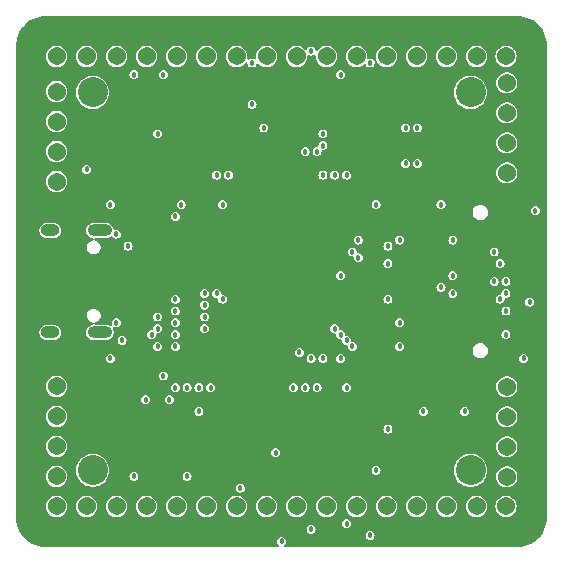
<source format=gbr>
%TF.GenerationSoftware,KiCad,Pcbnew,8.0.6-8.0.6-0~ubuntu24.04.1*%
%TF.CreationDate,2024-10-18T10:44:36-04:00*%
%TF.ProjectId,ta-expt-v2,74612d65-7870-4742-9d76-322e6b696361,rev?*%
%TF.SameCoordinates,Original*%
%TF.FileFunction,Copper,L2,Inr*%
%TF.FilePolarity,Positive*%
%FSLAX46Y46*%
G04 Gerber Fmt 4.6, Leading zero omitted, Abs format (unit mm)*
G04 Created by KiCad (PCBNEW 8.0.6-8.0.6-0~ubuntu24.04.1) date 2024-10-18 10:44:36*
%MOMM*%
%LPD*%
G01*
G04 APERTURE LIST*
%TA.AperFunction,ComponentPad*%
%ADD10C,1.540000*%
%TD*%
%TA.AperFunction,ComponentPad*%
%ADD11O,1.600000X1.000000*%
%TD*%
%TA.AperFunction,ComponentPad*%
%ADD12O,2.100000X1.000000*%
%TD*%
%TA.AperFunction,ComponentPad*%
%ADD13C,2.540000*%
%TD*%
%TA.AperFunction,ViaPad*%
%ADD14C,0.457200*%
%TD*%
G04 APERTURE END LIST*
D10*
%TO.N,unconnected-(J8-Pin_15-Pad15)*%
%TO.C,J8*%
X174000000Y-127050000D03*
X171510000Y-127050000D03*
%TO.N,unconnected-(J8-Pin_14-Pad14)*%
X168970000Y-127050000D03*
%TO.N,unconnected-(J8-Pin_13-Pad13)*%
X166430000Y-127050000D03*
%TO.N,/LPUART_RTS*%
X163890000Y-127050000D03*
%TO.N,/LPUART_RX*%
X161350000Y-127050000D03*
%TO.N,/LPUART_TX*%
X158810000Y-127050000D03*
%TO.N,/LPUART_CTS*%
X156270000Y-127050000D03*
%TO.N,/BOOT0*%
X153730000Y-127050000D03*
%TO.N,unconnected-(J8-Pin_7-Pad7)*%
X151190000Y-127050000D03*
%TO.N,unconnected-(J8-Pin_6-Pad6)*%
X148650000Y-127050000D03*
%TO.N,unconnected-(J8-Pin_5-Pad5)*%
X146110000Y-127050000D03*
%TO.N,unconnected-(J8-Pin_4-Pad4)*%
X143570000Y-127050000D03*
%TO.N,unconnected-(J8-Pin_3-Pad3)*%
X141030000Y-127050000D03*
%TO.N,unconnected-(J8-Pin_2-Pad2)*%
X138490000Y-127050000D03*
%TO.N,unconnected-(J8-Pin_1-Pad1)*%
X135950000Y-127050000D03*
%TD*%
%TO.N,unconnected-(J9-Pin_15-Pad15)*%
%TO.C,J9*%
X174000000Y-88950000D03*
X171510000Y-88950000D03*
%TO.N,unconnected-(J9-Pin_14-Pad14)*%
X168970000Y-88950000D03*
%TO.N,unconnected-(J9-Pin_13-Pad13)*%
X166430000Y-88950000D03*
%TO.N,/USART1_RTS*%
X163890000Y-88950000D03*
%TO.N,/USART1_RX*%
X161350000Y-88950000D03*
%TO.N,/USART1_TX*%
X158810000Y-88950000D03*
%TO.N,/USART1_CTS*%
X156270000Y-88950000D03*
%TO.N,/USART1_CK*%
X153730000Y-88950000D03*
%TO.N,/NRST*%
X151190000Y-88950000D03*
%TO.N,unconnected-(J9-Pin_6-Pad6)*%
X148650000Y-88950000D03*
%TO.N,unconnected-(J9-Pin_5-Pad5)*%
X146110000Y-88950000D03*
%TO.N,unconnected-(J9-Pin_4-Pad4)*%
X143570000Y-88950000D03*
%TO.N,GND*%
X141030000Y-88950000D03*
%TO.N,unconnected-(J9-Pin_2-Pad2)*%
X138490000Y-88950000D03*
%TO.N,unconnected-(J9-Pin_1-Pad1)*%
X135950000Y-88950000D03*
%TD*%
%TO.N,unconnected-(J1-Pin_5-Pad5)*%
%TO.C,J1*%
X174070000Y-91190000D03*
%TO.N,unconnected-(J1-Pin_4-Pad4)*%
X174070000Y-93730000D03*
%TO.N,GND*%
X174070000Y-96270000D03*
%TO.N,unconnected-(J1-Pin_2-Pad2)*%
X174070000Y-98810000D03*
%TD*%
%TO.N,unconnected-(J2-Pin_4-Pad4)*%
%TO.C,J2*%
X135950000Y-91920000D03*
%TO.N,unconnected-(J2-Pin_3-Pad3)*%
X135950000Y-94460000D03*
%TO.N,GND*%
X135950000Y-97000000D03*
%TO.N,unconnected-(J2-Pin_1-Pad1)*%
X135950000Y-99540000D03*
%TD*%
%TO.N,/SWCLK*%
%TO.C,J7*%
X135950000Y-124510000D03*
%TO.N,/SWDIO*%
X135950000Y-121970000D03*
%TO.N,GND*%
X135950000Y-119430000D03*
%TO.N,VDD*%
X135950000Y-116890000D03*
%TD*%
D11*
%TO.N,unconnected-(J3-SHIELD-PadS1)*%
%TO.C,J3*%
X135425000Y-112320000D03*
D12*
X139605000Y-112320000D03*
D11*
X135425000Y-103680000D03*
D12*
X139605000Y-103680000D03*
%TD*%
D13*
%TO.N,GND*%
%TO.C,J6*%
X171000000Y-124000000D03*
X139000000Y-124000000D03*
X171000000Y-92000000D03*
X139000000Y-92000000D03*
%TD*%
D10*
%TO.N,unconnected-(J4-Pin_5-Pad5)*%
%TO.C,J4*%
X174070000Y-124540000D03*
%TO.N,unconnected-(J4-Pin_4-Pad4)*%
X174070000Y-122000000D03*
%TO.N,unconnected-(J4-Pin_3-Pad3)*%
X174070000Y-119460000D03*
%TO.N,unconnected-(J4-Pin_2-Pad2)*%
X174070000Y-116920000D03*
%TD*%
D14*
%TO.N,GND*%
X144500000Y-113500000D03*
X138500000Y-98500000D03*
X160500000Y-117000000D03*
X167000000Y-119000000D03*
X176500000Y-102000000D03*
X168500000Y-101500000D03*
X151500000Y-125500000D03*
X170500000Y-119000000D03*
X147000000Y-124500000D03*
X160000000Y-90500000D03*
X160500000Y-99000000D03*
X144500000Y-95500000D03*
X145000000Y-90500000D03*
X163000000Y-124000000D03*
X142500000Y-124500000D03*
X153500000Y-95000000D03*
X161500000Y-104500000D03*
X142500000Y-90500000D03*
X164000000Y-120500000D03*
X165000000Y-104500000D03*
X168500000Y-108500000D03*
X141000000Y-104000000D03*
X166500000Y-98000000D03*
X157000000Y-97000000D03*
X166500000Y-95000000D03*
X149500000Y-99000000D03*
X165500000Y-95000000D03*
X164000000Y-105000000D03*
X146000000Y-113500000D03*
X164000000Y-109500000D03*
X165000000Y-111500000D03*
X165500000Y-98000000D03*
%TO.N,/VDD_FILT*%
X148500000Y-114000000D03*
X170500000Y-102000000D03*
X163000000Y-90000000D03*
X148000000Y-98000000D03*
X139500000Y-118500000D03*
X148500000Y-113000000D03*
X164000000Y-121500000D03*
X139500000Y-115500000D03*
X161000000Y-114500000D03*
X160000000Y-101500000D03*
X149000000Y-101500000D03*
X161500000Y-109000000D03*
X161500000Y-103500000D03*
%TO.N,/NRST*%
X152500000Y-93000000D03*
X160000000Y-107500000D03*
%TO.N,/LPUART_RX*%
X150500000Y-99000000D03*
X160500000Y-128500000D03*
%TO.N,/LPUART_RTS*%
X162500000Y-129500000D03*
X146500000Y-101500000D03*
%TO.N,/DCMI_D6*%
X176000000Y-109750000D03*
X158500000Y-114500000D03*
%TO.N,/DCMI_D2*%
X149500000Y-109000000D03*
X148500000Y-109000000D03*
X159500000Y-112000000D03*
X174000000Y-112500000D03*
%TO.N,/QUADSPI_BK2_IO1*%
X158500000Y-96500000D03*
X161500000Y-106000000D03*
%TO.N,/DCMI_D3*%
X173500000Y-109500000D03*
X146000000Y-109500000D03*
X160000000Y-112500000D03*
X150000000Y-109500000D03*
%TO.N,/DCMI_VSYNC*%
X157500000Y-114500000D03*
X173000000Y-105500000D03*
%TO.N,Net-(IC3-PH3-BOOT0)*%
X154500000Y-122500000D03*
X158000000Y-117000000D03*
%TO.N,/Control*%
X165000000Y-113500000D03*
%TO.N,/SWDIO*%
X144000000Y-112500000D03*
X146000000Y-112500000D03*
%TO.N,/DCMI_PIXCLK*%
X158500000Y-99000000D03*
X169500000Y-107500000D03*
%TO.N,/LED2*%
X143500000Y-118000000D03*
X146000000Y-117000000D03*
%TO.N,/D-*%
X144500000Y-111000000D03*
X146000000Y-111500000D03*
%TO.N,/LPUART_CTS*%
X146000000Y-102500000D03*
X155000000Y-130000000D03*
%TO.N,/USART1_RX*%
X162500000Y-89500000D03*
X148500000Y-111000000D03*
%TO.N,/DCMI_HSYNC*%
X173500000Y-106500000D03*
X159500000Y-99000000D03*
%TO.N,/QUADSPI_BK2_IO2*%
X161000000Y-105500000D03*
X158000000Y-97000000D03*
%TO.N,/DCMI_D4*%
X161000000Y-113500000D03*
X174000000Y-110500000D03*
%TO.N,/SWCLK*%
X149000000Y-117000000D03*
X145000000Y-116000000D03*
%TO.N,/USART1_CK*%
X152500000Y-89500000D03*
X148500000Y-110000000D03*
%TO.N,/D+*%
X148500000Y-112000000D03*
X144500000Y-112000000D03*
%TO.N,/DCMI_D7*%
X160000000Y-114500000D03*
X174000000Y-109000000D03*
%TO.N,/DCMI_D5*%
X157000000Y-117000000D03*
X175500000Y-114500000D03*
%TO.N,/QUADSPI_BK1_NCS*%
X163000000Y-101500000D03*
X158500000Y-95500000D03*
%TO.N,/USART1_TX*%
X146000000Y-110500000D03*
X157500000Y-88500000D03*
%TO.N,/LPUART_TX*%
X157500000Y-129000000D03*
X150000000Y-101500000D03*
%TO.N,/LED1*%
X147000000Y-117000000D03*
X145500000Y-118000000D03*
%TO.N,Net-(IC2-G)*%
X148000000Y-117000000D03*
X148000000Y-119000000D03*
%TO.N,/I2C3_SDA*%
X173000000Y-108000000D03*
X156000000Y-117000000D03*
%TO.N,/DCMI_D8*%
X174000000Y-108000000D03*
X160500000Y-113000000D03*
%TO.N,/I2C3_SCL*%
X169500000Y-104500000D03*
X164000000Y-106500000D03*
%TO.N,/DCMI_D9*%
X169500000Y-109000000D03*
X156500000Y-114000000D03*
%TO.N,Net-(J3-CC2)*%
X140500000Y-114500000D03*
%TO.N,Net-(J3-CC1)*%
X140500000Y-101500000D03*
X142000000Y-105000000D03*
%TO.N,Net-(J3-CC2)*%
X141500000Y-113000000D03*
%TO.N,GND*%
X141000000Y-111500000D03*
%TD*%
%TA.AperFunction,Conductor*%
%TO.N,/VDD_FILT*%
G36*
X174935677Y-85525891D02*
G01*
X174952122Y-85525628D01*
X174952124Y-85525630D01*
X174956863Y-85525554D01*
X174963887Y-85525642D01*
X175236256Y-85536882D01*
X175250366Y-85538277D01*
X175516074Y-85579993D01*
X175529932Y-85582989D01*
X175789145Y-85654789D01*
X175802575Y-85659351D01*
X176051885Y-85760290D01*
X176064697Y-85766351D01*
X176300856Y-85895116D01*
X176312901Y-85902608D01*
X176532789Y-86057496D01*
X176543901Y-86066316D01*
X176744665Y-86245317D01*
X176754682Y-86255334D01*
X176920391Y-86441190D01*
X176933682Y-86456097D01*
X176942503Y-86467210D01*
X177097391Y-86687098D01*
X177104885Y-86699146D01*
X177233643Y-86935292D01*
X177239711Y-86948118D01*
X177340648Y-87197426D01*
X177345211Y-87210859D01*
X177417008Y-87470062D01*
X177420007Y-87483931D01*
X177461721Y-87749629D01*
X177463117Y-87763748D01*
X177474356Y-88036078D01*
X177474445Y-88043167D01*
X177474107Y-88064322D01*
X177474500Y-88066930D01*
X177474500Y-127933146D01*
X177474108Y-127935761D01*
X177474444Y-127956836D01*
X177474355Y-127963921D01*
X177463117Y-128236251D01*
X177461721Y-128250370D01*
X177420007Y-128516068D01*
X177417008Y-128529937D01*
X177345211Y-128789140D01*
X177340648Y-128802573D01*
X177239711Y-129051881D01*
X177233643Y-129064707D01*
X177104885Y-129300853D01*
X177097391Y-129312901D01*
X176942503Y-129532789D01*
X176933682Y-129543902D01*
X176754690Y-129744657D01*
X176744657Y-129754690D01*
X176543902Y-129933682D01*
X176532789Y-129942503D01*
X176312901Y-130097391D01*
X176300853Y-130104885D01*
X176064707Y-130233643D01*
X176051881Y-130239711D01*
X175802573Y-130340648D01*
X175789140Y-130345211D01*
X175529937Y-130417008D01*
X175516068Y-130420007D01*
X175250370Y-130461721D01*
X175236251Y-130463117D01*
X174963920Y-130474356D01*
X174956831Y-130474445D01*
X174935678Y-130474107D01*
X174933069Y-130474500D01*
X155358729Y-130474500D01*
X155291690Y-130454815D01*
X155245935Y-130402011D01*
X155235991Y-130332853D01*
X155265016Y-130269297D01*
X155271048Y-130262819D01*
X155309209Y-130224657D01*
X155309211Y-130224655D01*
X155363500Y-130118108D01*
X155363500Y-130118106D01*
X155363501Y-130118105D01*
X155363501Y-130118104D01*
X155382206Y-130000003D01*
X155382206Y-129999996D01*
X155363501Y-129881895D01*
X155363501Y-129881894D01*
X155354129Y-129863500D01*
X155309211Y-129775345D01*
X155309210Y-129775344D01*
X155309209Y-129775342D01*
X155224657Y-129690790D01*
X155118104Y-129636498D01*
X155000003Y-129617794D01*
X154999997Y-129617794D01*
X154881895Y-129636498D01*
X154881894Y-129636498D01*
X154775342Y-129690790D01*
X154690790Y-129775342D01*
X154636498Y-129881894D01*
X154636498Y-129881895D01*
X154617794Y-129999996D01*
X154617794Y-130000003D01*
X154636498Y-130118104D01*
X154636498Y-130118105D01*
X154690790Y-130224657D01*
X154728952Y-130262819D01*
X154762437Y-130324142D01*
X154757453Y-130393834D01*
X154715581Y-130449767D01*
X154650117Y-130474184D01*
X154641271Y-130474500D01*
X135066931Y-130474500D01*
X135064321Y-130474107D01*
X135043168Y-130474445D01*
X135036079Y-130474356D01*
X134763748Y-130463117D01*
X134749629Y-130461721D01*
X134483931Y-130420007D01*
X134470062Y-130417008D01*
X134210859Y-130345211D01*
X134197426Y-130340648D01*
X133948118Y-130239711D01*
X133935292Y-130233643D01*
X133918811Y-130224657D01*
X133699146Y-130104885D01*
X133687098Y-130097391D01*
X133467210Y-129942503D01*
X133456097Y-129933682D01*
X133398362Y-129882206D01*
X133255334Y-129754682D01*
X133245317Y-129744665D01*
X133066316Y-129543901D01*
X133057496Y-129532789D01*
X133034397Y-129499996D01*
X162117794Y-129499996D01*
X162117794Y-129500003D01*
X162136498Y-129618104D01*
X162136498Y-129618105D01*
X162190790Y-129724657D01*
X162275342Y-129809209D01*
X162275344Y-129809210D01*
X162275345Y-129809211D01*
X162381892Y-129863500D01*
X162381893Y-129863500D01*
X162381895Y-129863501D01*
X162499997Y-129882206D01*
X162500000Y-129882206D01*
X162500003Y-129882206D01*
X162618104Y-129863501D01*
X162618105Y-129863501D01*
X162618106Y-129863500D01*
X162618108Y-129863500D01*
X162724655Y-129809211D01*
X162809211Y-129724655D01*
X162863500Y-129618108D01*
X162863500Y-129618106D01*
X162863501Y-129618105D01*
X162863501Y-129618104D01*
X162882206Y-129500003D01*
X162882206Y-129499996D01*
X162863501Y-129381895D01*
X162863501Y-129381894D01*
X162828347Y-129312901D01*
X162809211Y-129275345D01*
X162809210Y-129275344D01*
X162809209Y-129275342D01*
X162724657Y-129190790D01*
X162618104Y-129136498D01*
X162500003Y-129117794D01*
X162499997Y-129117794D01*
X162381895Y-129136498D01*
X162381894Y-129136498D01*
X162275342Y-129190790D01*
X162190790Y-129275342D01*
X162136498Y-129381894D01*
X162136498Y-129381895D01*
X162117794Y-129499996D01*
X133034397Y-129499996D01*
X132951207Y-129381895D01*
X132902606Y-129312898D01*
X132895114Y-129300853D01*
X132881206Y-129275345D01*
X132766351Y-129064697D01*
X132760288Y-129051881D01*
X132739281Y-128999996D01*
X157117794Y-128999996D01*
X157117794Y-129000003D01*
X157136498Y-129118104D01*
X157136498Y-129118105D01*
X157190790Y-129224657D01*
X157275342Y-129309209D01*
X157275344Y-129309210D01*
X157275345Y-129309211D01*
X157381892Y-129363500D01*
X157381893Y-129363500D01*
X157381895Y-129363501D01*
X157499997Y-129382206D01*
X157500000Y-129382206D01*
X157500003Y-129382206D01*
X157618104Y-129363501D01*
X157618105Y-129363501D01*
X157618106Y-129363500D01*
X157618108Y-129363500D01*
X157724655Y-129309211D01*
X157809211Y-129224655D01*
X157863500Y-129118108D01*
X157863500Y-129118106D01*
X157863501Y-129118105D01*
X157863501Y-129118104D01*
X157882206Y-129000003D01*
X157882206Y-128999996D01*
X157863501Y-128881895D01*
X157863501Y-128881894D01*
X157854129Y-128863500D01*
X157809211Y-128775345D01*
X157809210Y-128775344D01*
X157809209Y-128775342D01*
X157724657Y-128690790D01*
X157618104Y-128636498D01*
X157500003Y-128617794D01*
X157499997Y-128617794D01*
X157381895Y-128636498D01*
X157381894Y-128636498D01*
X157275342Y-128690790D01*
X157190790Y-128775342D01*
X157136498Y-128881894D01*
X157136498Y-128881895D01*
X157117794Y-128999996D01*
X132739281Y-128999996D01*
X132684018Y-128863500D01*
X132659351Y-128802573D01*
X132654788Y-128789140D01*
X132636926Y-128724655D01*
X132582989Y-128529932D01*
X132579992Y-128516068D01*
X132577469Y-128500000D01*
X132577468Y-128499996D01*
X160117794Y-128499996D01*
X160117794Y-128500003D01*
X160136498Y-128618104D01*
X160136498Y-128618105D01*
X160190790Y-128724657D01*
X160275342Y-128809209D01*
X160275344Y-128809210D01*
X160275345Y-128809211D01*
X160381892Y-128863500D01*
X160381893Y-128863500D01*
X160381895Y-128863501D01*
X160499997Y-128882206D01*
X160500000Y-128882206D01*
X160500003Y-128882206D01*
X160618104Y-128863501D01*
X160618105Y-128863501D01*
X160618106Y-128863500D01*
X160618108Y-128863500D01*
X160724655Y-128809211D01*
X160809211Y-128724655D01*
X160863500Y-128618108D01*
X160863500Y-128618106D01*
X160863501Y-128618105D01*
X160863501Y-128618104D01*
X160882206Y-128500003D01*
X160882206Y-128499996D01*
X160863501Y-128381895D01*
X160863501Y-128381894D01*
X160809209Y-128275342D01*
X160724657Y-128190790D01*
X160618104Y-128136498D01*
X160500003Y-128117794D01*
X160499997Y-128117794D01*
X160381895Y-128136498D01*
X160381894Y-128136498D01*
X160275342Y-128190790D01*
X160190790Y-128275342D01*
X160136498Y-128381894D01*
X160136498Y-128381895D01*
X160117794Y-128499996D01*
X132577468Y-128499996D01*
X132538277Y-128250366D01*
X132536882Y-128236251D01*
X132525644Y-127963921D01*
X132525555Y-127956831D01*
X132525890Y-127935759D01*
X132525500Y-127933146D01*
X132525500Y-127050000D01*
X135047556Y-127050000D01*
X135067277Y-127237630D01*
X135125575Y-127417055D01*
X135219906Y-127580442D01*
X135346144Y-127720645D01*
X135346147Y-127720647D01*
X135498778Y-127831539D01*
X135671124Y-127908273D01*
X135671129Y-127908275D01*
X135855669Y-127947500D01*
X135855670Y-127947500D01*
X136044329Y-127947500D01*
X136044331Y-127947500D01*
X136228871Y-127908275D01*
X136401222Y-127831539D01*
X136553853Y-127720647D01*
X136680093Y-127580443D01*
X136774424Y-127417057D01*
X136832723Y-127237629D01*
X136852444Y-127050000D01*
X137587556Y-127050000D01*
X137607277Y-127237630D01*
X137665575Y-127417055D01*
X137759906Y-127580442D01*
X137886144Y-127720645D01*
X137886147Y-127720647D01*
X138038778Y-127831539D01*
X138211124Y-127908273D01*
X138211129Y-127908275D01*
X138395669Y-127947500D01*
X138395670Y-127947500D01*
X138584329Y-127947500D01*
X138584331Y-127947500D01*
X138768871Y-127908275D01*
X138941222Y-127831539D01*
X139093853Y-127720647D01*
X139220093Y-127580443D01*
X139314424Y-127417057D01*
X139372723Y-127237629D01*
X139392444Y-127050000D01*
X140127556Y-127050000D01*
X140147277Y-127237630D01*
X140205575Y-127417055D01*
X140299906Y-127580442D01*
X140426144Y-127720645D01*
X140426147Y-127720647D01*
X140578778Y-127831539D01*
X140751124Y-127908273D01*
X140751129Y-127908275D01*
X140935669Y-127947500D01*
X140935670Y-127947500D01*
X141124329Y-127947500D01*
X141124331Y-127947500D01*
X141308871Y-127908275D01*
X141481222Y-127831539D01*
X141633853Y-127720647D01*
X141760093Y-127580443D01*
X141854424Y-127417057D01*
X141912723Y-127237629D01*
X141932444Y-127050000D01*
X142667556Y-127050000D01*
X142687277Y-127237630D01*
X142745575Y-127417055D01*
X142839906Y-127580442D01*
X142966144Y-127720645D01*
X142966147Y-127720647D01*
X143118778Y-127831539D01*
X143291124Y-127908273D01*
X143291129Y-127908275D01*
X143475669Y-127947500D01*
X143475670Y-127947500D01*
X143664329Y-127947500D01*
X143664331Y-127947500D01*
X143848871Y-127908275D01*
X144021222Y-127831539D01*
X144173853Y-127720647D01*
X144300093Y-127580443D01*
X144394424Y-127417057D01*
X144452723Y-127237629D01*
X144472444Y-127050000D01*
X145207556Y-127050000D01*
X145227277Y-127237630D01*
X145285575Y-127417055D01*
X145379906Y-127580442D01*
X145506144Y-127720645D01*
X145506147Y-127720647D01*
X145658778Y-127831539D01*
X145831124Y-127908273D01*
X145831129Y-127908275D01*
X146015669Y-127947500D01*
X146015670Y-127947500D01*
X146204329Y-127947500D01*
X146204331Y-127947500D01*
X146388871Y-127908275D01*
X146561222Y-127831539D01*
X146713853Y-127720647D01*
X146840093Y-127580443D01*
X146934424Y-127417057D01*
X146992723Y-127237629D01*
X147012444Y-127050000D01*
X147747556Y-127050000D01*
X147767277Y-127237630D01*
X147825575Y-127417055D01*
X147919906Y-127580442D01*
X148046144Y-127720645D01*
X148046147Y-127720647D01*
X148198778Y-127831539D01*
X148371124Y-127908273D01*
X148371129Y-127908275D01*
X148555669Y-127947500D01*
X148555670Y-127947500D01*
X148744329Y-127947500D01*
X148744331Y-127947500D01*
X148928871Y-127908275D01*
X149101222Y-127831539D01*
X149253853Y-127720647D01*
X149380093Y-127580443D01*
X149474424Y-127417057D01*
X149532723Y-127237629D01*
X149552444Y-127050000D01*
X150287556Y-127050000D01*
X150307277Y-127237630D01*
X150365575Y-127417055D01*
X150459906Y-127580442D01*
X150586144Y-127720645D01*
X150586147Y-127720647D01*
X150738778Y-127831539D01*
X150911124Y-127908273D01*
X150911129Y-127908275D01*
X151095669Y-127947500D01*
X151095670Y-127947500D01*
X151284329Y-127947500D01*
X151284331Y-127947500D01*
X151468871Y-127908275D01*
X151641222Y-127831539D01*
X151793853Y-127720647D01*
X151920093Y-127580443D01*
X152014424Y-127417057D01*
X152072723Y-127237629D01*
X152092444Y-127050000D01*
X152827556Y-127050000D01*
X152847277Y-127237630D01*
X152905575Y-127417055D01*
X152999906Y-127580442D01*
X153126144Y-127720645D01*
X153126147Y-127720647D01*
X153278778Y-127831539D01*
X153451124Y-127908273D01*
X153451129Y-127908275D01*
X153635669Y-127947500D01*
X153635670Y-127947500D01*
X153824329Y-127947500D01*
X153824331Y-127947500D01*
X154008871Y-127908275D01*
X154181222Y-127831539D01*
X154333853Y-127720647D01*
X154460093Y-127580443D01*
X154554424Y-127417057D01*
X154612723Y-127237629D01*
X154632444Y-127050000D01*
X155367556Y-127050000D01*
X155387277Y-127237630D01*
X155445575Y-127417055D01*
X155539906Y-127580442D01*
X155666144Y-127720645D01*
X155666147Y-127720647D01*
X155818778Y-127831539D01*
X155991124Y-127908273D01*
X155991129Y-127908275D01*
X156175669Y-127947500D01*
X156175670Y-127947500D01*
X156364329Y-127947500D01*
X156364331Y-127947500D01*
X156548871Y-127908275D01*
X156721222Y-127831539D01*
X156873853Y-127720647D01*
X157000093Y-127580443D01*
X157094424Y-127417057D01*
X157152723Y-127237629D01*
X157172444Y-127050000D01*
X157907556Y-127050000D01*
X157927277Y-127237630D01*
X157985575Y-127417055D01*
X158079906Y-127580442D01*
X158206144Y-127720645D01*
X158206147Y-127720647D01*
X158358778Y-127831539D01*
X158531124Y-127908273D01*
X158531129Y-127908275D01*
X158715669Y-127947500D01*
X158715670Y-127947500D01*
X158904329Y-127947500D01*
X158904331Y-127947500D01*
X159088871Y-127908275D01*
X159261222Y-127831539D01*
X159413853Y-127720647D01*
X159540093Y-127580443D01*
X159634424Y-127417057D01*
X159692723Y-127237629D01*
X159712444Y-127050000D01*
X160447556Y-127050000D01*
X160467277Y-127237630D01*
X160525575Y-127417055D01*
X160619906Y-127580442D01*
X160746144Y-127720645D01*
X160746147Y-127720647D01*
X160898778Y-127831539D01*
X161071124Y-127908273D01*
X161071129Y-127908275D01*
X161255669Y-127947500D01*
X161255670Y-127947500D01*
X161444329Y-127947500D01*
X161444331Y-127947500D01*
X161628871Y-127908275D01*
X161801222Y-127831539D01*
X161953853Y-127720647D01*
X162080093Y-127580443D01*
X162174424Y-127417057D01*
X162232723Y-127237629D01*
X162252444Y-127050000D01*
X162987556Y-127050000D01*
X163007277Y-127237630D01*
X163065575Y-127417055D01*
X163159906Y-127580442D01*
X163286144Y-127720645D01*
X163286147Y-127720647D01*
X163438778Y-127831539D01*
X163611124Y-127908273D01*
X163611129Y-127908275D01*
X163795669Y-127947500D01*
X163795670Y-127947500D01*
X163984329Y-127947500D01*
X163984331Y-127947500D01*
X164168871Y-127908275D01*
X164341222Y-127831539D01*
X164493853Y-127720647D01*
X164620093Y-127580443D01*
X164714424Y-127417057D01*
X164772723Y-127237629D01*
X164792444Y-127050000D01*
X165527556Y-127050000D01*
X165547277Y-127237630D01*
X165605575Y-127417055D01*
X165699906Y-127580442D01*
X165826144Y-127720645D01*
X165826147Y-127720647D01*
X165978778Y-127831539D01*
X166151124Y-127908273D01*
X166151129Y-127908275D01*
X166335669Y-127947500D01*
X166335670Y-127947500D01*
X166524329Y-127947500D01*
X166524331Y-127947500D01*
X166708871Y-127908275D01*
X166881222Y-127831539D01*
X167033853Y-127720647D01*
X167160093Y-127580443D01*
X167254424Y-127417057D01*
X167312723Y-127237629D01*
X167332444Y-127050000D01*
X168067556Y-127050000D01*
X168087277Y-127237630D01*
X168145575Y-127417055D01*
X168239906Y-127580442D01*
X168366144Y-127720645D01*
X168366147Y-127720647D01*
X168518778Y-127831539D01*
X168691124Y-127908273D01*
X168691129Y-127908275D01*
X168875669Y-127947500D01*
X168875670Y-127947500D01*
X169064329Y-127947500D01*
X169064331Y-127947500D01*
X169248871Y-127908275D01*
X169421222Y-127831539D01*
X169573853Y-127720647D01*
X169700093Y-127580443D01*
X169794424Y-127417057D01*
X169852723Y-127237629D01*
X169872444Y-127050000D01*
X170607556Y-127050000D01*
X170627277Y-127237630D01*
X170685575Y-127417055D01*
X170779906Y-127580442D01*
X170906144Y-127720645D01*
X170906147Y-127720647D01*
X171058778Y-127831539D01*
X171231124Y-127908273D01*
X171231129Y-127908275D01*
X171415669Y-127947500D01*
X171415670Y-127947500D01*
X171604329Y-127947500D01*
X171604331Y-127947500D01*
X171788871Y-127908275D01*
X171961222Y-127831539D01*
X172113853Y-127720647D01*
X172240093Y-127580443D01*
X172334424Y-127417057D01*
X172392723Y-127237629D01*
X172412444Y-127050000D01*
X173097556Y-127050000D01*
X173117277Y-127237630D01*
X173175575Y-127417055D01*
X173269906Y-127580442D01*
X173396144Y-127720645D01*
X173396147Y-127720647D01*
X173548778Y-127831539D01*
X173721124Y-127908273D01*
X173721129Y-127908275D01*
X173905669Y-127947500D01*
X173905670Y-127947500D01*
X174094329Y-127947500D01*
X174094331Y-127947500D01*
X174278871Y-127908275D01*
X174451222Y-127831539D01*
X174603853Y-127720647D01*
X174730093Y-127580443D01*
X174824424Y-127417057D01*
X174882723Y-127237629D01*
X174902444Y-127050000D01*
X174882723Y-126862371D01*
X174824424Y-126682943D01*
X174730093Y-126519557D01*
X174603855Y-126379354D01*
X174527537Y-126323907D01*
X174451222Y-126268461D01*
X174451220Y-126268460D01*
X174451221Y-126268460D01*
X174278875Y-126191726D01*
X174278870Y-126191724D01*
X174133555Y-126160837D01*
X174094331Y-126152500D01*
X173905669Y-126152500D01*
X173873320Y-126159375D01*
X173721129Y-126191724D01*
X173721124Y-126191726D01*
X173548779Y-126268460D01*
X173396144Y-126379354D01*
X173269906Y-126519557D01*
X173175575Y-126682944D01*
X173117277Y-126862369D01*
X173097556Y-127050000D01*
X172412444Y-127050000D01*
X172392723Y-126862371D01*
X172334424Y-126682943D01*
X172240093Y-126519557D01*
X172113855Y-126379354D01*
X172037537Y-126323907D01*
X171961222Y-126268461D01*
X171961220Y-126268460D01*
X171961221Y-126268460D01*
X171788875Y-126191726D01*
X171788870Y-126191724D01*
X171643555Y-126160837D01*
X171604331Y-126152500D01*
X171415669Y-126152500D01*
X171383320Y-126159375D01*
X171231129Y-126191724D01*
X171231124Y-126191726D01*
X171058779Y-126268460D01*
X170906144Y-126379354D01*
X170779906Y-126519557D01*
X170685575Y-126682944D01*
X170627277Y-126862369D01*
X170607556Y-127050000D01*
X169872444Y-127050000D01*
X169852723Y-126862371D01*
X169794424Y-126682943D01*
X169700093Y-126519557D01*
X169573855Y-126379354D01*
X169497537Y-126323907D01*
X169421222Y-126268461D01*
X169421220Y-126268460D01*
X169421221Y-126268460D01*
X169248875Y-126191726D01*
X169248870Y-126191724D01*
X169103555Y-126160837D01*
X169064331Y-126152500D01*
X168875669Y-126152500D01*
X168843320Y-126159375D01*
X168691129Y-126191724D01*
X168691124Y-126191726D01*
X168518779Y-126268460D01*
X168366144Y-126379354D01*
X168239906Y-126519557D01*
X168145575Y-126682944D01*
X168087277Y-126862369D01*
X168067556Y-127050000D01*
X167332444Y-127050000D01*
X167312723Y-126862371D01*
X167254424Y-126682943D01*
X167160093Y-126519557D01*
X167033855Y-126379354D01*
X166957537Y-126323907D01*
X166881222Y-126268461D01*
X166881220Y-126268460D01*
X166881221Y-126268460D01*
X166708875Y-126191726D01*
X166708870Y-126191724D01*
X166563555Y-126160837D01*
X166524331Y-126152500D01*
X166335669Y-126152500D01*
X166303320Y-126159375D01*
X166151129Y-126191724D01*
X166151124Y-126191726D01*
X165978779Y-126268460D01*
X165826144Y-126379354D01*
X165699906Y-126519557D01*
X165605575Y-126682944D01*
X165547277Y-126862369D01*
X165527556Y-127050000D01*
X164792444Y-127050000D01*
X164772723Y-126862371D01*
X164714424Y-126682943D01*
X164620093Y-126519557D01*
X164493855Y-126379354D01*
X164417537Y-126323907D01*
X164341222Y-126268461D01*
X164341220Y-126268460D01*
X164341221Y-126268460D01*
X164168875Y-126191726D01*
X164168870Y-126191724D01*
X164023555Y-126160837D01*
X163984331Y-126152500D01*
X163795669Y-126152500D01*
X163763320Y-126159375D01*
X163611129Y-126191724D01*
X163611124Y-126191726D01*
X163438779Y-126268460D01*
X163286144Y-126379354D01*
X163159906Y-126519557D01*
X163065575Y-126682944D01*
X163007277Y-126862369D01*
X162987556Y-127050000D01*
X162252444Y-127050000D01*
X162232723Y-126862371D01*
X162174424Y-126682943D01*
X162080093Y-126519557D01*
X161953855Y-126379354D01*
X161877537Y-126323907D01*
X161801222Y-126268461D01*
X161801220Y-126268460D01*
X161801221Y-126268460D01*
X161628875Y-126191726D01*
X161628870Y-126191724D01*
X161483555Y-126160837D01*
X161444331Y-126152500D01*
X161255669Y-126152500D01*
X161223320Y-126159375D01*
X161071129Y-126191724D01*
X161071124Y-126191726D01*
X160898779Y-126268460D01*
X160746144Y-126379354D01*
X160619906Y-126519557D01*
X160525575Y-126682944D01*
X160467277Y-126862369D01*
X160447556Y-127050000D01*
X159712444Y-127050000D01*
X159692723Y-126862371D01*
X159634424Y-126682943D01*
X159540093Y-126519557D01*
X159413855Y-126379354D01*
X159337537Y-126323907D01*
X159261222Y-126268461D01*
X159261220Y-126268460D01*
X159261221Y-126268460D01*
X159088875Y-126191726D01*
X159088870Y-126191724D01*
X158943555Y-126160837D01*
X158904331Y-126152500D01*
X158715669Y-126152500D01*
X158683320Y-126159375D01*
X158531129Y-126191724D01*
X158531124Y-126191726D01*
X158358779Y-126268460D01*
X158206144Y-126379354D01*
X158079906Y-126519557D01*
X157985575Y-126682944D01*
X157927277Y-126862369D01*
X157907556Y-127050000D01*
X157172444Y-127050000D01*
X157152723Y-126862371D01*
X157094424Y-126682943D01*
X157000093Y-126519557D01*
X156873855Y-126379354D01*
X156797537Y-126323907D01*
X156721222Y-126268461D01*
X156721220Y-126268460D01*
X156721221Y-126268460D01*
X156548875Y-126191726D01*
X156548870Y-126191724D01*
X156403555Y-126160837D01*
X156364331Y-126152500D01*
X156175669Y-126152500D01*
X156143320Y-126159375D01*
X155991129Y-126191724D01*
X155991124Y-126191726D01*
X155818779Y-126268460D01*
X155666144Y-126379354D01*
X155539906Y-126519557D01*
X155445575Y-126682944D01*
X155387277Y-126862369D01*
X155367556Y-127050000D01*
X154632444Y-127050000D01*
X154612723Y-126862371D01*
X154554424Y-126682943D01*
X154460093Y-126519557D01*
X154333855Y-126379354D01*
X154257537Y-126323907D01*
X154181222Y-126268461D01*
X154181220Y-126268460D01*
X154181221Y-126268460D01*
X154008875Y-126191726D01*
X154008870Y-126191724D01*
X153863555Y-126160837D01*
X153824331Y-126152500D01*
X153635669Y-126152500D01*
X153603320Y-126159375D01*
X153451129Y-126191724D01*
X153451124Y-126191726D01*
X153278779Y-126268460D01*
X153126144Y-126379354D01*
X152999906Y-126519557D01*
X152905575Y-126682944D01*
X152847277Y-126862369D01*
X152827556Y-127050000D01*
X152092444Y-127050000D01*
X152072723Y-126862371D01*
X152014424Y-126682943D01*
X151920093Y-126519557D01*
X151793855Y-126379354D01*
X151717537Y-126323907D01*
X151641222Y-126268461D01*
X151641220Y-126268460D01*
X151641221Y-126268460D01*
X151468875Y-126191726D01*
X151468870Y-126191724D01*
X151323555Y-126160837D01*
X151284331Y-126152500D01*
X151095669Y-126152500D01*
X151063320Y-126159375D01*
X150911129Y-126191724D01*
X150911124Y-126191726D01*
X150738779Y-126268460D01*
X150586144Y-126379354D01*
X150459906Y-126519557D01*
X150365575Y-126682944D01*
X150307277Y-126862369D01*
X150287556Y-127050000D01*
X149552444Y-127050000D01*
X149532723Y-126862371D01*
X149474424Y-126682943D01*
X149380093Y-126519557D01*
X149253855Y-126379354D01*
X149177537Y-126323907D01*
X149101222Y-126268461D01*
X149101220Y-126268460D01*
X149101221Y-126268460D01*
X148928875Y-126191726D01*
X148928870Y-126191724D01*
X148783555Y-126160837D01*
X148744331Y-126152500D01*
X148555669Y-126152500D01*
X148523320Y-126159375D01*
X148371129Y-126191724D01*
X148371124Y-126191726D01*
X148198779Y-126268460D01*
X148046144Y-126379354D01*
X147919906Y-126519557D01*
X147825575Y-126682944D01*
X147767277Y-126862369D01*
X147747556Y-127050000D01*
X147012444Y-127050000D01*
X146992723Y-126862371D01*
X146934424Y-126682943D01*
X146840093Y-126519557D01*
X146713855Y-126379354D01*
X146637537Y-126323907D01*
X146561222Y-126268461D01*
X146561220Y-126268460D01*
X146561221Y-126268460D01*
X146388875Y-126191726D01*
X146388870Y-126191724D01*
X146243555Y-126160837D01*
X146204331Y-126152500D01*
X146015669Y-126152500D01*
X145983320Y-126159375D01*
X145831129Y-126191724D01*
X145831124Y-126191726D01*
X145658779Y-126268460D01*
X145506144Y-126379354D01*
X145379906Y-126519557D01*
X145285575Y-126682944D01*
X145227277Y-126862369D01*
X145207556Y-127050000D01*
X144472444Y-127050000D01*
X144452723Y-126862371D01*
X144394424Y-126682943D01*
X144300093Y-126519557D01*
X144173855Y-126379354D01*
X144097537Y-126323907D01*
X144021222Y-126268461D01*
X144021220Y-126268460D01*
X144021221Y-126268460D01*
X143848875Y-126191726D01*
X143848870Y-126191724D01*
X143703555Y-126160837D01*
X143664331Y-126152500D01*
X143475669Y-126152500D01*
X143443320Y-126159375D01*
X143291129Y-126191724D01*
X143291124Y-126191726D01*
X143118779Y-126268460D01*
X142966144Y-126379354D01*
X142839906Y-126519557D01*
X142745575Y-126682944D01*
X142687277Y-126862369D01*
X142667556Y-127050000D01*
X141932444Y-127050000D01*
X141912723Y-126862371D01*
X141854424Y-126682943D01*
X141760093Y-126519557D01*
X141633855Y-126379354D01*
X141557537Y-126323907D01*
X141481222Y-126268461D01*
X141481220Y-126268460D01*
X141481221Y-126268460D01*
X141308875Y-126191726D01*
X141308870Y-126191724D01*
X141163555Y-126160837D01*
X141124331Y-126152500D01*
X140935669Y-126152500D01*
X140903320Y-126159375D01*
X140751129Y-126191724D01*
X140751124Y-126191726D01*
X140578779Y-126268460D01*
X140426144Y-126379354D01*
X140299906Y-126519557D01*
X140205575Y-126682944D01*
X140147277Y-126862369D01*
X140127556Y-127050000D01*
X139392444Y-127050000D01*
X139372723Y-126862371D01*
X139314424Y-126682943D01*
X139220093Y-126519557D01*
X139093855Y-126379354D01*
X139017537Y-126323907D01*
X138941222Y-126268461D01*
X138941220Y-126268460D01*
X138941221Y-126268460D01*
X138768875Y-126191726D01*
X138768870Y-126191724D01*
X138623555Y-126160837D01*
X138584331Y-126152500D01*
X138395669Y-126152500D01*
X138363320Y-126159375D01*
X138211129Y-126191724D01*
X138211124Y-126191726D01*
X138038779Y-126268460D01*
X137886144Y-126379354D01*
X137759906Y-126519557D01*
X137665575Y-126682944D01*
X137607277Y-126862369D01*
X137587556Y-127050000D01*
X136852444Y-127050000D01*
X136832723Y-126862371D01*
X136774424Y-126682943D01*
X136680093Y-126519557D01*
X136553855Y-126379354D01*
X136477537Y-126323907D01*
X136401222Y-126268461D01*
X136401220Y-126268460D01*
X136401221Y-126268460D01*
X136228875Y-126191726D01*
X136228870Y-126191724D01*
X136083555Y-126160837D01*
X136044331Y-126152500D01*
X135855669Y-126152500D01*
X135823320Y-126159375D01*
X135671129Y-126191724D01*
X135671124Y-126191726D01*
X135498779Y-126268460D01*
X135346144Y-126379354D01*
X135219906Y-126519557D01*
X135125575Y-126682944D01*
X135067277Y-126862369D01*
X135047556Y-127050000D01*
X132525500Y-127050000D01*
X132525500Y-125499996D01*
X151117794Y-125499996D01*
X151117794Y-125500003D01*
X151136498Y-125618104D01*
X151136498Y-125618105D01*
X151190790Y-125724657D01*
X151275342Y-125809209D01*
X151275344Y-125809210D01*
X151275345Y-125809211D01*
X151381892Y-125863500D01*
X151381893Y-125863500D01*
X151381895Y-125863501D01*
X151499997Y-125882206D01*
X151500000Y-125882206D01*
X151500003Y-125882206D01*
X151618104Y-125863501D01*
X151618105Y-125863501D01*
X151618106Y-125863500D01*
X151618108Y-125863500D01*
X151724655Y-125809211D01*
X151809211Y-125724655D01*
X151863500Y-125618108D01*
X151863500Y-125618106D01*
X151863501Y-125618105D01*
X151863501Y-125618104D01*
X151882206Y-125500003D01*
X151882206Y-125499996D01*
X151863501Y-125381895D01*
X151863501Y-125381894D01*
X151813713Y-125284181D01*
X151809211Y-125275345D01*
X151809210Y-125275344D01*
X151809209Y-125275342D01*
X151724657Y-125190790D01*
X151618104Y-125136498D01*
X151500003Y-125117794D01*
X151499997Y-125117794D01*
X151381895Y-125136498D01*
X151381894Y-125136498D01*
X151275342Y-125190790D01*
X151190790Y-125275342D01*
X151136498Y-125381894D01*
X151136498Y-125381895D01*
X151117794Y-125499996D01*
X132525500Y-125499996D01*
X132525500Y-124510000D01*
X135047556Y-124510000D01*
X135067277Y-124697630D01*
X135125575Y-124877055D01*
X135219906Y-125040442D01*
X135346144Y-125180645D01*
X135346147Y-125180647D01*
X135498778Y-125291539D01*
X135671124Y-125368273D01*
X135671129Y-125368275D01*
X135855669Y-125407500D01*
X135855670Y-125407500D01*
X136044329Y-125407500D01*
X136044331Y-125407500D01*
X136228871Y-125368275D01*
X136401222Y-125291539D01*
X136553853Y-125180647D01*
X136680093Y-125040443D01*
X136774424Y-124877057D01*
X136832723Y-124697629D01*
X136852444Y-124510000D01*
X136832723Y-124322371D01*
X136774424Y-124142943D01*
X136691892Y-123999993D01*
X137597710Y-123999993D01*
X137597710Y-124000006D01*
X137616833Y-124230801D01*
X137616835Y-124230812D01*
X137673689Y-124455323D01*
X137766722Y-124667415D01*
X137893393Y-124861301D01*
X138050257Y-125031700D01*
X138050261Y-125031703D01*
X138100033Y-125070442D01*
X138233020Y-125173950D01*
X138436707Y-125284180D01*
X138545530Y-125321539D01*
X138655754Y-125359379D01*
X138655756Y-125359379D01*
X138655758Y-125359380D01*
X138884200Y-125397500D01*
X138884201Y-125397500D01*
X139115799Y-125397500D01*
X139115800Y-125397500D01*
X139344242Y-125359380D01*
X139563293Y-125284180D01*
X139766980Y-125173950D01*
X139949745Y-125031698D01*
X140106604Y-124861304D01*
X140233277Y-124667416D01*
X140306715Y-124499996D01*
X142117794Y-124499996D01*
X142117794Y-124500003D01*
X142136498Y-124618104D01*
X142136498Y-124618105D01*
X142190790Y-124724657D01*
X142275342Y-124809209D01*
X142275344Y-124809210D01*
X142275345Y-124809211D01*
X142381892Y-124863500D01*
X142381893Y-124863500D01*
X142381895Y-124863501D01*
X142499997Y-124882206D01*
X142500000Y-124882206D01*
X142500003Y-124882206D01*
X142618104Y-124863501D01*
X142618105Y-124863501D01*
X142618106Y-124863500D01*
X142618108Y-124863500D01*
X142724655Y-124809211D01*
X142809211Y-124724655D01*
X142863500Y-124618108D01*
X142863500Y-124618106D01*
X142863501Y-124618105D01*
X142863501Y-124618104D01*
X142882206Y-124500003D01*
X142882206Y-124499996D01*
X146617794Y-124499996D01*
X146617794Y-124500003D01*
X146636498Y-124618104D01*
X146636498Y-124618105D01*
X146690790Y-124724657D01*
X146775342Y-124809209D01*
X146775344Y-124809210D01*
X146775345Y-124809211D01*
X146881892Y-124863500D01*
X146881893Y-124863500D01*
X146881895Y-124863501D01*
X146999997Y-124882206D01*
X147000000Y-124882206D01*
X147000003Y-124882206D01*
X147118104Y-124863501D01*
X147118105Y-124863501D01*
X147118106Y-124863500D01*
X147118108Y-124863500D01*
X147224655Y-124809211D01*
X147309211Y-124724655D01*
X147363500Y-124618108D01*
X147363500Y-124618106D01*
X147363501Y-124618105D01*
X147363501Y-124618104D01*
X147382206Y-124500003D01*
X147382206Y-124499996D01*
X147363501Y-124381895D01*
X147363501Y-124381894D01*
X147333171Y-124322369D01*
X147309211Y-124275345D01*
X147309210Y-124275344D01*
X147309209Y-124275342D01*
X147224657Y-124190790D01*
X147118104Y-124136498D01*
X147000003Y-124117794D01*
X146999997Y-124117794D01*
X146881895Y-124136498D01*
X146881894Y-124136498D01*
X146775342Y-124190790D01*
X146690790Y-124275342D01*
X146636498Y-124381894D01*
X146636498Y-124381895D01*
X146617794Y-124499996D01*
X142882206Y-124499996D01*
X142863501Y-124381895D01*
X142863501Y-124381894D01*
X142833171Y-124322369D01*
X142809211Y-124275345D01*
X142809210Y-124275344D01*
X142809209Y-124275342D01*
X142724657Y-124190790D01*
X142618104Y-124136498D01*
X142500003Y-124117794D01*
X142499997Y-124117794D01*
X142381895Y-124136498D01*
X142381894Y-124136498D01*
X142275342Y-124190790D01*
X142190790Y-124275342D01*
X142136498Y-124381894D01*
X142136498Y-124381895D01*
X142117794Y-124499996D01*
X140306715Y-124499996D01*
X140326310Y-124455323D01*
X140383165Y-124230809D01*
X140390980Y-124136498D01*
X140402290Y-124000006D01*
X140402290Y-123999996D01*
X162617794Y-123999996D01*
X162617794Y-124000003D01*
X162636498Y-124118104D01*
X162636498Y-124118105D01*
X162690790Y-124224657D01*
X162775342Y-124309209D01*
X162775344Y-124309210D01*
X162775345Y-124309211D01*
X162881892Y-124363500D01*
X162881893Y-124363500D01*
X162881895Y-124363501D01*
X162999997Y-124382206D01*
X163000000Y-124382206D01*
X163000003Y-124382206D01*
X163118104Y-124363501D01*
X163118105Y-124363501D01*
X163118106Y-124363500D01*
X163118108Y-124363500D01*
X163224655Y-124309211D01*
X163309211Y-124224655D01*
X163363500Y-124118108D01*
X163363500Y-124118106D01*
X163363501Y-124118105D01*
X163363501Y-124118104D01*
X163382206Y-124000003D01*
X163382206Y-123999996D01*
X163382206Y-123999993D01*
X169597710Y-123999993D01*
X169597710Y-124000006D01*
X169616833Y-124230801D01*
X169616835Y-124230812D01*
X169673689Y-124455323D01*
X169766722Y-124667415D01*
X169893393Y-124861301D01*
X170050257Y-125031700D01*
X170050261Y-125031703D01*
X170100033Y-125070442D01*
X170233020Y-125173950D01*
X170436707Y-125284180D01*
X170545530Y-125321539D01*
X170655754Y-125359379D01*
X170655756Y-125359379D01*
X170655758Y-125359380D01*
X170884200Y-125397500D01*
X170884201Y-125397500D01*
X171115799Y-125397500D01*
X171115800Y-125397500D01*
X171344242Y-125359380D01*
X171563293Y-125284180D01*
X171766980Y-125173950D01*
X171949745Y-125031698D01*
X172106604Y-124861304D01*
X172233277Y-124667416D01*
X172289167Y-124540000D01*
X173167556Y-124540000D01*
X173187277Y-124727630D01*
X173245575Y-124907055D01*
X173339906Y-125070442D01*
X173466144Y-125210645D01*
X173466147Y-125210647D01*
X173618778Y-125321539D01*
X173791124Y-125398273D01*
X173791129Y-125398275D01*
X173975669Y-125437500D01*
X173975670Y-125437500D01*
X174164329Y-125437500D01*
X174164331Y-125437500D01*
X174348871Y-125398275D01*
X174521222Y-125321539D01*
X174673853Y-125210647D01*
X174800093Y-125070443D01*
X174894424Y-124907057D01*
X174952723Y-124727629D01*
X174972444Y-124540000D01*
X174952723Y-124352371D01*
X174894424Y-124172943D01*
X174800093Y-124009557D01*
X174773081Y-123979557D01*
X174673855Y-123869354D01*
X174544461Y-123775345D01*
X174521222Y-123758461D01*
X174521220Y-123758460D01*
X174521221Y-123758460D01*
X174348875Y-123681726D01*
X174348870Y-123681724D01*
X174203555Y-123650837D01*
X174164331Y-123642500D01*
X173975669Y-123642500D01*
X173943320Y-123649375D01*
X173791129Y-123681724D01*
X173791124Y-123681726D01*
X173618779Y-123758460D01*
X173466144Y-123869354D01*
X173339906Y-124009557D01*
X173245575Y-124172944D01*
X173187277Y-124352369D01*
X173167556Y-124540000D01*
X172289167Y-124540000D01*
X172326310Y-124455323D01*
X172383165Y-124230809D01*
X172390980Y-124136498D01*
X172402290Y-124000006D01*
X172402290Y-123999993D01*
X172383166Y-123769198D01*
X172383164Y-123769187D01*
X172326310Y-123544676D01*
X172233277Y-123332584D01*
X172106606Y-123138698D01*
X171949742Y-122968299D01*
X171949738Y-122968296D01*
X171766984Y-122826053D01*
X171766979Y-122826049D01*
X171563294Y-122715820D01*
X171563288Y-122715818D01*
X171344245Y-122640620D01*
X171172910Y-122612030D01*
X171115800Y-122602500D01*
X170884200Y-122602500D01*
X170838511Y-122610124D01*
X170655754Y-122640620D01*
X170436711Y-122715818D01*
X170436705Y-122715820D01*
X170233020Y-122826049D01*
X170233015Y-122826053D01*
X170050261Y-122968296D01*
X170050257Y-122968299D01*
X169893393Y-123138698D01*
X169766722Y-123332584D01*
X169673689Y-123544676D01*
X169616835Y-123769187D01*
X169616833Y-123769198D01*
X169597710Y-123999993D01*
X163382206Y-123999993D01*
X163363501Y-123881895D01*
X163363501Y-123881894D01*
X163363500Y-123881892D01*
X163309211Y-123775345D01*
X163309210Y-123775344D01*
X163309209Y-123775342D01*
X163224657Y-123690790D01*
X163147986Y-123651724D01*
X163118108Y-123636500D01*
X163118107Y-123636499D01*
X163118104Y-123636498D01*
X163000003Y-123617794D01*
X162999997Y-123617794D01*
X162881895Y-123636498D01*
X162881894Y-123636498D01*
X162775342Y-123690790D01*
X162690790Y-123775342D01*
X162636498Y-123881894D01*
X162636498Y-123881895D01*
X162617794Y-123999996D01*
X140402290Y-123999996D01*
X140402290Y-123999993D01*
X140383166Y-123769198D01*
X140383164Y-123769187D01*
X140326310Y-123544676D01*
X140233277Y-123332584D01*
X140106606Y-123138698D01*
X139949742Y-122968299D01*
X139949738Y-122968296D01*
X139766984Y-122826053D01*
X139766979Y-122826049D01*
X139563294Y-122715820D01*
X139563288Y-122715818D01*
X139344245Y-122640620D01*
X139172910Y-122612030D01*
X139115800Y-122602500D01*
X138884200Y-122602500D01*
X138838511Y-122610124D01*
X138655754Y-122640620D01*
X138436711Y-122715818D01*
X138436705Y-122715820D01*
X138233020Y-122826049D01*
X138233015Y-122826053D01*
X138050261Y-122968296D01*
X138050257Y-122968299D01*
X137893393Y-123138698D01*
X137766722Y-123332584D01*
X137673689Y-123544676D01*
X137616835Y-123769187D01*
X137616833Y-123769198D01*
X137597710Y-123999993D01*
X136691892Y-123999993D01*
X136680093Y-123979557D01*
X136553855Y-123839354D01*
X136442512Y-123758460D01*
X136401222Y-123728461D01*
X136401220Y-123728460D01*
X136401221Y-123728460D01*
X136228875Y-123651726D01*
X136228870Y-123651724D01*
X136069237Y-123617794D01*
X136044331Y-123612500D01*
X135855669Y-123612500D01*
X135830763Y-123617794D01*
X135671129Y-123651724D01*
X135671124Y-123651726D01*
X135498779Y-123728460D01*
X135346144Y-123839354D01*
X135219906Y-123979557D01*
X135125575Y-124142944D01*
X135067277Y-124322369D01*
X135047556Y-124510000D01*
X132525500Y-124510000D01*
X132525500Y-121970000D01*
X135047556Y-121970000D01*
X135067277Y-122157630D01*
X135125575Y-122337055D01*
X135219906Y-122500442D01*
X135346144Y-122640645D01*
X135346147Y-122640647D01*
X135498778Y-122751539D01*
X135671124Y-122828273D01*
X135671129Y-122828275D01*
X135855669Y-122867500D01*
X135855670Y-122867500D01*
X136044329Y-122867500D01*
X136044331Y-122867500D01*
X136228871Y-122828275D01*
X136401222Y-122751539D01*
X136553853Y-122640647D01*
X136553878Y-122640620D01*
X136588201Y-122602500D01*
X136680093Y-122500443D01*
X136680351Y-122499996D01*
X154117794Y-122499996D01*
X154117794Y-122500003D01*
X154136498Y-122618104D01*
X154136498Y-122618105D01*
X154190790Y-122724657D01*
X154275342Y-122809209D01*
X154275344Y-122809210D01*
X154275345Y-122809211D01*
X154381892Y-122863500D01*
X154381893Y-122863500D01*
X154381895Y-122863501D01*
X154499997Y-122882206D01*
X154500000Y-122882206D01*
X154500003Y-122882206D01*
X154618104Y-122863501D01*
X154618105Y-122863501D01*
X154618106Y-122863500D01*
X154618108Y-122863500D01*
X154724655Y-122809211D01*
X154809211Y-122724655D01*
X154863500Y-122618108D01*
X154863500Y-122618106D01*
X154863501Y-122618105D01*
X154863501Y-122618104D01*
X154882206Y-122500003D01*
X154882206Y-122499996D01*
X154863501Y-122381895D01*
X154863501Y-122381894D01*
X154809209Y-122275342D01*
X154724657Y-122190790D01*
X154689139Y-122172692D01*
X154618108Y-122136500D01*
X154618107Y-122136499D01*
X154618104Y-122136498D01*
X154500003Y-122117794D01*
X154499997Y-122117794D01*
X154381895Y-122136498D01*
X154381894Y-122136498D01*
X154275342Y-122190790D01*
X154190790Y-122275342D01*
X154136498Y-122381894D01*
X154136498Y-122381895D01*
X154117794Y-122499996D01*
X136680351Y-122499996D01*
X136774424Y-122337057D01*
X136832723Y-122157629D01*
X136849291Y-122000000D01*
X173167556Y-122000000D01*
X173187277Y-122187630D01*
X173245575Y-122367055D01*
X173339906Y-122530442D01*
X173466144Y-122670645D01*
X173466147Y-122670647D01*
X173618778Y-122781539D01*
X173791124Y-122858273D01*
X173791129Y-122858275D01*
X173975669Y-122897500D01*
X173975670Y-122897500D01*
X174164329Y-122897500D01*
X174164331Y-122897500D01*
X174348871Y-122858275D01*
X174521222Y-122781539D01*
X174673853Y-122670647D01*
X174800093Y-122530443D01*
X174894424Y-122367057D01*
X174952723Y-122187629D01*
X174972444Y-122000000D01*
X174952723Y-121812371D01*
X174894424Y-121632943D01*
X174800093Y-121469557D01*
X174773081Y-121439557D01*
X174673855Y-121329354D01*
X174597537Y-121273907D01*
X174521222Y-121218461D01*
X174521220Y-121218460D01*
X174521221Y-121218460D01*
X174348875Y-121141726D01*
X174348870Y-121141724D01*
X174203555Y-121110837D01*
X174164331Y-121102500D01*
X173975669Y-121102500D01*
X173943320Y-121109375D01*
X173791129Y-121141724D01*
X173791124Y-121141726D01*
X173618779Y-121218460D01*
X173466144Y-121329354D01*
X173339906Y-121469557D01*
X173245575Y-121632944D01*
X173187277Y-121812369D01*
X173167556Y-122000000D01*
X136849291Y-122000000D01*
X136852444Y-121970000D01*
X136832723Y-121782371D01*
X136774424Y-121602943D01*
X136680093Y-121439557D01*
X136553855Y-121299354D01*
X136442512Y-121218460D01*
X136401222Y-121188461D01*
X136401220Y-121188460D01*
X136401221Y-121188460D01*
X136228875Y-121111726D01*
X136228870Y-121111724D01*
X136083555Y-121080837D01*
X136044331Y-121072500D01*
X135855669Y-121072500D01*
X135823320Y-121079375D01*
X135671129Y-121111724D01*
X135671124Y-121111726D01*
X135498779Y-121188460D01*
X135346144Y-121299354D01*
X135219906Y-121439557D01*
X135125575Y-121602944D01*
X135067277Y-121782369D01*
X135047556Y-121970000D01*
X132525500Y-121970000D01*
X132525500Y-120499996D01*
X163617794Y-120499996D01*
X163617794Y-120500003D01*
X163636498Y-120618104D01*
X163636498Y-120618105D01*
X163690790Y-120724657D01*
X163775342Y-120809209D01*
X163775344Y-120809210D01*
X163775345Y-120809211D01*
X163881892Y-120863500D01*
X163881893Y-120863500D01*
X163881895Y-120863501D01*
X163999997Y-120882206D01*
X164000000Y-120882206D01*
X164000003Y-120882206D01*
X164118104Y-120863501D01*
X164118105Y-120863501D01*
X164118106Y-120863500D01*
X164118108Y-120863500D01*
X164224655Y-120809211D01*
X164309211Y-120724655D01*
X164363500Y-120618108D01*
X164363500Y-120618106D01*
X164363501Y-120618105D01*
X164363501Y-120618104D01*
X164382206Y-120500003D01*
X164382206Y-120499996D01*
X164363501Y-120381895D01*
X164363501Y-120381894D01*
X164363500Y-120381892D01*
X164309211Y-120275345D01*
X164309210Y-120275344D01*
X164309209Y-120275342D01*
X164224657Y-120190790D01*
X164118104Y-120136498D01*
X164000003Y-120117794D01*
X163999997Y-120117794D01*
X163881895Y-120136498D01*
X163881894Y-120136498D01*
X163775342Y-120190790D01*
X163690790Y-120275342D01*
X163636498Y-120381894D01*
X163636498Y-120381895D01*
X163617794Y-120499996D01*
X132525500Y-120499996D01*
X132525500Y-119430000D01*
X135047556Y-119430000D01*
X135067277Y-119617630D01*
X135125575Y-119797055D01*
X135219906Y-119960442D01*
X135346144Y-120100645D01*
X135346147Y-120100647D01*
X135498778Y-120211539D01*
X135671124Y-120288273D01*
X135671129Y-120288275D01*
X135855669Y-120327500D01*
X135855670Y-120327500D01*
X136044329Y-120327500D01*
X136044331Y-120327500D01*
X136228871Y-120288275D01*
X136401222Y-120211539D01*
X136553853Y-120100647D01*
X136680093Y-119960443D01*
X136774424Y-119797057D01*
X136832723Y-119617629D01*
X136849291Y-119460000D01*
X173167556Y-119460000D01*
X173187277Y-119647630D01*
X173245575Y-119827055D01*
X173339906Y-119990442D01*
X173466144Y-120130645D01*
X173466147Y-120130647D01*
X173618778Y-120241539D01*
X173791124Y-120318273D01*
X173791129Y-120318275D01*
X173975669Y-120357500D01*
X173975670Y-120357500D01*
X174164329Y-120357500D01*
X174164331Y-120357500D01*
X174348871Y-120318275D01*
X174521222Y-120241539D01*
X174673853Y-120130647D01*
X174800093Y-119990443D01*
X174894424Y-119827057D01*
X174952723Y-119647629D01*
X174972444Y-119460000D01*
X174952723Y-119272371D01*
X174894424Y-119092943D01*
X174800093Y-118929557D01*
X174757178Y-118881895D01*
X174673855Y-118789354D01*
X174597537Y-118733907D01*
X174521222Y-118678461D01*
X174521220Y-118678460D01*
X174521221Y-118678460D01*
X174348875Y-118601726D01*
X174348870Y-118601724D01*
X174203555Y-118570837D01*
X174164331Y-118562500D01*
X173975669Y-118562500D01*
X173943320Y-118569375D01*
X173791129Y-118601724D01*
X173791124Y-118601726D01*
X173618779Y-118678460D01*
X173466144Y-118789354D01*
X173339906Y-118929557D01*
X173245575Y-119092944D01*
X173187277Y-119272369D01*
X173167556Y-119460000D01*
X136849291Y-119460000D01*
X136852444Y-119430000D01*
X136832723Y-119242371D01*
X136774424Y-119062943D01*
X136738082Y-118999996D01*
X147617794Y-118999996D01*
X147617794Y-119000003D01*
X147636498Y-119118104D01*
X147636498Y-119118105D01*
X147690790Y-119224657D01*
X147775342Y-119309209D01*
X147775344Y-119309210D01*
X147775345Y-119309211D01*
X147881892Y-119363500D01*
X147881893Y-119363500D01*
X147881895Y-119363501D01*
X147999997Y-119382206D01*
X148000000Y-119382206D01*
X148000003Y-119382206D01*
X148118104Y-119363501D01*
X148118105Y-119363501D01*
X148118106Y-119363500D01*
X148118108Y-119363500D01*
X148224655Y-119309211D01*
X148309211Y-119224655D01*
X148363500Y-119118108D01*
X148363500Y-119118106D01*
X148363501Y-119118105D01*
X148363501Y-119118104D01*
X148382206Y-119000003D01*
X148382206Y-118999996D01*
X166617794Y-118999996D01*
X166617794Y-119000003D01*
X166636498Y-119118104D01*
X166636498Y-119118105D01*
X166690790Y-119224657D01*
X166775342Y-119309209D01*
X166775344Y-119309210D01*
X166775345Y-119309211D01*
X166881892Y-119363500D01*
X166881893Y-119363500D01*
X166881895Y-119363501D01*
X166999997Y-119382206D01*
X167000000Y-119382206D01*
X167000003Y-119382206D01*
X167118104Y-119363501D01*
X167118105Y-119363501D01*
X167118106Y-119363500D01*
X167118108Y-119363500D01*
X167224655Y-119309211D01*
X167309211Y-119224655D01*
X167363500Y-119118108D01*
X167363500Y-119118106D01*
X167363501Y-119118105D01*
X167363501Y-119118104D01*
X167382206Y-119000003D01*
X167382206Y-118999996D01*
X170117794Y-118999996D01*
X170117794Y-119000003D01*
X170136498Y-119118104D01*
X170136498Y-119118105D01*
X170190790Y-119224657D01*
X170275342Y-119309209D01*
X170275344Y-119309210D01*
X170275345Y-119309211D01*
X170381892Y-119363500D01*
X170381893Y-119363500D01*
X170381895Y-119363501D01*
X170499997Y-119382206D01*
X170500000Y-119382206D01*
X170500003Y-119382206D01*
X170618104Y-119363501D01*
X170618105Y-119363501D01*
X170618106Y-119363500D01*
X170618108Y-119363500D01*
X170724655Y-119309211D01*
X170809211Y-119224655D01*
X170863500Y-119118108D01*
X170863500Y-119118106D01*
X170863501Y-119118105D01*
X170863501Y-119118104D01*
X170882206Y-119000003D01*
X170882206Y-118999996D01*
X170863501Y-118881895D01*
X170863501Y-118881894D01*
X170816349Y-118789354D01*
X170809211Y-118775345D01*
X170809210Y-118775344D01*
X170809209Y-118775342D01*
X170724657Y-118690790D01*
X170689139Y-118672692D01*
X170618108Y-118636500D01*
X170618107Y-118636499D01*
X170618104Y-118636498D01*
X170500003Y-118617794D01*
X170499997Y-118617794D01*
X170381895Y-118636498D01*
X170381894Y-118636498D01*
X170275342Y-118690790D01*
X170190790Y-118775342D01*
X170136498Y-118881894D01*
X170136498Y-118881895D01*
X170117794Y-118999996D01*
X167382206Y-118999996D01*
X167363501Y-118881895D01*
X167363501Y-118881894D01*
X167316349Y-118789354D01*
X167309211Y-118775345D01*
X167309210Y-118775344D01*
X167309209Y-118775342D01*
X167224657Y-118690790D01*
X167189139Y-118672692D01*
X167118108Y-118636500D01*
X167118107Y-118636499D01*
X167118104Y-118636498D01*
X167000003Y-118617794D01*
X166999997Y-118617794D01*
X166881895Y-118636498D01*
X166881894Y-118636498D01*
X166775342Y-118690790D01*
X166690790Y-118775342D01*
X166636498Y-118881894D01*
X166636498Y-118881895D01*
X166617794Y-118999996D01*
X148382206Y-118999996D01*
X148363501Y-118881895D01*
X148363501Y-118881894D01*
X148316349Y-118789354D01*
X148309211Y-118775345D01*
X148309210Y-118775344D01*
X148309209Y-118775342D01*
X148224657Y-118690790D01*
X148189139Y-118672692D01*
X148118108Y-118636500D01*
X148118107Y-118636499D01*
X148118104Y-118636498D01*
X148000003Y-118617794D01*
X147999997Y-118617794D01*
X147881895Y-118636498D01*
X147881894Y-118636498D01*
X147775342Y-118690790D01*
X147690790Y-118775342D01*
X147636498Y-118881894D01*
X147636498Y-118881895D01*
X147617794Y-118999996D01*
X136738082Y-118999996D01*
X136680093Y-118899557D01*
X136664189Y-118881894D01*
X136553855Y-118759354D01*
X136442512Y-118678460D01*
X136401222Y-118648461D01*
X136401220Y-118648460D01*
X136401221Y-118648460D01*
X136228875Y-118571726D01*
X136228870Y-118571724D01*
X136083555Y-118540837D01*
X136044331Y-118532500D01*
X135855669Y-118532500D01*
X135823320Y-118539375D01*
X135671129Y-118571724D01*
X135671124Y-118571726D01*
X135498779Y-118648460D01*
X135346144Y-118759354D01*
X135219906Y-118899557D01*
X135125575Y-119062944D01*
X135067277Y-119242369D01*
X135047556Y-119430000D01*
X132525500Y-119430000D01*
X132525500Y-117999996D01*
X143117794Y-117999996D01*
X143117794Y-118000003D01*
X143136498Y-118118104D01*
X143136498Y-118118105D01*
X143190790Y-118224657D01*
X143275342Y-118309209D01*
X143275344Y-118309210D01*
X143275345Y-118309211D01*
X143381892Y-118363500D01*
X143381893Y-118363500D01*
X143381895Y-118363501D01*
X143499997Y-118382206D01*
X143500000Y-118382206D01*
X143500003Y-118382206D01*
X143618104Y-118363501D01*
X143618105Y-118363501D01*
X143618106Y-118363500D01*
X143618108Y-118363500D01*
X143724655Y-118309211D01*
X143809211Y-118224655D01*
X143863500Y-118118108D01*
X143863500Y-118118106D01*
X143863501Y-118118105D01*
X143863501Y-118118104D01*
X143882206Y-118000003D01*
X143882206Y-117999996D01*
X145117794Y-117999996D01*
X145117794Y-118000003D01*
X145136498Y-118118104D01*
X145136498Y-118118105D01*
X145190790Y-118224657D01*
X145275342Y-118309209D01*
X145275344Y-118309210D01*
X145275345Y-118309211D01*
X145381892Y-118363500D01*
X145381893Y-118363500D01*
X145381895Y-118363501D01*
X145499997Y-118382206D01*
X145500000Y-118382206D01*
X145500003Y-118382206D01*
X145618104Y-118363501D01*
X145618105Y-118363501D01*
X145618106Y-118363500D01*
X145618108Y-118363500D01*
X145724655Y-118309211D01*
X145809211Y-118224655D01*
X145863500Y-118118108D01*
X145863500Y-118118106D01*
X145863501Y-118118105D01*
X145863501Y-118118104D01*
X145882206Y-118000003D01*
X145882206Y-117999996D01*
X145863501Y-117881895D01*
X145863501Y-117881894D01*
X145815404Y-117787500D01*
X145809211Y-117775345D01*
X145809210Y-117775344D01*
X145809209Y-117775342D01*
X145724657Y-117690790D01*
X145618104Y-117636498D01*
X145500003Y-117617794D01*
X145499997Y-117617794D01*
X145381895Y-117636498D01*
X145381894Y-117636498D01*
X145275342Y-117690790D01*
X145190790Y-117775342D01*
X145136498Y-117881894D01*
X145136498Y-117881895D01*
X145117794Y-117999996D01*
X143882206Y-117999996D01*
X143863501Y-117881895D01*
X143863501Y-117881894D01*
X143815404Y-117787500D01*
X143809211Y-117775345D01*
X143809210Y-117775344D01*
X143809209Y-117775342D01*
X143724657Y-117690790D01*
X143618104Y-117636498D01*
X143500003Y-117617794D01*
X143499997Y-117617794D01*
X143381895Y-117636498D01*
X143381894Y-117636498D01*
X143275342Y-117690790D01*
X143190790Y-117775342D01*
X143136498Y-117881894D01*
X143136498Y-117881895D01*
X143117794Y-117999996D01*
X132525500Y-117999996D01*
X132525500Y-116890000D01*
X135047556Y-116890000D01*
X135067277Y-117077630D01*
X135125575Y-117257055D01*
X135219906Y-117420442D01*
X135346144Y-117560645D01*
X135346147Y-117560647D01*
X135498778Y-117671539D01*
X135671124Y-117748273D01*
X135671129Y-117748275D01*
X135855669Y-117787500D01*
X135855670Y-117787500D01*
X136044329Y-117787500D01*
X136044331Y-117787500D01*
X136228871Y-117748275D01*
X136401222Y-117671539D01*
X136553853Y-117560647D01*
X136680093Y-117420443D01*
X136774424Y-117257057D01*
X136832723Y-117077629D01*
X136840883Y-116999996D01*
X145617794Y-116999996D01*
X145617794Y-117000003D01*
X145636498Y-117118104D01*
X145636498Y-117118105D01*
X145690790Y-117224657D01*
X145775342Y-117309209D01*
X145775344Y-117309210D01*
X145775345Y-117309211D01*
X145881892Y-117363500D01*
X145881893Y-117363500D01*
X145881895Y-117363501D01*
X145999997Y-117382206D01*
X146000000Y-117382206D01*
X146000003Y-117382206D01*
X146118104Y-117363501D01*
X146118105Y-117363501D01*
X146118106Y-117363500D01*
X146118108Y-117363500D01*
X146224655Y-117309211D01*
X146309211Y-117224655D01*
X146363500Y-117118108D01*
X146363500Y-117118106D01*
X146363501Y-117118105D01*
X146363501Y-117118104D01*
X146377527Y-117029546D01*
X146391271Y-117000551D01*
X146390767Y-116999448D01*
X146608727Y-116999448D01*
X146622473Y-117029546D01*
X146636498Y-117118104D01*
X146636498Y-117118105D01*
X146690790Y-117224657D01*
X146775342Y-117309209D01*
X146775344Y-117309210D01*
X146775345Y-117309211D01*
X146881892Y-117363500D01*
X146881893Y-117363500D01*
X146881895Y-117363501D01*
X146999997Y-117382206D01*
X147000000Y-117382206D01*
X147000003Y-117382206D01*
X147118104Y-117363501D01*
X147118105Y-117363501D01*
X147118106Y-117363500D01*
X147118108Y-117363500D01*
X147224655Y-117309211D01*
X147309211Y-117224655D01*
X147363500Y-117118108D01*
X147363500Y-117118106D01*
X147363501Y-117118105D01*
X147363501Y-117118104D01*
X147377527Y-117029546D01*
X147391271Y-117000551D01*
X147390767Y-116999448D01*
X147608727Y-116999448D01*
X147622473Y-117029546D01*
X147636498Y-117118104D01*
X147636498Y-117118105D01*
X147690790Y-117224657D01*
X147775342Y-117309209D01*
X147775344Y-117309210D01*
X147775345Y-117309211D01*
X147881892Y-117363500D01*
X147881893Y-117363500D01*
X147881895Y-117363501D01*
X147999997Y-117382206D01*
X148000000Y-117382206D01*
X148000003Y-117382206D01*
X148118104Y-117363501D01*
X148118105Y-117363501D01*
X148118106Y-117363500D01*
X148118108Y-117363500D01*
X148224655Y-117309211D01*
X148309211Y-117224655D01*
X148363500Y-117118108D01*
X148363500Y-117118106D01*
X148363501Y-117118105D01*
X148363501Y-117118104D01*
X148377527Y-117029546D01*
X148391271Y-117000551D01*
X148390767Y-116999448D01*
X148608727Y-116999448D01*
X148622473Y-117029546D01*
X148636498Y-117118104D01*
X148636498Y-117118105D01*
X148690790Y-117224657D01*
X148775342Y-117309209D01*
X148775344Y-117309210D01*
X148775345Y-117309211D01*
X148881892Y-117363500D01*
X148881893Y-117363500D01*
X148881895Y-117363501D01*
X148999997Y-117382206D01*
X149000000Y-117382206D01*
X149000003Y-117382206D01*
X149118104Y-117363501D01*
X149118105Y-117363501D01*
X149118106Y-117363500D01*
X149118108Y-117363500D01*
X149224655Y-117309211D01*
X149309211Y-117224655D01*
X149363500Y-117118108D01*
X149363500Y-117118106D01*
X149363501Y-117118105D01*
X149363501Y-117118104D01*
X149382206Y-117000003D01*
X149382206Y-116999996D01*
X155617794Y-116999996D01*
X155617794Y-117000003D01*
X155636498Y-117118104D01*
X155636498Y-117118105D01*
X155690790Y-117224657D01*
X155775342Y-117309209D01*
X155775344Y-117309210D01*
X155775345Y-117309211D01*
X155881892Y-117363500D01*
X155881893Y-117363500D01*
X155881895Y-117363501D01*
X155999997Y-117382206D01*
X156000000Y-117382206D01*
X156000003Y-117382206D01*
X156118104Y-117363501D01*
X156118105Y-117363501D01*
X156118106Y-117363500D01*
X156118108Y-117363500D01*
X156224655Y-117309211D01*
X156309211Y-117224655D01*
X156363500Y-117118108D01*
X156363500Y-117118106D01*
X156363501Y-117118105D01*
X156363501Y-117118104D01*
X156377527Y-117029546D01*
X156391271Y-117000551D01*
X156390767Y-116999448D01*
X156608727Y-116999448D01*
X156622473Y-117029546D01*
X156636498Y-117118104D01*
X156636498Y-117118105D01*
X156690790Y-117224657D01*
X156775342Y-117309209D01*
X156775344Y-117309210D01*
X156775345Y-117309211D01*
X156881892Y-117363500D01*
X156881893Y-117363500D01*
X156881895Y-117363501D01*
X156999997Y-117382206D01*
X157000000Y-117382206D01*
X157000003Y-117382206D01*
X157118104Y-117363501D01*
X157118105Y-117363501D01*
X157118106Y-117363500D01*
X157118108Y-117363500D01*
X157224655Y-117309211D01*
X157309211Y-117224655D01*
X157363500Y-117118108D01*
X157363500Y-117118106D01*
X157363501Y-117118105D01*
X157363501Y-117118104D01*
X157377527Y-117029546D01*
X157391271Y-117000551D01*
X157390767Y-116999448D01*
X157608727Y-116999448D01*
X157622473Y-117029546D01*
X157636498Y-117118104D01*
X157636498Y-117118105D01*
X157690790Y-117224657D01*
X157775342Y-117309209D01*
X157775344Y-117309210D01*
X157775345Y-117309211D01*
X157881892Y-117363500D01*
X157881893Y-117363500D01*
X157881895Y-117363501D01*
X157999997Y-117382206D01*
X158000000Y-117382206D01*
X158000003Y-117382206D01*
X158118104Y-117363501D01*
X158118105Y-117363501D01*
X158118106Y-117363500D01*
X158118108Y-117363500D01*
X158224655Y-117309211D01*
X158309211Y-117224655D01*
X158363500Y-117118108D01*
X158363500Y-117118106D01*
X158363501Y-117118105D01*
X158363501Y-117118104D01*
X158382206Y-117000003D01*
X158382206Y-116999996D01*
X160117794Y-116999996D01*
X160117794Y-117000003D01*
X160136498Y-117118104D01*
X160136498Y-117118105D01*
X160190790Y-117224657D01*
X160275342Y-117309209D01*
X160275344Y-117309210D01*
X160275345Y-117309211D01*
X160381892Y-117363500D01*
X160381893Y-117363500D01*
X160381895Y-117363501D01*
X160499997Y-117382206D01*
X160500000Y-117382206D01*
X160500003Y-117382206D01*
X160618104Y-117363501D01*
X160618105Y-117363501D01*
X160618106Y-117363500D01*
X160618108Y-117363500D01*
X160724655Y-117309211D01*
X160809211Y-117224655D01*
X160863500Y-117118108D01*
X160863500Y-117118106D01*
X160863501Y-117118105D01*
X160863501Y-117118104D01*
X160882206Y-117000003D01*
X160882206Y-116999996D01*
X160869536Y-116920000D01*
X173167556Y-116920000D01*
X173187277Y-117107630D01*
X173235828Y-117257057D01*
X173245576Y-117287057D01*
X173258367Y-117309211D01*
X173339906Y-117450442D01*
X173466144Y-117590645D01*
X173466147Y-117590647D01*
X173618778Y-117701539D01*
X173791124Y-117778273D01*
X173791129Y-117778275D01*
X173975669Y-117817500D01*
X173975670Y-117817500D01*
X174164329Y-117817500D01*
X174164331Y-117817500D01*
X174348871Y-117778275D01*
X174521222Y-117701539D01*
X174673853Y-117590647D01*
X174800093Y-117450443D01*
X174894424Y-117287057D01*
X174952723Y-117107629D01*
X174972444Y-116920000D01*
X174952723Y-116732371D01*
X174894424Y-116552943D01*
X174800093Y-116389557D01*
X174773081Y-116359557D01*
X174673855Y-116249354D01*
X174597537Y-116193907D01*
X174521222Y-116138461D01*
X174521220Y-116138460D01*
X174521221Y-116138460D01*
X174348875Y-116061726D01*
X174348870Y-116061724D01*
X174203555Y-116030837D01*
X174164331Y-116022500D01*
X173975669Y-116022500D01*
X173943320Y-116029375D01*
X173791129Y-116061724D01*
X173791124Y-116061726D01*
X173618779Y-116138460D01*
X173466144Y-116249354D01*
X173339906Y-116389557D01*
X173245575Y-116552944D01*
X173187277Y-116732369D01*
X173167556Y-116920000D01*
X160869536Y-116920000D01*
X160863501Y-116881895D01*
X160863501Y-116881894D01*
X160809209Y-116775342D01*
X160724657Y-116690790D01*
X160618104Y-116636498D01*
X160500003Y-116617794D01*
X160499997Y-116617794D01*
X160381895Y-116636498D01*
X160381894Y-116636498D01*
X160275342Y-116690790D01*
X160190790Y-116775342D01*
X160136498Y-116881894D01*
X160136498Y-116881895D01*
X160117794Y-116999996D01*
X158382206Y-116999996D01*
X158363501Y-116881895D01*
X158363501Y-116881894D01*
X158309209Y-116775342D01*
X158224657Y-116690790D01*
X158118104Y-116636498D01*
X158000003Y-116617794D01*
X157999997Y-116617794D01*
X157881895Y-116636498D01*
X157881894Y-116636498D01*
X157775342Y-116690790D01*
X157690790Y-116775342D01*
X157636498Y-116881894D01*
X157636498Y-116881895D01*
X157622473Y-116970453D01*
X157608727Y-116999448D01*
X157390767Y-116999448D01*
X157377527Y-116970453D01*
X157363501Y-116881895D01*
X157363501Y-116881894D01*
X157309209Y-116775342D01*
X157224657Y-116690790D01*
X157118104Y-116636498D01*
X157000003Y-116617794D01*
X156999997Y-116617794D01*
X156881895Y-116636498D01*
X156881894Y-116636498D01*
X156775342Y-116690790D01*
X156690790Y-116775342D01*
X156636498Y-116881894D01*
X156636498Y-116881895D01*
X156622473Y-116970453D01*
X156608727Y-116999448D01*
X156390767Y-116999448D01*
X156377527Y-116970453D01*
X156363501Y-116881895D01*
X156363501Y-116881894D01*
X156309209Y-116775342D01*
X156224657Y-116690790D01*
X156118104Y-116636498D01*
X156000003Y-116617794D01*
X155999997Y-116617794D01*
X155881895Y-116636498D01*
X155881894Y-116636498D01*
X155775342Y-116690790D01*
X155690790Y-116775342D01*
X155636498Y-116881894D01*
X155636498Y-116881895D01*
X155617794Y-116999996D01*
X149382206Y-116999996D01*
X149363501Y-116881895D01*
X149363501Y-116881894D01*
X149309209Y-116775342D01*
X149224657Y-116690790D01*
X149118104Y-116636498D01*
X149000003Y-116617794D01*
X148999997Y-116617794D01*
X148881895Y-116636498D01*
X148881894Y-116636498D01*
X148775342Y-116690790D01*
X148690790Y-116775342D01*
X148636498Y-116881894D01*
X148636498Y-116881895D01*
X148622473Y-116970453D01*
X148608727Y-116999448D01*
X148390767Y-116999448D01*
X148377527Y-116970453D01*
X148363501Y-116881895D01*
X148363501Y-116881894D01*
X148309209Y-116775342D01*
X148224657Y-116690790D01*
X148118104Y-116636498D01*
X148000003Y-116617794D01*
X147999997Y-116617794D01*
X147881895Y-116636498D01*
X147881894Y-116636498D01*
X147775342Y-116690790D01*
X147690790Y-116775342D01*
X147636498Y-116881894D01*
X147636498Y-116881895D01*
X147622473Y-116970453D01*
X147608727Y-116999448D01*
X147390767Y-116999448D01*
X147377527Y-116970453D01*
X147363501Y-116881895D01*
X147363501Y-116881894D01*
X147309209Y-116775342D01*
X147224657Y-116690790D01*
X147118104Y-116636498D01*
X147000003Y-116617794D01*
X146999997Y-116617794D01*
X146881895Y-116636498D01*
X146881894Y-116636498D01*
X146775342Y-116690790D01*
X146690790Y-116775342D01*
X146636498Y-116881894D01*
X146636498Y-116881895D01*
X146622473Y-116970453D01*
X146608727Y-116999448D01*
X146390767Y-116999448D01*
X146377527Y-116970453D01*
X146363501Y-116881895D01*
X146363501Y-116881894D01*
X146309209Y-116775342D01*
X146224657Y-116690790D01*
X146118104Y-116636498D01*
X146000003Y-116617794D01*
X145999997Y-116617794D01*
X145881895Y-116636498D01*
X145881894Y-116636498D01*
X145775342Y-116690790D01*
X145690790Y-116775342D01*
X145636498Y-116881894D01*
X145636498Y-116881895D01*
X145617794Y-116999996D01*
X136840883Y-116999996D01*
X136852444Y-116890000D01*
X136832723Y-116702371D01*
X136774424Y-116522943D01*
X136680093Y-116359557D01*
X136553855Y-116219354D01*
X136414500Y-116118108D01*
X136401222Y-116108461D01*
X136401220Y-116108460D01*
X136401221Y-116108460D01*
X136228875Y-116031726D01*
X136228870Y-116031724D01*
X136079597Y-115999996D01*
X144617794Y-115999996D01*
X144617794Y-116000003D01*
X144636498Y-116118104D01*
X144636498Y-116118105D01*
X144690790Y-116224657D01*
X144775342Y-116309209D01*
X144775344Y-116309210D01*
X144775345Y-116309211D01*
X144881892Y-116363500D01*
X144881893Y-116363500D01*
X144881895Y-116363501D01*
X144999997Y-116382206D01*
X145000000Y-116382206D01*
X145000003Y-116382206D01*
X145118104Y-116363501D01*
X145118105Y-116363501D01*
X145118106Y-116363500D01*
X145118108Y-116363500D01*
X145224655Y-116309211D01*
X145309211Y-116224655D01*
X145363500Y-116118108D01*
X145363500Y-116118106D01*
X145363501Y-116118105D01*
X145363501Y-116118104D01*
X145382206Y-116000003D01*
X145382206Y-115999996D01*
X145363501Y-115881895D01*
X145363501Y-115881894D01*
X145309209Y-115775342D01*
X145224657Y-115690790D01*
X145118104Y-115636498D01*
X145000003Y-115617794D01*
X144999997Y-115617794D01*
X144881895Y-115636498D01*
X144881894Y-115636498D01*
X144775342Y-115690790D01*
X144690790Y-115775342D01*
X144636498Y-115881894D01*
X144636498Y-115881895D01*
X144617794Y-115999996D01*
X136079597Y-115999996D01*
X136044331Y-115992500D01*
X135855669Y-115992500D01*
X135823320Y-115999375D01*
X135671129Y-116031724D01*
X135671124Y-116031726D01*
X135498779Y-116108460D01*
X135346144Y-116219354D01*
X135219906Y-116359557D01*
X135125575Y-116522944D01*
X135067277Y-116702369D01*
X135047556Y-116890000D01*
X132525500Y-116890000D01*
X132525500Y-114499996D01*
X140117794Y-114499996D01*
X140117794Y-114500003D01*
X140136498Y-114618104D01*
X140136498Y-114618105D01*
X140190790Y-114724657D01*
X140275342Y-114809209D01*
X140275344Y-114809210D01*
X140275345Y-114809211D01*
X140381892Y-114863500D01*
X140381893Y-114863500D01*
X140381895Y-114863501D01*
X140499997Y-114882206D01*
X140500000Y-114882206D01*
X140500003Y-114882206D01*
X140618104Y-114863501D01*
X140618105Y-114863501D01*
X140618106Y-114863500D01*
X140618108Y-114863500D01*
X140724655Y-114809211D01*
X140809211Y-114724655D01*
X140863500Y-114618108D01*
X140863500Y-114618106D01*
X140863501Y-114618105D01*
X140863501Y-114618104D01*
X140882206Y-114500003D01*
X140882206Y-114499996D01*
X157117794Y-114499996D01*
X157117794Y-114500003D01*
X157136498Y-114618104D01*
X157136498Y-114618105D01*
X157190790Y-114724657D01*
X157275342Y-114809209D01*
X157275344Y-114809210D01*
X157275345Y-114809211D01*
X157381892Y-114863500D01*
X157381893Y-114863500D01*
X157381895Y-114863501D01*
X157499997Y-114882206D01*
X157500000Y-114882206D01*
X157500003Y-114882206D01*
X157618104Y-114863501D01*
X157618105Y-114863501D01*
X157618106Y-114863500D01*
X157618108Y-114863500D01*
X157724655Y-114809211D01*
X157809211Y-114724655D01*
X157863500Y-114618108D01*
X157863500Y-114618106D01*
X157863501Y-114618105D01*
X157863501Y-114618104D01*
X157877527Y-114529546D01*
X157891271Y-114500551D01*
X157890767Y-114499448D01*
X158108727Y-114499448D01*
X158122473Y-114529546D01*
X158136498Y-114618104D01*
X158136498Y-114618105D01*
X158190790Y-114724657D01*
X158275342Y-114809209D01*
X158275344Y-114809210D01*
X158275345Y-114809211D01*
X158381892Y-114863500D01*
X158381893Y-114863500D01*
X158381895Y-114863501D01*
X158499997Y-114882206D01*
X158500000Y-114882206D01*
X158500003Y-114882206D01*
X158618104Y-114863501D01*
X158618105Y-114863501D01*
X158618106Y-114863500D01*
X158618108Y-114863500D01*
X158724655Y-114809211D01*
X158809211Y-114724655D01*
X158863500Y-114618108D01*
X158863500Y-114618106D01*
X158863501Y-114618105D01*
X158863501Y-114618104D01*
X158882206Y-114500003D01*
X158882206Y-114499996D01*
X159617794Y-114499996D01*
X159617794Y-114500003D01*
X159636498Y-114618104D01*
X159636498Y-114618105D01*
X159690790Y-114724657D01*
X159775342Y-114809209D01*
X159775344Y-114809210D01*
X159775345Y-114809211D01*
X159881892Y-114863500D01*
X159881893Y-114863500D01*
X159881895Y-114863501D01*
X159999997Y-114882206D01*
X160000000Y-114882206D01*
X160000003Y-114882206D01*
X160118104Y-114863501D01*
X160118105Y-114863501D01*
X160118106Y-114863500D01*
X160118108Y-114863500D01*
X160224655Y-114809211D01*
X160309211Y-114724655D01*
X160363500Y-114618108D01*
X160363500Y-114618106D01*
X160363501Y-114618105D01*
X160363501Y-114618104D01*
X160382206Y-114500003D01*
X160382206Y-114499996D01*
X160363501Y-114381895D01*
X160363501Y-114381894D01*
X160349937Y-114355273D01*
X160309211Y-114275345D01*
X160309210Y-114275344D01*
X160309209Y-114275342D01*
X160224657Y-114190790D01*
X160118104Y-114136498D01*
X160000003Y-114117794D01*
X159999997Y-114117794D01*
X159881895Y-114136498D01*
X159881894Y-114136498D01*
X159775342Y-114190790D01*
X159690790Y-114275342D01*
X159636498Y-114381894D01*
X159636498Y-114381895D01*
X159617794Y-114499996D01*
X158882206Y-114499996D01*
X158863501Y-114381895D01*
X158863501Y-114381894D01*
X158849937Y-114355273D01*
X158809211Y-114275345D01*
X158809210Y-114275344D01*
X158809209Y-114275342D01*
X158724657Y-114190790D01*
X158618104Y-114136498D01*
X158500003Y-114117794D01*
X158499997Y-114117794D01*
X158381895Y-114136498D01*
X158381894Y-114136498D01*
X158275342Y-114190790D01*
X158190790Y-114275342D01*
X158136498Y-114381894D01*
X158136498Y-114381895D01*
X158122473Y-114470453D01*
X158108727Y-114499448D01*
X157890767Y-114499448D01*
X157877527Y-114470453D01*
X157863501Y-114381895D01*
X157863501Y-114381894D01*
X157849937Y-114355273D01*
X157809211Y-114275345D01*
X157809210Y-114275344D01*
X157809209Y-114275342D01*
X157724657Y-114190790D01*
X157618104Y-114136498D01*
X157500003Y-114117794D01*
X157499997Y-114117794D01*
X157381895Y-114136498D01*
X157381894Y-114136498D01*
X157275342Y-114190790D01*
X157190790Y-114275342D01*
X157136498Y-114381894D01*
X157136498Y-114381895D01*
X157117794Y-114499996D01*
X140882206Y-114499996D01*
X140863501Y-114381895D01*
X140863501Y-114381894D01*
X140849937Y-114355273D01*
X140809211Y-114275345D01*
X140809210Y-114275344D01*
X140809209Y-114275342D01*
X140724657Y-114190790D01*
X140618104Y-114136498D01*
X140500003Y-114117794D01*
X140499997Y-114117794D01*
X140381895Y-114136498D01*
X140381894Y-114136498D01*
X140275342Y-114190790D01*
X140190790Y-114275342D01*
X140136498Y-114381894D01*
X140136498Y-114381895D01*
X140117794Y-114499996D01*
X132525500Y-114499996D01*
X132525500Y-113999996D01*
X156117794Y-113999996D01*
X156117794Y-114000003D01*
X156136498Y-114118104D01*
X156136498Y-114118105D01*
X156190790Y-114224657D01*
X156275342Y-114309209D01*
X156275344Y-114309210D01*
X156275345Y-114309211D01*
X156381892Y-114363500D01*
X156381893Y-114363500D01*
X156381895Y-114363501D01*
X156499997Y-114382206D01*
X156500000Y-114382206D01*
X156500003Y-114382206D01*
X156618104Y-114363501D01*
X156618105Y-114363501D01*
X156618106Y-114363500D01*
X156618108Y-114363500D01*
X156724655Y-114309211D01*
X156809211Y-114224655D01*
X156863500Y-114118108D01*
X156863500Y-114118106D01*
X156863501Y-114118105D01*
X156863501Y-114118104D01*
X156882206Y-114000003D01*
X156882206Y-113999996D01*
X156868597Y-113914071D01*
X171174499Y-113914071D01*
X171199497Y-114039738D01*
X171199499Y-114039744D01*
X171248533Y-114158124D01*
X171248538Y-114158133D01*
X171319723Y-114264668D01*
X171319726Y-114264672D01*
X171410327Y-114355273D01*
X171410331Y-114355276D01*
X171516866Y-114426461D01*
X171516872Y-114426464D01*
X171516873Y-114426465D01*
X171635256Y-114475501D01*
X171635260Y-114475501D01*
X171635261Y-114475502D01*
X171760928Y-114500500D01*
X171760931Y-114500500D01*
X171889071Y-114500500D01*
X171891605Y-114499996D01*
X175117794Y-114499996D01*
X175117794Y-114500003D01*
X175136498Y-114618104D01*
X175136498Y-114618105D01*
X175190790Y-114724657D01*
X175275342Y-114809209D01*
X175275344Y-114809210D01*
X175275345Y-114809211D01*
X175381892Y-114863500D01*
X175381893Y-114863500D01*
X175381895Y-114863501D01*
X175499997Y-114882206D01*
X175500000Y-114882206D01*
X175500003Y-114882206D01*
X175618104Y-114863501D01*
X175618105Y-114863501D01*
X175618106Y-114863500D01*
X175618108Y-114863500D01*
X175724655Y-114809211D01*
X175809211Y-114724655D01*
X175863500Y-114618108D01*
X175863500Y-114618106D01*
X175863501Y-114618105D01*
X175863501Y-114618104D01*
X175882206Y-114500003D01*
X175882206Y-114499996D01*
X175863501Y-114381895D01*
X175863501Y-114381894D01*
X175849937Y-114355273D01*
X175809211Y-114275345D01*
X175809210Y-114275344D01*
X175809209Y-114275342D01*
X175724657Y-114190790D01*
X175618104Y-114136498D01*
X175500003Y-114117794D01*
X175499997Y-114117794D01*
X175381895Y-114136498D01*
X175381894Y-114136498D01*
X175275342Y-114190790D01*
X175190790Y-114275342D01*
X175136498Y-114381894D01*
X175136498Y-114381895D01*
X175117794Y-114499996D01*
X171891605Y-114499996D01*
X171973615Y-114483682D01*
X172014744Y-114475501D01*
X172133127Y-114426465D01*
X172239669Y-114355276D01*
X172330276Y-114264669D01*
X172401465Y-114158127D01*
X172450501Y-114039744D01*
X172475500Y-113914069D01*
X172475500Y-113785931D01*
X172475500Y-113785928D01*
X172450502Y-113660261D01*
X172450501Y-113660260D01*
X172450501Y-113660256D01*
X172401465Y-113541873D01*
X172401464Y-113541872D01*
X172401461Y-113541866D01*
X172330276Y-113435331D01*
X172330273Y-113435327D01*
X172239672Y-113344726D01*
X172239668Y-113344723D01*
X172133133Y-113273538D01*
X172133124Y-113273533D01*
X172014744Y-113224499D01*
X172014738Y-113224497D01*
X171889071Y-113199500D01*
X171889069Y-113199500D01*
X171760931Y-113199500D01*
X171760929Y-113199500D01*
X171635261Y-113224497D01*
X171635255Y-113224499D01*
X171516875Y-113273533D01*
X171516866Y-113273538D01*
X171410331Y-113344723D01*
X171410327Y-113344726D01*
X171319726Y-113435327D01*
X171319723Y-113435331D01*
X171248538Y-113541866D01*
X171248533Y-113541875D01*
X171199499Y-113660255D01*
X171199497Y-113660261D01*
X171174500Y-113785928D01*
X171174500Y-113785931D01*
X171174500Y-113914069D01*
X171174500Y-113914071D01*
X171174499Y-113914071D01*
X156868597Y-113914071D01*
X156863501Y-113881895D01*
X156863501Y-113881894D01*
X156854129Y-113863500D01*
X156809211Y-113775345D01*
X156809210Y-113775344D01*
X156809209Y-113775342D01*
X156724657Y-113690790D01*
X156618104Y-113636498D01*
X156500003Y-113617794D01*
X156499997Y-113617794D01*
X156381895Y-113636498D01*
X156381894Y-113636498D01*
X156275342Y-113690790D01*
X156190790Y-113775342D01*
X156136498Y-113881894D01*
X156136498Y-113881895D01*
X156117794Y-113999996D01*
X132525500Y-113999996D01*
X132525500Y-113499996D01*
X144117794Y-113499996D01*
X144117794Y-113500003D01*
X144136498Y-113618104D01*
X144136498Y-113618105D01*
X144190790Y-113724657D01*
X144275342Y-113809209D01*
X144275344Y-113809210D01*
X144275345Y-113809211D01*
X144381892Y-113863500D01*
X144381893Y-113863500D01*
X144381895Y-113863501D01*
X144499997Y-113882206D01*
X144500000Y-113882206D01*
X144500003Y-113882206D01*
X144618104Y-113863501D01*
X144618105Y-113863501D01*
X144618106Y-113863500D01*
X144618108Y-113863500D01*
X144724655Y-113809211D01*
X144809211Y-113724655D01*
X144863500Y-113618108D01*
X144863500Y-113618106D01*
X144863501Y-113618105D01*
X144863501Y-113618104D01*
X144882206Y-113500003D01*
X144882206Y-113499996D01*
X145617794Y-113499996D01*
X145617794Y-113500003D01*
X145636498Y-113618104D01*
X145636498Y-113618105D01*
X145690790Y-113724657D01*
X145775342Y-113809209D01*
X145775344Y-113809210D01*
X145775345Y-113809211D01*
X145881892Y-113863500D01*
X145881893Y-113863500D01*
X145881895Y-113863501D01*
X145999997Y-113882206D01*
X146000000Y-113882206D01*
X146000003Y-113882206D01*
X146118104Y-113863501D01*
X146118105Y-113863501D01*
X146118106Y-113863500D01*
X146118108Y-113863500D01*
X146224655Y-113809211D01*
X146309211Y-113724655D01*
X146363500Y-113618108D01*
X146363500Y-113618106D01*
X146363501Y-113618105D01*
X146363501Y-113618104D01*
X146382206Y-113500003D01*
X146382206Y-113499996D01*
X146363501Y-113381895D01*
X146363501Y-113381894D01*
X146344393Y-113344393D01*
X146309211Y-113275345D01*
X146309210Y-113275344D01*
X146309209Y-113275342D01*
X146224657Y-113190790D01*
X146118104Y-113136498D01*
X146029546Y-113122473D01*
X146000551Y-113108728D01*
X145970453Y-113122473D01*
X145881895Y-113136498D01*
X145881894Y-113136498D01*
X145775342Y-113190790D01*
X145690790Y-113275342D01*
X145636498Y-113381894D01*
X145636498Y-113381895D01*
X145617794Y-113499996D01*
X144882206Y-113499996D01*
X144863501Y-113381895D01*
X144863501Y-113381894D01*
X144844393Y-113344393D01*
X144809211Y-113275345D01*
X144809210Y-113275344D01*
X144809209Y-113275342D01*
X144724657Y-113190790D01*
X144618104Y-113136498D01*
X144500003Y-113117794D01*
X144499997Y-113117794D01*
X144381895Y-113136498D01*
X144381894Y-113136498D01*
X144275342Y-113190790D01*
X144190790Y-113275342D01*
X144136498Y-113381894D01*
X144136498Y-113381895D01*
X144117794Y-113499996D01*
X132525500Y-113499996D01*
X132525500Y-112999996D01*
X141117794Y-112999996D01*
X141117794Y-113000003D01*
X141136498Y-113118104D01*
X141136498Y-113118105D01*
X141190790Y-113224657D01*
X141275342Y-113309209D01*
X141275344Y-113309210D01*
X141275345Y-113309211D01*
X141381892Y-113363500D01*
X141381893Y-113363500D01*
X141381895Y-113363501D01*
X141499997Y-113382206D01*
X141500000Y-113382206D01*
X141500003Y-113382206D01*
X141618104Y-113363501D01*
X141618105Y-113363501D01*
X141618106Y-113363500D01*
X141618108Y-113363500D01*
X141724655Y-113309211D01*
X141809211Y-113224655D01*
X141863500Y-113118108D01*
X141863500Y-113118106D01*
X141863501Y-113118105D01*
X141863501Y-113118104D01*
X141882206Y-113000003D01*
X141882206Y-112999996D01*
X141863501Y-112881895D01*
X141863501Y-112881894D01*
X141844393Y-112844393D01*
X141809211Y-112775345D01*
X141809210Y-112775344D01*
X141809209Y-112775342D01*
X141724657Y-112690790D01*
X141618104Y-112636498D01*
X141500003Y-112617794D01*
X141499997Y-112617794D01*
X141381895Y-112636498D01*
X141381894Y-112636498D01*
X141275342Y-112690790D01*
X141190790Y-112775342D01*
X141136498Y-112881894D01*
X141136498Y-112881895D01*
X141117794Y-112999996D01*
X132525500Y-112999996D01*
X132525500Y-112381805D01*
X134497499Y-112381805D01*
X134521613Y-112503029D01*
X134521616Y-112503039D01*
X134568913Y-112617226D01*
X134568920Y-112617239D01*
X134637588Y-112720007D01*
X134637591Y-112720011D01*
X134724988Y-112807408D01*
X134724992Y-112807411D01*
X134827760Y-112876079D01*
X134827773Y-112876086D01*
X134890073Y-112901891D01*
X134941965Y-112923385D01*
X134941969Y-112923385D01*
X134941970Y-112923386D01*
X135063194Y-112947500D01*
X135063197Y-112947500D01*
X135786805Y-112947500D01*
X135868361Y-112931276D01*
X135908035Y-112923385D01*
X136007451Y-112882206D01*
X136022226Y-112876086D01*
X136022226Y-112876085D01*
X136022233Y-112876083D01*
X136125008Y-112807411D01*
X136212411Y-112720008D01*
X136281083Y-112617233D01*
X136328385Y-112503035D01*
X136350191Y-112393412D01*
X136352500Y-112381805D01*
X138427499Y-112381805D01*
X138451613Y-112503029D01*
X138451616Y-112503039D01*
X138498913Y-112617226D01*
X138498920Y-112617239D01*
X138567588Y-112720007D01*
X138567591Y-112720011D01*
X138654988Y-112807408D01*
X138654992Y-112807411D01*
X138757760Y-112876079D01*
X138757773Y-112876086D01*
X138820073Y-112901891D01*
X138871965Y-112923385D01*
X138871969Y-112923385D01*
X138871970Y-112923386D01*
X138993194Y-112947500D01*
X138993197Y-112947500D01*
X140216805Y-112947500D01*
X140298361Y-112931276D01*
X140338035Y-112923385D01*
X140437451Y-112882206D01*
X140452226Y-112876086D01*
X140452226Y-112876085D01*
X140452233Y-112876083D01*
X140555008Y-112807411D01*
X140642411Y-112720008D01*
X140711083Y-112617233D01*
X140758385Y-112503035D01*
X140758990Y-112499996D01*
X143617794Y-112499996D01*
X143617794Y-112500003D01*
X143636498Y-112618104D01*
X143636498Y-112618105D01*
X143690790Y-112724657D01*
X143775342Y-112809209D01*
X143775344Y-112809210D01*
X143775345Y-112809211D01*
X143881892Y-112863500D01*
X143881893Y-112863500D01*
X143881895Y-112863501D01*
X143999997Y-112882206D01*
X144000000Y-112882206D01*
X144000003Y-112882206D01*
X144118104Y-112863501D01*
X144118105Y-112863501D01*
X144118106Y-112863500D01*
X144118108Y-112863500D01*
X144224655Y-112809211D01*
X144309211Y-112724655D01*
X144363500Y-112618108D01*
X144363500Y-112618106D01*
X144363501Y-112618105D01*
X144363501Y-112618104D01*
X144382207Y-112499996D01*
X145617794Y-112499996D01*
X145617794Y-112500003D01*
X145636498Y-112618104D01*
X145636498Y-112618105D01*
X145690790Y-112724657D01*
X145775342Y-112809209D01*
X145775344Y-112809210D01*
X145775345Y-112809211D01*
X145881892Y-112863500D01*
X145881893Y-112863500D01*
X145881895Y-112863501D01*
X145970453Y-112877527D01*
X145999448Y-112891272D01*
X146029546Y-112877527D01*
X146118104Y-112863501D01*
X146118105Y-112863501D01*
X146118106Y-112863500D01*
X146118108Y-112863500D01*
X146224655Y-112809211D01*
X146309211Y-112724655D01*
X146363500Y-112618108D01*
X146363500Y-112618106D01*
X146363501Y-112618105D01*
X146363501Y-112618104D01*
X146382206Y-112500003D01*
X146382206Y-112499996D01*
X146363501Y-112381895D01*
X146363501Y-112381894D01*
X146344393Y-112344393D01*
X146309211Y-112275345D01*
X146309210Y-112275344D01*
X146309209Y-112275342D01*
X146224657Y-112190790D01*
X146118104Y-112136498D01*
X146029546Y-112122473D01*
X146000551Y-112108728D01*
X145970453Y-112122473D01*
X145881895Y-112136498D01*
X145881894Y-112136498D01*
X145775342Y-112190790D01*
X145690790Y-112275342D01*
X145636498Y-112381894D01*
X145636498Y-112381895D01*
X145617794Y-112499996D01*
X144382207Y-112499996D01*
X144383733Y-112490362D01*
X144386719Y-112490834D01*
X144401891Y-112439167D01*
X144454695Y-112393412D01*
X144490655Y-112385588D01*
X144490362Y-112383733D01*
X144618104Y-112363501D01*
X144618105Y-112363501D01*
X144618106Y-112363500D01*
X144618108Y-112363500D01*
X144724655Y-112309211D01*
X144809211Y-112224655D01*
X144863500Y-112118108D01*
X144863500Y-112118106D01*
X144863501Y-112118105D01*
X144863501Y-112118104D01*
X144882206Y-112000003D01*
X144882206Y-111999996D01*
X148117794Y-111999996D01*
X148117794Y-112000003D01*
X148136498Y-112118104D01*
X148136498Y-112118105D01*
X148190790Y-112224657D01*
X148275342Y-112309209D01*
X148275344Y-112309210D01*
X148275345Y-112309211D01*
X148381892Y-112363500D01*
X148381893Y-112363500D01*
X148381895Y-112363501D01*
X148499997Y-112382206D01*
X148500000Y-112382206D01*
X148500003Y-112382206D01*
X148618104Y-112363501D01*
X148618105Y-112363501D01*
X148618106Y-112363500D01*
X148618108Y-112363500D01*
X148724655Y-112309211D01*
X148809211Y-112224655D01*
X148863500Y-112118108D01*
X148863500Y-112118106D01*
X148863501Y-112118105D01*
X148863501Y-112118104D01*
X148882206Y-112000003D01*
X148882206Y-111999996D01*
X159117794Y-111999996D01*
X159117794Y-112000003D01*
X159136498Y-112118104D01*
X159136498Y-112118105D01*
X159190790Y-112224657D01*
X159275342Y-112309209D01*
X159275344Y-112309210D01*
X159275345Y-112309211D01*
X159381892Y-112363500D01*
X159381893Y-112363500D01*
X159381895Y-112363501D01*
X159509638Y-112383733D01*
X159509165Y-112386719D01*
X159560833Y-112401891D01*
X159606588Y-112454695D01*
X159614411Y-112490655D01*
X159616267Y-112490362D01*
X159636498Y-112618104D01*
X159636498Y-112618105D01*
X159690790Y-112724657D01*
X159775342Y-112809209D01*
X159775344Y-112809210D01*
X159775345Y-112809211D01*
X159881892Y-112863500D01*
X159881893Y-112863500D01*
X159881895Y-112863501D01*
X160009638Y-112883733D01*
X160009165Y-112886719D01*
X160060833Y-112901891D01*
X160106588Y-112954695D01*
X160114411Y-112990655D01*
X160116267Y-112990362D01*
X160136498Y-113118104D01*
X160136498Y-113118105D01*
X160190790Y-113224657D01*
X160275342Y-113309209D01*
X160275344Y-113309210D01*
X160275345Y-113309211D01*
X160381892Y-113363500D01*
X160381893Y-113363500D01*
X160381895Y-113363501D01*
X160509638Y-113383733D01*
X160509165Y-113386719D01*
X160560833Y-113401891D01*
X160606588Y-113454695D01*
X160614411Y-113490655D01*
X160616267Y-113490362D01*
X160636498Y-113618104D01*
X160636498Y-113618105D01*
X160690790Y-113724657D01*
X160775342Y-113809209D01*
X160775344Y-113809210D01*
X160775345Y-113809211D01*
X160881892Y-113863500D01*
X160881893Y-113863500D01*
X160881895Y-113863501D01*
X160999997Y-113882206D01*
X161000000Y-113882206D01*
X161000003Y-113882206D01*
X161118104Y-113863501D01*
X161118105Y-113863501D01*
X161118106Y-113863500D01*
X161118108Y-113863500D01*
X161224655Y-113809211D01*
X161309211Y-113724655D01*
X161363500Y-113618108D01*
X161363500Y-113618106D01*
X161363501Y-113618105D01*
X161363501Y-113618104D01*
X161382206Y-113500003D01*
X161382206Y-113499996D01*
X164617794Y-113499996D01*
X164617794Y-113500003D01*
X164636498Y-113618104D01*
X164636498Y-113618105D01*
X164690790Y-113724657D01*
X164775342Y-113809209D01*
X164775344Y-113809210D01*
X164775345Y-113809211D01*
X164881892Y-113863500D01*
X164881893Y-113863500D01*
X164881895Y-113863501D01*
X164999997Y-113882206D01*
X165000000Y-113882206D01*
X165000003Y-113882206D01*
X165118104Y-113863501D01*
X165118105Y-113863501D01*
X165118106Y-113863500D01*
X165118108Y-113863500D01*
X165224655Y-113809211D01*
X165309211Y-113724655D01*
X165363500Y-113618108D01*
X165363500Y-113618106D01*
X165363501Y-113618105D01*
X165363501Y-113618104D01*
X165382206Y-113500003D01*
X165382206Y-113499996D01*
X165363501Y-113381895D01*
X165363501Y-113381894D01*
X165344393Y-113344393D01*
X165309211Y-113275345D01*
X165309210Y-113275344D01*
X165309209Y-113275342D01*
X165224657Y-113190790D01*
X165118104Y-113136498D01*
X165000003Y-113117794D01*
X164999997Y-113117794D01*
X164881895Y-113136498D01*
X164881894Y-113136498D01*
X164775342Y-113190790D01*
X164690790Y-113275342D01*
X164636498Y-113381894D01*
X164636498Y-113381895D01*
X164617794Y-113499996D01*
X161382206Y-113499996D01*
X161363501Y-113381895D01*
X161363501Y-113381894D01*
X161344393Y-113344393D01*
X161309211Y-113275345D01*
X161309210Y-113275344D01*
X161309209Y-113275342D01*
X161224657Y-113190790D01*
X161118104Y-113136498D01*
X160990362Y-113116267D01*
X160990834Y-113113280D01*
X160939167Y-113098109D01*
X160893412Y-113045305D01*
X160885588Y-113009344D01*
X160883733Y-113009638D01*
X160863501Y-112881895D01*
X160863501Y-112881894D01*
X160844393Y-112844393D01*
X160809211Y-112775345D01*
X160809210Y-112775344D01*
X160809209Y-112775342D01*
X160724657Y-112690790D01*
X160618104Y-112636498D01*
X160490362Y-112616267D01*
X160490834Y-112613280D01*
X160439167Y-112598109D01*
X160393412Y-112545305D01*
X160385588Y-112509344D01*
X160383733Y-112509638D01*
X160382206Y-112499996D01*
X173617794Y-112499996D01*
X173617794Y-112500003D01*
X173636498Y-112618104D01*
X173636498Y-112618105D01*
X173690790Y-112724657D01*
X173775342Y-112809209D01*
X173775344Y-112809210D01*
X173775345Y-112809211D01*
X173881892Y-112863500D01*
X173881893Y-112863500D01*
X173881895Y-112863501D01*
X173999997Y-112882206D01*
X174000000Y-112882206D01*
X174000003Y-112882206D01*
X174118104Y-112863501D01*
X174118105Y-112863501D01*
X174118106Y-112863500D01*
X174118108Y-112863500D01*
X174224655Y-112809211D01*
X174309211Y-112724655D01*
X174363500Y-112618108D01*
X174363500Y-112618106D01*
X174363501Y-112618105D01*
X174363501Y-112618104D01*
X174382206Y-112500003D01*
X174382206Y-112499996D01*
X174363501Y-112381895D01*
X174363501Y-112381894D01*
X174344393Y-112344393D01*
X174309211Y-112275345D01*
X174309210Y-112275344D01*
X174309209Y-112275342D01*
X174224657Y-112190790D01*
X174118104Y-112136498D01*
X174000003Y-112117794D01*
X173999997Y-112117794D01*
X173881895Y-112136498D01*
X173881894Y-112136498D01*
X173775342Y-112190790D01*
X173690790Y-112275342D01*
X173636498Y-112381894D01*
X173636498Y-112381895D01*
X173617794Y-112499996D01*
X160382206Y-112499996D01*
X160363501Y-112381895D01*
X160363501Y-112381894D01*
X160344393Y-112344393D01*
X160309211Y-112275345D01*
X160309210Y-112275344D01*
X160309209Y-112275342D01*
X160224657Y-112190790D01*
X160118104Y-112136498D01*
X159990362Y-112116267D01*
X159990834Y-112113280D01*
X159939167Y-112098109D01*
X159893412Y-112045305D01*
X159885588Y-112009344D01*
X159883733Y-112009638D01*
X159863501Y-111881895D01*
X159863501Y-111881894D01*
X159849039Y-111853511D01*
X159809211Y-111775345D01*
X159809210Y-111775344D01*
X159809209Y-111775342D01*
X159724657Y-111690790D01*
X159618104Y-111636498D01*
X159500003Y-111617794D01*
X159499997Y-111617794D01*
X159381895Y-111636498D01*
X159381894Y-111636498D01*
X159275342Y-111690790D01*
X159190790Y-111775342D01*
X159136498Y-111881894D01*
X159136498Y-111881895D01*
X159117794Y-111999996D01*
X148882206Y-111999996D01*
X148863501Y-111881895D01*
X148863501Y-111881894D01*
X148849039Y-111853511D01*
X148809211Y-111775345D01*
X148809210Y-111775344D01*
X148809209Y-111775342D01*
X148724657Y-111690790D01*
X148618104Y-111636498D01*
X148529546Y-111622473D01*
X148500551Y-111608728D01*
X148470453Y-111622473D01*
X148381895Y-111636498D01*
X148381894Y-111636498D01*
X148275342Y-111690790D01*
X148190790Y-111775342D01*
X148136498Y-111881894D01*
X148136498Y-111881895D01*
X148117794Y-111999996D01*
X144882206Y-111999996D01*
X144863501Y-111881895D01*
X144863501Y-111881894D01*
X144849039Y-111853511D01*
X144809211Y-111775345D01*
X144809210Y-111775344D01*
X144809209Y-111775342D01*
X144724657Y-111690790D01*
X144618104Y-111636498D01*
X144529546Y-111622473D01*
X144500551Y-111608728D01*
X144470453Y-111622473D01*
X144381895Y-111636498D01*
X144381894Y-111636498D01*
X144275342Y-111690790D01*
X144190790Y-111775342D01*
X144136498Y-111881894D01*
X144136498Y-111881895D01*
X144116267Y-112009638D01*
X144113280Y-112009165D01*
X144098109Y-112060833D01*
X144045305Y-112106588D01*
X144009344Y-112114411D01*
X144009638Y-112116267D01*
X143881895Y-112136498D01*
X143881894Y-112136498D01*
X143775342Y-112190790D01*
X143690790Y-112275342D01*
X143636498Y-112381894D01*
X143636498Y-112381895D01*
X143617794Y-112499996D01*
X140758990Y-112499996D01*
X140780191Y-112393412D01*
X140782500Y-112381805D01*
X140782500Y-112258194D01*
X140758386Y-112136970D01*
X140758385Y-112136969D01*
X140758385Y-112136965D01*
X140711083Y-112022767D01*
X140711081Y-112022765D01*
X140710397Y-112021112D01*
X140702928Y-111951642D01*
X140734203Y-111889163D01*
X140794292Y-111853511D01*
X140864117Y-111856005D01*
X140881254Y-111863175D01*
X140881892Y-111863500D01*
X140881895Y-111863501D01*
X140999997Y-111882206D01*
X141000000Y-111882206D01*
X141000003Y-111882206D01*
X141118104Y-111863501D01*
X141118105Y-111863501D01*
X141118106Y-111863500D01*
X141118108Y-111863500D01*
X141224655Y-111809211D01*
X141309211Y-111724655D01*
X141363500Y-111618108D01*
X141363500Y-111618106D01*
X141363501Y-111618105D01*
X141363501Y-111618104D01*
X141382206Y-111500003D01*
X141382206Y-111499996D01*
X145617794Y-111499996D01*
X145617794Y-111500003D01*
X145636498Y-111618104D01*
X145636498Y-111618105D01*
X145690790Y-111724657D01*
X145775342Y-111809209D01*
X145775344Y-111809210D01*
X145775345Y-111809211D01*
X145881892Y-111863500D01*
X145881893Y-111863500D01*
X145881895Y-111863501D01*
X145970453Y-111877527D01*
X145999448Y-111891272D01*
X146029546Y-111877527D01*
X146118104Y-111863501D01*
X146118105Y-111863501D01*
X146118106Y-111863500D01*
X146118108Y-111863500D01*
X146224655Y-111809211D01*
X146309211Y-111724655D01*
X146363500Y-111618108D01*
X146363500Y-111618106D01*
X146363501Y-111618105D01*
X146363501Y-111618104D01*
X146382206Y-111500003D01*
X146382206Y-111499996D01*
X164617794Y-111499996D01*
X164617794Y-111500003D01*
X164636498Y-111618104D01*
X164636498Y-111618105D01*
X164690790Y-111724657D01*
X164775342Y-111809209D01*
X164775344Y-111809210D01*
X164775345Y-111809211D01*
X164881892Y-111863500D01*
X164881893Y-111863500D01*
X164881895Y-111863501D01*
X164999997Y-111882206D01*
X165000000Y-111882206D01*
X165000003Y-111882206D01*
X165118104Y-111863501D01*
X165118105Y-111863501D01*
X165118106Y-111863500D01*
X165118108Y-111863500D01*
X165224655Y-111809211D01*
X165309211Y-111724655D01*
X165363500Y-111618108D01*
X165363500Y-111618106D01*
X165363501Y-111618105D01*
X165363501Y-111618104D01*
X165382206Y-111500003D01*
X165382206Y-111499996D01*
X165363501Y-111381895D01*
X165363501Y-111381894D01*
X165347511Y-111350512D01*
X165309211Y-111275345D01*
X165309210Y-111275344D01*
X165309209Y-111275342D01*
X165224657Y-111190790D01*
X165118104Y-111136498D01*
X165000003Y-111117794D01*
X164999997Y-111117794D01*
X164881895Y-111136498D01*
X164881894Y-111136498D01*
X164775342Y-111190790D01*
X164690790Y-111275342D01*
X164636498Y-111381894D01*
X164636498Y-111381895D01*
X164617794Y-111499996D01*
X146382206Y-111499996D01*
X146363501Y-111381895D01*
X146363501Y-111381894D01*
X146347511Y-111350512D01*
X146309211Y-111275345D01*
X146309210Y-111275344D01*
X146309209Y-111275342D01*
X146224657Y-111190790D01*
X146118104Y-111136498D01*
X146029546Y-111122473D01*
X146000551Y-111108728D01*
X145970453Y-111122473D01*
X145881895Y-111136498D01*
X145881894Y-111136498D01*
X145775342Y-111190790D01*
X145690790Y-111275342D01*
X145636498Y-111381894D01*
X145636498Y-111381895D01*
X145617794Y-111499996D01*
X141382206Y-111499996D01*
X141363501Y-111381895D01*
X141363501Y-111381894D01*
X141347511Y-111350512D01*
X141309211Y-111275345D01*
X141309210Y-111275344D01*
X141309209Y-111275342D01*
X141224657Y-111190790D01*
X141118104Y-111136498D01*
X141000003Y-111117794D01*
X140999997Y-111117794D01*
X140881895Y-111136498D01*
X140881894Y-111136498D01*
X140775342Y-111190790D01*
X140690790Y-111275342D01*
X140636498Y-111381894D01*
X140636498Y-111381895D01*
X140617794Y-111499996D01*
X140617794Y-111500003D01*
X140636499Y-111618108D01*
X140637612Y-111621533D01*
X140637737Y-111625926D01*
X140638026Y-111627748D01*
X140637790Y-111627785D01*
X140639607Y-111691374D01*
X140603526Y-111751207D01*
X140540825Y-111782034D01*
X140471411Y-111774069D01*
X140457675Y-111766664D01*
X140457608Y-111766790D01*
X140452226Y-111763913D01*
X140338039Y-111716616D01*
X140338029Y-111716613D01*
X140216805Y-111692500D01*
X140216803Y-111692500D01*
X139275464Y-111692500D01*
X139208425Y-111672815D01*
X139162670Y-111620011D01*
X139152726Y-111550853D01*
X139181751Y-111487297D01*
X139240529Y-111449523D01*
X139243352Y-111448730D01*
X139327135Y-111426281D01*
X139458365Y-111350515D01*
X139565515Y-111243365D01*
X139641281Y-111112135D01*
X139671328Y-110999996D01*
X144117794Y-110999996D01*
X144117794Y-111000003D01*
X144136498Y-111118104D01*
X144136498Y-111118105D01*
X144190790Y-111224657D01*
X144275342Y-111309209D01*
X144275344Y-111309210D01*
X144275345Y-111309211D01*
X144381892Y-111363500D01*
X144381893Y-111363500D01*
X144381895Y-111363501D01*
X144470453Y-111377527D01*
X144499448Y-111391272D01*
X144529546Y-111377527D01*
X144618104Y-111363501D01*
X144618105Y-111363501D01*
X144618106Y-111363500D01*
X144618108Y-111363500D01*
X144724655Y-111309211D01*
X144809211Y-111224655D01*
X144863500Y-111118108D01*
X144863500Y-111118106D01*
X144863501Y-111118105D01*
X144863501Y-111118104D01*
X144882206Y-111000003D01*
X144882206Y-110999996D01*
X148117794Y-110999996D01*
X148117794Y-111000003D01*
X148136498Y-111118104D01*
X148136498Y-111118105D01*
X148190790Y-111224657D01*
X148275342Y-111309209D01*
X148275344Y-111309210D01*
X148275345Y-111309211D01*
X148381892Y-111363500D01*
X148381893Y-111363500D01*
X148381895Y-111363501D01*
X148470453Y-111377527D01*
X148499448Y-111391272D01*
X148529546Y-111377527D01*
X148618104Y-111363501D01*
X148618105Y-111363501D01*
X148618106Y-111363500D01*
X148618108Y-111363500D01*
X148724655Y-111309211D01*
X148809211Y-111224655D01*
X148863500Y-111118108D01*
X148863500Y-111118106D01*
X148863501Y-111118105D01*
X148863501Y-111118104D01*
X148882206Y-111000003D01*
X148882206Y-110999996D01*
X148863501Y-110881895D01*
X148863501Y-110881894D01*
X148829026Y-110814234D01*
X148809211Y-110775345D01*
X148809210Y-110775344D01*
X148809209Y-110775342D01*
X148724657Y-110690790D01*
X148618104Y-110636498D01*
X148529546Y-110622473D01*
X148500551Y-110608728D01*
X148470453Y-110622473D01*
X148381895Y-110636498D01*
X148381894Y-110636498D01*
X148275342Y-110690790D01*
X148190790Y-110775342D01*
X148136498Y-110881894D01*
X148136498Y-110881895D01*
X148117794Y-110999996D01*
X144882206Y-110999996D01*
X144863501Y-110881895D01*
X144863501Y-110881894D01*
X144829026Y-110814234D01*
X144809211Y-110775345D01*
X144809210Y-110775344D01*
X144809209Y-110775342D01*
X144724657Y-110690790D01*
X144618104Y-110636498D01*
X144500003Y-110617794D01*
X144499997Y-110617794D01*
X144381895Y-110636498D01*
X144381894Y-110636498D01*
X144275342Y-110690790D01*
X144190790Y-110775342D01*
X144136498Y-110881894D01*
X144136498Y-110881895D01*
X144117794Y-110999996D01*
X139671328Y-110999996D01*
X139680500Y-110965766D01*
X139680500Y-110814234D01*
X139641281Y-110667865D01*
X139565515Y-110536635D01*
X139528876Y-110499996D01*
X145617794Y-110499996D01*
X145617794Y-110500003D01*
X145636498Y-110618104D01*
X145636498Y-110618105D01*
X145690790Y-110724657D01*
X145775342Y-110809209D01*
X145775344Y-110809210D01*
X145775345Y-110809211D01*
X145881892Y-110863500D01*
X145881893Y-110863500D01*
X145881895Y-110863501D01*
X145970453Y-110877527D01*
X145999448Y-110891272D01*
X146029546Y-110877527D01*
X146118104Y-110863501D01*
X146118105Y-110863501D01*
X146118106Y-110863500D01*
X146118108Y-110863500D01*
X146224655Y-110809211D01*
X146309211Y-110724655D01*
X146363500Y-110618108D01*
X146363500Y-110618106D01*
X146363501Y-110618105D01*
X146363501Y-110618104D01*
X146382206Y-110500003D01*
X146382206Y-110499996D01*
X173617794Y-110499996D01*
X173617794Y-110500003D01*
X173636498Y-110618104D01*
X173636498Y-110618105D01*
X173690790Y-110724657D01*
X173775342Y-110809209D01*
X173775344Y-110809210D01*
X173775345Y-110809211D01*
X173881892Y-110863500D01*
X173881893Y-110863500D01*
X173881895Y-110863501D01*
X173999997Y-110882206D01*
X174000000Y-110882206D01*
X174000003Y-110882206D01*
X174118104Y-110863501D01*
X174118105Y-110863501D01*
X174118106Y-110863500D01*
X174118108Y-110863500D01*
X174224655Y-110809211D01*
X174309211Y-110724655D01*
X174363500Y-110618108D01*
X174363500Y-110618106D01*
X174363501Y-110618105D01*
X174363501Y-110618104D01*
X174382206Y-110500003D01*
X174382206Y-110499996D01*
X174363501Y-110381895D01*
X174363501Y-110381894D01*
X174349145Y-110353719D01*
X174309211Y-110275345D01*
X174309210Y-110275344D01*
X174309209Y-110275342D01*
X174224657Y-110190790D01*
X174118104Y-110136498D01*
X174000003Y-110117794D01*
X173999997Y-110117794D01*
X173881895Y-110136498D01*
X173881894Y-110136498D01*
X173775342Y-110190790D01*
X173690790Y-110275342D01*
X173636498Y-110381894D01*
X173636498Y-110381895D01*
X173617794Y-110499996D01*
X146382206Y-110499996D01*
X146363501Y-110381895D01*
X146363501Y-110381894D01*
X146349145Y-110353719D01*
X146309211Y-110275345D01*
X146309210Y-110275344D01*
X146309209Y-110275342D01*
X146224657Y-110190790D01*
X146118104Y-110136498D01*
X146029546Y-110122473D01*
X146000551Y-110108728D01*
X145970453Y-110122473D01*
X145881895Y-110136498D01*
X145881894Y-110136498D01*
X145775342Y-110190790D01*
X145690790Y-110275342D01*
X145636498Y-110381894D01*
X145636498Y-110381895D01*
X145617794Y-110499996D01*
X139528876Y-110499996D01*
X139458365Y-110429485D01*
X139375937Y-110381895D01*
X139327136Y-110353719D01*
X139253950Y-110334109D01*
X139180766Y-110314500D01*
X139029234Y-110314500D01*
X138882863Y-110353719D01*
X138751635Y-110429485D01*
X138751632Y-110429487D01*
X138644487Y-110536632D01*
X138644485Y-110536635D01*
X138568719Y-110667863D01*
X138529500Y-110814234D01*
X138529500Y-110965765D01*
X138568719Y-111112136D01*
X138582785Y-111136498D01*
X138644485Y-111243365D01*
X138751635Y-111350515D01*
X138882865Y-111426281D01*
X138986419Y-111454028D01*
X139046079Y-111490392D01*
X139076608Y-111553238D01*
X139068314Y-111622614D01*
X139023828Y-111676492D01*
X138978517Y-111695419D01*
X138871970Y-111716613D01*
X138871960Y-111716616D01*
X138757773Y-111763913D01*
X138757760Y-111763920D01*
X138654992Y-111832588D01*
X138654988Y-111832591D01*
X138567591Y-111919988D01*
X138567588Y-111919992D01*
X138498920Y-112022760D01*
X138498913Y-112022773D01*
X138451616Y-112136960D01*
X138451613Y-112136970D01*
X138427500Y-112258194D01*
X138427500Y-112258197D01*
X138427500Y-112381803D01*
X138427500Y-112381805D01*
X138427499Y-112381805D01*
X136352500Y-112381805D01*
X136352500Y-112258194D01*
X136328386Y-112136970D01*
X136328385Y-112136969D01*
X136328385Y-112136965D01*
X136319043Y-112114411D01*
X136281086Y-112022773D01*
X136281079Y-112022760D01*
X136212411Y-111919992D01*
X136212408Y-111919988D01*
X136125011Y-111832591D01*
X136125007Y-111832588D01*
X136022239Y-111763920D01*
X136022226Y-111763913D01*
X135908039Y-111716616D01*
X135908029Y-111716613D01*
X135786805Y-111692500D01*
X135786803Y-111692500D01*
X135063197Y-111692500D01*
X135063195Y-111692500D01*
X134941970Y-111716613D01*
X134941960Y-111716616D01*
X134827773Y-111763913D01*
X134827760Y-111763920D01*
X134724992Y-111832588D01*
X134724988Y-111832591D01*
X134637591Y-111919988D01*
X134637588Y-111919992D01*
X134568920Y-112022760D01*
X134568913Y-112022773D01*
X134521616Y-112136960D01*
X134521613Y-112136970D01*
X134497500Y-112258194D01*
X134497500Y-112258197D01*
X134497500Y-112381803D01*
X134497500Y-112381805D01*
X134497499Y-112381805D01*
X132525500Y-112381805D01*
X132525500Y-109999996D01*
X148117794Y-109999996D01*
X148117794Y-110000003D01*
X148136498Y-110118104D01*
X148136498Y-110118105D01*
X148190790Y-110224657D01*
X148275342Y-110309209D01*
X148275344Y-110309210D01*
X148275345Y-110309211D01*
X148381892Y-110363500D01*
X148381893Y-110363500D01*
X148381895Y-110363501D01*
X148470453Y-110377527D01*
X148499448Y-110391272D01*
X148529546Y-110377527D01*
X148618104Y-110363501D01*
X148618105Y-110363501D01*
X148618106Y-110363500D01*
X148618108Y-110363500D01*
X148724655Y-110309211D01*
X148809211Y-110224655D01*
X148863500Y-110118108D01*
X148863500Y-110118106D01*
X148863501Y-110118105D01*
X148863501Y-110118104D01*
X148882206Y-110000003D01*
X148882206Y-109999996D01*
X148863501Y-109881895D01*
X148863501Y-109881894D01*
X148854129Y-109863500D01*
X148809211Y-109775345D01*
X148809210Y-109775344D01*
X148809209Y-109775342D01*
X148724657Y-109690790D01*
X148618104Y-109636498D01*
X148529546Y-109622473D01*
X148500551Y-109608728D01*
X148470453Y-109622473D01*
X148381895Y-109636498D01*
X148381894Y-109636498D01*
X148275342Y-109690790D01*
X148190790Y-109775342D01*
X148136498Y-109881894D01*
X148136498Y-109881895D01*
X148117794Y-109999996D01*
X132525500Y-109999996D01*
X132525500Y-109499996D01*
X145617794Y-109499996D01*
X145617794Y-109500003D01*
X145636498Y-109618104D01*
X145636498Y-109618105D01*
X145690790Y-109724657D01*
X145775342Y-109809209D01*
X145775344Y-109809210D01*
X145775345Y-109809211D01*
X145881892Y-109863500D01*
X145881893Y-109863500D01*
X145881895Y-109863501D01*
X145970453Y-109877527D01*
X145999448Y-109891272D01*
X146029546Y-109877527D01*
X146118104Y-109863501D01*
X146118105Y-109863501D01*
X146118106Y-109863500D01*
X146118108Y-109863500D01*
X146224655Y-109809211D01*
X146309211Y-109724655D01*
X146363500Y-109618108D01*
X146363500Y-109618106D01*
X146363501Y-109618105D01*
X146363501Y-109618104D01*
X146382206Y-109500003D01*
X146382206Y-109499996D01*
X146363501Y-109381895D01*
X146363501Y-109381894D01*
X146344393Y-109344393D01*
X146309211Y-109275345D01*
X146309210Y-109275344D01*
X146309209Y-109275342D01*
X146224657Y-109190790D01*
X146118104Y-109136498D01*
X146000003Y-109117794D01*
X145999997Y-109117794D01*
X145881895Y-109136498D01*
X145881894Y-109136498D01*
X145775342Y-109190790D01*
X145690790Y-109275342D01*
X145636498Y-109381894D01*
X145636498Y-109381895D01*
X145617794Y-109499996D01*
X132525500Y-109499996D01*
X132525500Y-108999996D01*
X148117794Y-108999996D01*
X148117794Y-109000003D01*
X148136498Y-109118104D01*
X148136498Y-109118105D01*
X148190790Y-109224657D01*
X148275342Y-109309209D01*
X148275344Y-109309210D01*
X148275345Y-109309211D01*
X148381892Y-109363500D01*
X148381893Y-109363500D01*
X148381895Y-109363501D01*
X148470453Y-109377527D01*
X148499448Y-109391272D01*
X148529546Y-109377527D01*
X148618104Y-109363501D01*
X148618105Y-109363501D01*
X148618106Y-109363500D01*
X148618108Y-109363500D01*
X148724655Y-109309211D01*
X148809211Y-109224655D01*
X148863500Y-109118108D01*
X148863500Y-109118106D01*
X148863501Y-109118105D01*
X148863501Y-109118104D01*
X148877527Y-109029546D01*
X148891271Y-109000551D01*
X148890767Y-108999448D01*
X149108727Y-108999448D01*
X149122473Y-109029546D01*
X149136498Y-109118104D01*
X149136498Y-109118105D01*
X149190790Y-109224657D01*
X149275342Y-109309209D01*
X149275344Y-109309210D01*
X149275345Y-109309211D01*
X149381892Y-109363500D01*
X149381893Y-109363500D01*
X149381895Y-109363501D01*
X149509638Y-109383733D01*
X149509165Y-109386719D01*
X149560833Y-109401891D01*
X149606588Y-109454695D01*
X149614411Y-109490655D01*
X149616267Y-109490362D01*
X149636498Y-109618104D01*
X149636498Y-109618105D01*
X149690790Y-109724657D01*
X149775342Y-109809209D01*
X149775344Y-109809210D01*
X149775345Y-109809211D01*
X149881892Y-109863500D01*
X149881893Y-109863500D01*
X149881895Y-109863501D01*
X149999997Y-109882206D01*
X150000000Y-109882206D01*
X150000003Y-109882206D01*
X150118104Y-109863501D01*
X150118105Y-109863501D01*
X150118106Y-109863500D01*
X150118108Y-109863500D01*
X150224655Y-109809211D01*
X150309211Y-109724655D01*
X150363500Y-109618108D01*
X150363500Y-109618106D01*
X150363501Y-109618105D01*
X150363501Y-109618104D01*
X150382206Y-109500003D01*
X150382206Y-109499996D01*
X163617794Y-109499996D01*
X163617794Y-109500003D01*
X163636498Y-109618104D01*
X163636498Y-109618105D01*
X163690790Y-109724657D01*
X163775342Y-109809209D01*
X163775344Y-109809210D01*
X163775345Y-109809211D01*
X163881892Y-109863500D01*
X163881893Y-109863500D01*
X163881895Y-109863501D01*
X163999997Y-109882206D01*
X164000000Y-109882206D01*
X164000003Y-109882206D01*
X164118104Y-109863501D01*
X164118105Y-109863501D01*
X164118106Y-109863500D01*
X164118108Y-109863500D01*
X164224655Y-109809211D01*
X164309211Y-109724655D01*
X164363500Y-109618108D01*
X164363500Y-109618106D01*
X164363501Y-109618105D01*
X164363501Y-109618104D01*
X164382206Y-109500003D01*
X164382206Y-109499996D01*
X173117794Y-109499996D01*
X173117794Y-109500003D01*
X173136498Y-109618104D01*
X173136498Y-109618105D01*
X173190790Y-109724657D01*
X173275342Y-109809209D01*
X173275344Y-109809210D01*
X173275345Y-109809211D01*
X173381892Y-109863500D01*
X173381893Y-109863500D01*
X173381895Y-109863501D01*
X173499997Y-109882206D01*
X173500000Y-109882206D01*
X173500003Y-109882206D01*
X173618104Y-109863501D01*
X173618105Y-109863501D01*
X173618106Y-109863500D01*
X173618108Y-109863500D01*
X173724655Y-109809211D01*
X173783870Y-109749996D01*
X175617794Y-109749996D01*
X175617794Y-109750003D01*
X175636498Y-109868104D01*
X175636498Y-109868105D01*
X175690790Y-109974657D01*
X175775342Y-110059209D01*
X175775344Y-110059210D01*
X175775345Y-110059211D01*
X175881892Y-110113500D01*
X175881893Y-110113500D01*
X175881895Y-110113501D01*
X175999997Y-110132206D01*
X176000000Y-110132206D01*
X176000003Y-110132206D01*
X176118104Y-110113501D01*
X176118105Y-110113501D01*
X176118106Y-110113500D01*
X176118108Y-110113500D01*
X176224655Y-110059211D01*
X176309211Y-109974655D01*
X176363500Y-109868108D01*
X176363500Y-109868106D01*
X176363501Y-109868105D01*
X176363501Y-109868104D01*
X176382206Y-109750003D01*
X176382206Y-109749996D01*
X176363501Y-109631895D01*
X176363501Y-109631894D01*
X176309209Y-109525342D01*
X176224657Y-109440790D01*
X176118104Y-109386498D01*
X176000003Y-109367794D01*
X175999997Y-109367794D01*
X175881895Y-109386498D01*
X175881894Y-109386498D01*
X175775342Y-109440790D01*
X175690790Y-109525342D01*
X175636498Y-109631894D01*
X175636498Y-109631895D01*
X175617794Y-109749996D01*
X173783870Y-109749996D01*
X173809211Y-109724655D01*
X173863500Y-109618108D01*
X173863500Y-109618106D01*
X173863501Y-109618105D01*
X173863501Y-109618104D01*
X173883733Y-109490362D01*
X173886719Y-109490834D01*
X173901891Y-109439167D01*
X173954695Y-109393412D01*
X173990655Y-109385588D01*
X173990362Y-109383733D01*
X174118104Y-109363501D01*
X174118105Y-109363501D01*
X174118106Y-109363500D01*
X174118108Y-109363500D01*
X174224655Y-109309211D01*
X174309211Y-109224655D01*
X174363500Y-109118108D01*
X174363500Y-109118106D01*
X174363501Y-109118105D01*
X174363501Y-109118104D01*
X174382206Y-109000003D01*
X174382206Y-108999996D01*
X174363501Y-108881895D01*
X174363501Y-108881894D01*
X174354129Y-108863500D01*
X174309211Y-108775345D01*
X174309210Y-108775344D01*
X174309209Y-108775342D01*
X174224657Y-108690790D01*
X174118104Y-108636498D01*
X174029546Y-108622473D01*
X174000551Y-108608728D01*
X173970453Y-108622473D01*
X173881895Y-108636498D01*
X173881894Y-108636498D01*
X173775342Y-108690790D01*
X173690790Y-108775342D01*
X173636498Y-108881894D01*
X173636498Y-108881895D01*
X173616267Y-109009638D01*
X173613280Y-109009165D01*
X173598109Y-109060833D01*
X173545305Y-109106588D01*
X173509344Y-109114411D01*
X173509638Y-109116267D01*
X173381895Y-109136498D01*
X173381894Y-109136498D01*
X173275342Y-109190790D01*
X173190790Y-109275342D01*
X173136498Y-109381894D01*
X173136498Y-109381895D01*
X173117794Y-109499996D01*
X164382206Y-109499996D01*
X164363501Y-109381895D01*
X164363501Y-109381894D01*
X164344393Y-109344393D01*
X164309211Y-109275345D01*
X164309210Y-109275344D01*
X164309209Y-109275342D01*
X164224657Y-109190790D01*
X164118104Y-109136498D01*
X164000003Y-109117794D01*
X163999997Y-109117794D01*
X163881895Y-109136498D01*
X163881894Y-109136498D01*
X163775342Y-109190790D01*
X163690790Y-109275342D01*
X163636498Y-109381894D01*
X163636498Y-109381895D01*
X163617794Y-109499996D01*
X150382206Y-109499996D01*
X150363501Y-109381895D01*
X150363501Y-109381894D01*
X150344393Y-109344393D01*
X150309211Y-109275345D01*
X150309210Y-109275344D01*
X150309209Y-109275342D01*
X150224657Y-109190790D01*
X150118104Y-109136498D01*
X149990362Y-109116267D01*
X149990834Y-109113280D01*
X149939167Y-109098109D01*
X149893412Y-109045305D01*
X149885588Y-109009344D01*
X149883733Y-109009638D01*
X149882206Y-108999996D01*
X169117794Y-108999996D01*
X169117794Y-109000003D01*
X169136498Y-109118104D01*
X169136498Y-109118105D01*
X169190790Y-109224657D01*
X169275342Y-109309209D01*
X169275344Y-109309210D01*
X169275345Y-109309211D01*
X169381892Y-109363500D01*
X169381893Y-109363500D01*
X169381895Y-109363501D01*
X169499997Y-109382206D01*
X169500000Y-109382206D01*
X169500003Y-109382206D01*
X169618104Y-109363501D01*
X169618105Y-109363501D01*
X169618106Y-109363500D01*
X169618108Y-109363500D01*
X169724655Y-109309211D01*
X169809211Y-109224655D01*
X169863500Y-109118108D01*
X169863500Y-109118106D01*
X169863501Y-109118105D01*
X169863501Y-109118104D01*
X169882206Y-109000003D01*
X169882206Y-108999996D01*
X169863501Y-108881895D01*
X169863501Y-108881894D01*
X169854129Y-108863500D01*
X169809211Y-108775345D01*
X169809210Y-108775344D01*
X169809209Y-108775342D01*
X169724657Y-108690790D01*
X169618104Y-108636498D01*
X169500003Y-108617794D01*
X169499997Y-108617794D01*
X169381895Y-108636498D01*
X169381894Y-108636498D01*
X169275342Y-108690790D01*
X169190790Y-108775342D01*
X169136498Y-108881894D01*
X169136498Y-108881895D01*
X169117794Y-108999996D01*
X149882206Y-108999996D01*
X149863501Y-108881895D01*
X149863501Y-108881894D01*
X149854129Y-108863500D01*
X149809211Y-108775345D01*
X149809210Y-108775344D01*
X149809209Y-108775342D01*
X149724657Y-108690790D01*
X149618104Y-108636498D01*
X149500003Y-108617794D01*
X149499997Y-108617794D01*
X149381895Y-108636498D01*
X149381894Y-108636498D01*
X149275342Y-108690790D01*
X149190790Y-108775342D01*
X149136498Y-108881894D01*
X149136498Y-108881895D01*
X149122473Y-108970453D01*
X149108727Y-108999448D01*
X148890767Y-108999448D01*
X148877527Y-108970453D01*
X148863501Y-108881895D01*
X148863501Y-108881894D01*
X148854129Y-108863500D01*
X148809211Y-108775345D01*
X148809210Y-108775344D01*
X148809209Y-108775342D01*
X148724657Y-108690790D01*
X148618104Y-108636498D01*
X148500003Y-108617794D01*
X148499997Y-108617794D01*
X148381895Y-108636498D01*
X148381894Y-108636498D01*
X148275342Y-108690790D01*
X148190790Y-108775342D01*
X148136498Y-108881894D01*
X148136498Y-108881895D01*
X148117794Y-108999996D01*
X132525500Y-108999996D01*
X132525500Y-108499996D01*
X168117794Y-108499996D01*
X168117794Y-108500003D01*
X168136498Y-108618104D01*
X168136498Y-108618105D01*
X168190790Y-108724657D01*
X168275342Y-108809209D01*
X168275344Y-108809210D01*
X168275345Y-108809211D01*
X168381892Y-108863500D01*
X168381893Y-108863500D01*
X168381895Y-108863501D01*
X168499997Y-108882206D01*
X168500000Y-108882206D01*
X168500003Y-108882206D01*
X168618104Y-108863501D01*
X168618105Y-108863501D01*
X168618106Y-108863500D01*
X168618108Y-108863500D01*
X168724655Y-108809211D01*
X168809211Y-108724655D01*
X168863500Y-108618108D01*
X168863500Y-108618106D01*
X168863501Y-108618105D01*
X168863501Y-108618104D01*
X168882206Y-108500003D01*
X168882206Y-108499996D01*
X168863501Y-108381895D01*
X168863501Y-108381894D01*
X168854129Y-108363500D01*
X168809211Y-108275345D01*
X168809210Y-108275344D01*
X168809209Y-108275342D01*
X168724657Y-108190790D01*
X168618104Y-108136498D01*
X168500003Y-108117794D01*
X168499997Y-108117794D01*
X168381895Y-108136498D01*
X168381894Y-108136498D01*
X168275342Y-108190790D01*
X168190790Y-108275342D01*
X168136498Y-108381894D01*
X168136498Y-108381895D01*
X168117794Y-108499996D01*
X132525500Y-108499996D01*
X132525500Y-107999996D01*
X172617794Y-107999996D01*
X172617794Y-108000003D01*
X172636498Y-108118104D01*
X172636498Y-108118105D01*
X172690790Y-108224657D01*
X172775342Y-108309209D01*
X172775344Y-108309210D01*
X172775345Y-108309211D01*
X172881892Y-108363500D01*
X172881893Y-108363500D01*
X172881895Y-108363501D01*
X172999997Y-108382206D01*
X173000000Y-108382206D01*
X173000003Y-108382206D01*
X173118104Y-108363501D01*
X173118105Y-108363501D01*
X173118106Y-108363500D01*
X173118108Y-108363500D01*
X173224655Y-108309211D01*
X173309211Y-108224655D01*
X173363500Y-108118108D01*
X173363500Y-108118106D01*
X173363501Y-108118105D01*
X173363501Y-108118104D01*
X173377527Y-108029546D01*
X173391271Y-108000551D01*
X173390767Y-107999448D01*
X173608727Y-107999448D01*
X173622473Y-108029546D01*
X173636498Y-108118104D01*
X173636498Y-108118105D01*
X173690790Y-108224657D01*
X173775342Y-108309209D01*
X173775344Y-108309210D01*
X173775345Y-108309211D01*
X173881892Y-108363500D01*
X173881893Y-108363500D01*
X173881895Y-108363501D01*
X173970453Y-108377527D01*
X173999448Y-108391272D01*
X174029546Y-108377527D01*
X174118104Y-108363501D01*
X174118105Y-108363501D01*
X174118106Y-108363500D01*
X174118108Y-108363500D01*
X174224655Y-108309211D01*
X174309211Y-108224655D01*
X174363500Y-108118108D01*
X174363500Y-108118106D01*
X174363501Y-108118105D01*
X174363501Y-108118104D01*
X174382206Y-108000003D01*
X174382206Y-107999996D01*
X174363501Y-107881895D01*
X174363501Y-107881894D01*
X174354129Y-107863500D01*
X174309211Y-107775345D01*
X174309210Y-107775344D01*
X174309209Y-107775342D01*
X174224657Y-107690790D01*
X174118104Y-107636498D01*
X174000003Y-107617794D01*
X173999997Y-107617794D01*
X173881895Y-107636498D01*
X173881894Y-107636498D01*
X173775342Y-107690790D01*
X173690790Y-107775342D01*
X173636498Y-107881894D01*
X173636498Y-107881895D01*
X173622473Y-107970453D01*
X173608727Y-107999448D01*
X173390767Y-107999448D01*
X173377527Y-107970453D01*
X173363501Y-107881895D01*
X173363501Y-107881894D01*
X173354129Y-107863500D01*
X173309211Y-107775345D01*
X173309210Y-107775344D01*
X173309209Y-107775342D01*
X173224657Y-107690790D01*
X173118104Y-107636498D01*
X173000003Y-107617794D01*
X172999997Y-107617794D01*
X172881895Y-107636498D01*
X172881894Y-107636498D01*
X172775342Y-107690790D01*
X172690790Y-107775342D01*
X172636498Y-107881894D01*
X172636498Y-107881895D01*
X172617794Y-107999996D01*
X132525500Y-107999996D01*
X132525500Y-107499996D01*
X159617794Y-107499996D01*
X159617794Y-107500003D01*
X159636498Y-107618104D01*
X159636498Y-107618105D01*
X159690790Y-107724657D01*
X159775342Y-107809209D01*
X159775344Y-107809210D01*
X159775345Y-107809211D01*
X159881892Y-107863500D01*
X159881893Y-107863500D01*
X159881895Y-107863501D01*
X159999997Y-107882206D01*
X160000000Y-107882206D01*
X160000003Y-107882206D01*
X160118104Y-107863501D01*
X160118105Y-107863501D01*
X160118106Y-107863500D01*
X160118108Y-107863500D01*
X160224655Y-107809211D01*
X160309211Y-107724655D01*
X160363500Y-107618108D01*
X160363500Y-107618106D01*
X160363501Y-107618105D01*
X160363501Y-107618104D01*
X160382206Y-107500003D01*
X160382206Y-107499996D01*
X169117794Y-107499996D01*
X169117794Y-107500003D01*
X169136498Y-107618104D01*
X169136498Y-107618105D01*
X169190790Y-107724657D01*
X169275342Y-107809209D01*
X169275344Y-107809210D01*
X169275345Y-107809211D01*
X169381892Y-107863500D01*
X169381893Y-107863500D01*
X169381895Y-107863501D01*
X169499997Y-107882206D01*
X169500000Y-107882206D01*
X169500003Y-107882206D01*
X169618104Y-107863501D01*
X169618105Y-107863501D01*
X169618106Y-107863500D01*
X169618108Y-107863500D01*
X169724655Y-107809211D01*
X169809211Y-107724655D01*
X169863500Y-107618108D01*
X169863500Y-107618106D01*
X169863501Y-107618105D01*
X169863501Y-107618104D01*
X169882206Y-107500003D01*
X169882206Y-107499996D01*
X169863501Y-107381895D01*
X169863501Y-107381894D01*
X169809209Y-107275342D01*
X169724657Y-107190790D01*
X169618104Y-107136498D01*
X169500003Y-107117794D01*
X169499997Y-107117794D01*
X169381895Y-107136498D01*
X169381894Y-107136498D01*
X169275342Y-107190790D01*
X169190790Y-107275342D01*
X169136498Y-107381894D01*
X169136498Y-107381895D01*
X169117794Y-107499996D01*
X160382206Y-107499996D01*
X160363501Y-107381895D01*
X160363501Y-107381894D01*
X160309209Y-107275342D01*
X160224657Y-107190790D01*
X160118104Y-107136498D01*
X160000003Y-107117794D01*
X159999997Y-107117794D01*
X159881895Y-107136498D01*
X159881894Y-107136498D01*
X159775342Y-107190790D01*
X159690790Y-107275342D01*
X159636498Y-107381894D01*
X159636498Y-107381895D01*
X159617794Y-107499996D01*
X132525500Y-107499996D01*
X132525500Y-106499996D01*
X163617794Y-106499996D01*
X163617794Y-106500003D01*
X163636498Y-106618104D01*
X163636498Y-106618105D01*
X163690790Y-106724657D01*
X163775342Y-106809209D01*
X163775344Y-106809210D01*
X163775345Y-106809211D01*
X163881892Y-106863500D01*
X163881893Y-106863500D01*
X163881895Y-106863501D01*
X163999997Y-106882206D01*
X164000000Y-106882206D01*
X164000003Y-106882206D01*
X164118104Y-106863501D01*
X164118105Y-106863501D01*
X164118106Y-106863500D01*
X164118108Y-106863500D01*
X164224655Y-106809211D01*
X164309211Y-106724655D01*
X164363500Y-106618108D01*
X164363500Y-106618106D01*
X164363501Y-106618105D01*
X164363501Y-106618104D01*
X164382206Y-106500003D01*
X164382206Y-106499996D01*
X173117794Y-106499996D01*
X173117794Y-106500003D01*
X173136498Y-106618104D01*
X173136498Y-106618105D01*
X173190790Y-106724657D01*
X173275342Y-106809209D01*
X173275344Y-106809210D01*
X173275345Y-106809211D01*
X173381892Y-106863500D01*
X173381893Y-106863500D01*
X173381895Y-106863501D01*
X173499997Y-106882206D01*
X173500000Y-106882206D01*
X173500003Y-106882206D01*
X173618104Y-106863501D01*
X173618105Y-106863501D01*
X173618106Y-106863500D01*
X173618108Y-106863500D01*
X173724655Y-106809211D01*
X173809211Y-106724655D01*
X173863500Y-106618108D01*
X173863500Y-106618106D01*
X173863501Y-106618105D01*
X173863501Y-106618104D01*
X173882206Y-106500003D01*
X173882206Y-106499996D01*
X173863501Y-106381895D01*
X173863501Y-106381894D01*
X173854129Y-106363500D01*
X173809211Y-106275345D01*
X173809210Y-106275344D01*
X173809209Y-106275342D01*
X173724657Y-106190790D01*
X173618104Y-106136498D01*
X173500003Y-106117794D01*
X173499997Y-106117794D01*
X173381895Y-106136498D01*
X173381894Y-106136498D01*
X173275342Y-106190790D01*
X173190790Y-106275342D01*
X173136498Y-106381894D01*
X173136498Y-106381895D01*
X173117794Y-106499996D01*
X164382206Y-106499996D01*
X164363501Y-106381895D01*
X164363501Y-106381894D01*
X164354129Y-106363500D01*
X164309211Y-106275345D01*
X164309210Y-106275344D01*
X164309209Y-106275342D01*
X164224657Y-106190790D01*
X164118104Y-106136498D01*
X164000003Y-106117794D01*
X163999997Y-106117794D01*
X163881895Y-106136498D01*
X163881894Y-106136498D01*
X163775342Y-106190790D01*
X163690790Y-106275342D01*
X163636498Y-106381894D01*
X163636498Y-106381895D01*
X163617794Y-106499996D01*
X132525500Y-106499996D01*
X132525500Y-103741805D01*
X134497499Y-103741805D01*
X134521613Y-103863029D01*
X134521616Y-103863039D01*
X134568913Y-103977226D01*
X134568920Y-103977239D01*
X134637588Y-104080007D01*
X134637591Y-104080011D01*
X134724988Y-104167408D01*
X134724992Y-104167411D01*
X134827760Y-104236079D01*
X134827773Y-104236086D01*
X134941960Y-104283383D01*
X134941965Y-104283385D01*
X134941969Y-104283385D01*
X134941970Y-104283386D01*
X135063194Y-104307500D01*
X135063197Y-104307500D01*
X135786805Y-104307500D01*
X135868361Y-104291276D01*
X135908035Y-104283385D01*
X136022233Y-104236083D01*
X136125008Y-104167411D01*
X136212411Y-104080008D01*
X136281083Y-103977233D01*
X136328385Y-103863035D01*
X136352500Y-103741805D01*
X138427499Y-103741805D01*
X138451613Y-103863029D01*
X138451616Y-103863039D01*
X138498913Y-103977226D01*
X138498920Y-103977239D01*
X138567588Y-104080007D01*
X138567591Y-104080011D01*
X138654988Y-104167408D01*
X138654992Y-104167411D01*
X138757760Y-104236079D01*
X138757773Y-104236086D01*
X138871960Y-104283383D01*
X138871965Y-104283385D01*
X138933448Y-104295615D01*
X138978516Y-104304580D01*
X139040427Y-104336965D01*
X139075001Y-104397681D01*
X139071262Y-104467450D01*
X139030395Y-104524122D01*
X138986418Y-104545972D01*
X138882865Y-104573719D01*
X138882863Y-104573719D01*
X138882863Y-104573720D01*
X138751635Y-104649485D01*
X138751632Y-104649487D01*
X138644487Y-104756632D01*
X138644485Y-104756635D01*
X138568719Y-104887863D01*
X138529500Y-105034234D01*
X138529500Y-105185765D01*
X138568719Y-105332136D01*
X138606602Y-105397750D01*
X138644485Y-105463365D01*
X138751635Y-105570515D01*
X138882865Y-105646281D01*
X139029234Y-105685500D01*
X139029236Y-105685500D01*
X139180764Y-105685500D01*
X139180766Y-105685500D01*
X139327135Y-105646281D01*
X139458365Y-105570515D01*
X139528884Y-105499996D01*
X160617794Y-105499996D01*
X160617794Y-105500003D01*
X160636498Y-105618104D01*
X160636498Y-105618105D01*
X160690790Y-105724657D01*
X160775342Y-105809209D01*
X160775344Y-105809210D01*
X160775345Y-105809211D01*
X160881892Y-105863500D01*
X160881893Y-105863500D01*
X160881895Y-105863501D01*
X161009638Y-105883733D01*
X161009165Y-105886719D01*
X161060833Y-105901891D01*
X161106588Y-105954695D01*
X161114411Y-105990655D01*
X161116267Y-105990362D01*
X161136498Y-106118104D01*
X161136498Y-106118105D01*
X161190790Y-106224657D01*
X161275342Y-106309209D01*
X161275344Y-106309210D01*
X161275345Y-106309211D01*
X161381892Y-106363500D01*
X161381893Y-106363500D01*
X161381895Y-106363501D01*
X161499997Y-106382206D01*
X161500000Y-106382206D01*
X161500003Y-106382206D01*
X161618104Y-106363501D01*
X161618105Y-106363501D01*
X161618106Y-106363500D01*
X161618108Y-106363500D01*
X161724655Y-106309211D01*
X161809211Y-106224655D01*
X161863500Y-106118108D01*
X161863500Y-106118106D01*
X161863501Y-106118105D01*
X161863501Y-106118104D01*
X161882206Y-106000003D01*
X161882206Y-105999996D01*
X161863501Y-105881895D01*
X161863501Y-105881894D01*
X161844393Y-105844393D01*
X161809211Y-105775345D01*
X161809210Y-105775344D01*
X161809209Y-105775342D01*
X161724657Y-105690790D01*
X161618104Y-105636498D01*
X161490362Y-105616267D01*
X161490834Y-105613280D01*
X161439167Y-105598109D01*
X161393412Y-105545305D01*
X161385588Y-105509344D01*
X161383733Y-105509638D01*
X161382206Y-105499996D01*
X172617794Y-105499996D01*
X172617794Y-105500003D01*
X172636498Y-105618104D01*
X172636498Y-105618105D01*
X172690790Y-105724657D01*
X172775342Y-105809209D01*
X172775344Y-105809210D01*
X172775345Y-105809211D01*
X172881892Y-105863500D01*
X172881893Y-105863500D01*
X172881895Y-105863501D01*
X172999997Y-105882206D01*
X173000000Y-105882206D01*
X173000003Y-105882206D01*
X173118104Y-105863501D01*
X173118105Y-105863501D01*
X173118106Y-105863500D01*
X173118108Y-105863500D01*
X173224655Y-105809211D01*
X173309211Y-105724655D01*
X173363500Y-105618108D01*
X173363500Y-105618106D01*
X173363501Y-105618105D01*
X173363501Y-105618104D01*
X173382206Y-105500003D01*
X173382206Y-105499996D01*
X173363501Y-105381895D01*
X173363501Y-105381894D01*
X173338147Y-105332135D01*
X173309211Y-105275345D01*
X173309210Y-105275344D01*
X173309209Y-105275342D01*
X173224657Y-105190790D01*
X173118104Y-105136498D01*
X173000003Y-105117794D01*
X172999997Y-105117794D01*
X172881895Y-105136498D01*
X172881894Y-105136498D01*
X172775342Y-105190790D01*
X172690790Y-105275342D01*
X172636498Y-105381894D01*
X172636498Y-105381895D01*
X172617794Y-105499996D01*
X161382206Y-105499996D01*
X161363501Y-105381895D01*
X161363501Y-105381894D01*
X161338147Y-105332135D01*
X161309211Y-105275345D01*
X161309210Y-105275344D01*
X161309209Y-105275342D01*
X161224657Y-105190790D01*
X161118104Y-105136498D01*
X161000003Y-105117794D01*
X160999997Y-105117794D01*
X160881895Y-105136498D01*
X160881894Y-105136498D01*
X160775342Y-105190790D01*
X160690790Y-105275342D01*
X160636498Y-105381894D01*
X160636498Y-105381895D01*
X160617794Y-105499996D01*
X139528884Y-105499996D01*
X139565515Y-105463365D01*
X139641281Y-105332135D01*
X139680500Y-105185766D01*
X139680500Y-105034234D01*
X139671326Y-104999996D01*
X141617794Y-104999996D01*
X141617794Y-105000003D01*
X141636498Y-105118104D01*
X141636498Y-105118105D01*
X141690790Y-105224657D01*
X141775342Y-105309209D01*
X141775344Y-105309210D01*
X141775345Y-105309211D01*
X141881892Y-105363500D01*
X141881893Y-105363500D01*
X141881895Y-105363501D01*
X141999997Y-105382206D01*
X142000000Y-105382206D01*
X142000003Y-105382206D01*
X142118104Y-105363501D01*
X142118105Y-105363501D01*
X142118106Y-105363500D01*
X142118108Y-105363500D01*
X142224655Y-105309211D01*
X142309211Y-105224655D01*
X142363500Y-105118108D01*
X142363500Y-105118106D01*
X142363501Y-105118105D01*
X142363501Y-105118104D01*
X142382206Y-105000003D01*
X142382206Y-104999996D01*
X163617794Y-104999996D01*
X163617794Y-105000003D01*
X163636498Y-105118104D01*
X163636498Y-105118105D01*
X163690790Y-105224657D01*
X163775342Y-105309209D01*
X163775344Y-105309210D01*
X163775345Y-105309211D01*
X163881892Y-105363500D01*
X163881893Y-105363500D01*
X163881895Y-105363501D01*
X163999997Y-105382206D01*
X164000000Y-105382206D01*
X164000003Y-105382206D01*
X164118104Y-105363501D01*
X164118105Y-105363501D01*
X164118106Y-105363500D01*
X164118108Y-105363500D01*
X164224655Y-105309211D01*
X164309211Y-105224655D01*
X164363500Y-105118108D01*
X164363500Y-105118106D01*
X164363501Y-105118105D01*
X164363501Y-105118104D01*
X164382206Y-105000003D01*
X164382206Y-104999996D01*
X164363501Y-104881895D01*
X164363501Y-104881894D01*
X164354129Y-104863500D01*
X164309211Y-104775345D01*
X164309210Y-104775344D01*
X164309209Y-104775342D01*
X164224657Y-104690790D01*
X164118104Y-104636498D01*
X164000003Y-104617794D01*
X163999997Y-104617794D01*
X163881895Y-104636498D01*
X163881894Y-104636498D01*
X163775342Y-104690790D01*
X163690790Y-104775342D01*
X163636498Y-104881894D01*
X163636498Y-104881895D01*
X163617794Y-104999996D01*
X142382206Y-104999996D01*
X142363501Y-104881895D01*
X142363501Y-104881894D01*
X142354129Y-104863500D01*
X142309211Y-104775345D01*
X142309210Y-104775344D01*
X142309209Y-104775342D01*
X142224657Y-104690790D01*
X142118104Y-104636498D01*
X142000003Y-104617794D01*
X141999997Y-104617794D01*
X141881895Y-104636498D01*
X141881894Y-104636498D01*
X141775342Y-104690790D01*
X141690790Y-104775342D01*
X141636498Y-104881894D01*
X141636498Y-104881895D01*
X141617794Y-104999996D01*
X139671326Y-104999996D01*
X139641281Y-104887865D01*
X139637832Y-104881892D01*
X139627214Y-104863500D01*
X139565515Y-104756635D01*
X139458365Y-104649485D01*
X139392750Y-104611602D01*
X139327136Y-104573719D01*
X139282560Y-104561775D01*
X139243370Y-104551274D01*
X139183710Y-104514910D01*
X139176465Y-104499996D01*
X161117794Y-104499996D01*
X161117794Y-104500003D01*
X161136498Y-104618104D01*
X161136498Y-104618105D01*
X161190790Y-104724657D01*
X161275342Y-104809209D01*
X161275344Y-104809210D01*
X161275345Y-104809211D01*
X161381892Y-104863500D01*
X161381893Y-104863500D01*
X161381895Y-104863501D01*
X161499997Y-104882206D01*
X161500000Y-104882206D01*
X161500003Y-104882206D01*
X161618104Y-104863501D01*
X161618105Y-104863501D01*
X161618106Y-104863500D01*
X161618108Y-104863500D01*
X161724655Y-104809211D01*
X161809211Y-104724655D01*
X161863500Y-104618108D01*
X161863500Y-104618106D01*
X161863501Y-104618105D01*
X161863501Y-104618104D01*
X161882206Y-104500003D01*
X161882206Y-104499996D01*
X164617794Y-104499996D01*
X164617794Y-104500003D01*
X164636498Y-104618104D01*
X164636498Y-104618105D01*
X164690790Y-104724657D01*
X164775342Y-104809209D01*
X164775344Y-104809210D01*
X164775345Y-104809211D01*
X164881892Y-104863500D01*
X164881893Y-104863500D01*
X164881895Y-104863501D01*
X164999997Y-104882206D01*
X165000000Y-104882206D01*
X165000003Y-104882206D01*
X165118104Y-104863501D01*
X165118105Y-104863501D01*
X165118106Y-104863500D01*
X165118108Y-104863500D01*
X165224655Y-104809211D01*
X165309211Y-104724655D01*
X165363500Y-104618108D01*
X165363500Y-104618106D01*
X165363501Y-104618105D01*
X165363501Y-104618104D01*
X165382206Y-104500003D01*
X165382206Y-104499996D01*
X169117794Y-104499996D01*
X169117794Y-104500003D01*
X169136498Y-104618104D01*
X169136498Y-104618105D01*
X169190790Y-104724657D01*
X169275342Y-104809209D01*
X169275344Y-104809210D01*
X169275345Y-104809211D01*
X169381892Y-104863500D01*
X169381893Y-104863500D01*
X169381895Y-104863501D01*
X169499997Y-104882206D01*
X169500000Y-104882206D01*
X169500003Y-104882206D01*
X169618104Y-104863501D01*
X169618105Y-104863501D01*
X169618106Y-104863500D01*
X169618108Y-104863500D01*
X169724655Y-104809211D01*
X169809211Y-104724655D01*
X169863500Y-104618108D01*
X169863500Y-104618106D01*
X169863501Y-104618105D01*
X169863501Y-104618104D01*
X169882206Y-104500003D01*
X169882206Y-104499996D01*
X169863501Y-104381895D01*
X169863501Y-104381894D01*
X169836453Y-104328810D01*
X169809211Y-104275345D01*
X169809210Y-104275344D01*
X169809209Y-104275342D01*
X169724657Y-104190790D01*
X169618104Y-104136498D01*
X169500003Y-104117794D01*
X169499997Y-104117794D01*
X169381895Y-104136498D01*
X169381894Y-104136498D01*
X169275342Y-104190790D01*
X169190790Y-104275342D01*
X169136498Y-104381894D01*
X169136498Y-104381895D01*
X169117794Y-104499996D01*
X165382206Y-104499996D01*
X165363501Y-104381895D01*
X165363501Y-104381894D01*
X165336453Y-104328810D01*
X165309211Y-104275345D01*
X165309210Y-104275344D01*
X165309209Y-104275342D01*
X165224657Y-104190790D01*
X165118104Y-104136498D01*
X165000003Y-104117794D01*
X164999997Y-104117794D01*
X164881895Y-104136498D01*
X164881894Y-104136498D01*
X164775342Y-104190790D01*
X164690790Y-104275342D01*
X164636498Y-104381894D01*
X164636498Y-104381895D01*
X164617794Y-104499996D01*
X161882206Y-104499996D01*
X161863501Y-104381895D01*
X161863501Y-104381894D01*
X161836453Y-104328810D01*
X161809211Y-104275345D01*
X161809210Y-104275344D01*
X161809209Y-104275342D01*
X161724657Y-104190790D01*
X161618104Y-104136498D01*
X161500003Y-104117794D01*
X161499997Y-104117794D01*
X161381895Y-104136498D01*
X161381894Y-104136498D01*
X161275342Y-104190790D01*
X161190790Y-104275342D01*
X161136498Y-104381894D01*
X161136498Y-104381895D01*
X161117794Y-104499996D01*
X139176465Y-104499996D01*
X139153181Y-104452063D01*
X139161476Y-104382688D01*
X139205961Y-104328810D01*
X139272513Y-104307535D01*
X139275464Y-104307500D01*
X140216805Y-104307500D01*
X140298361Y-104291276D01*
X140338035Y-104283385D01*
X140452233Y-104236083D01*
X140519286Y-104191279D01*
X140585962Y-104170402D01*
X140653342Y-104188886D01*
X140688495Y-104221498D01*
X140690790Y-104224657D01*
X140775342Y-104309209D01*
X140775344Y-104309210D01*
X140775345Y-104309211D01*
X140881892Y-104363500D01*
X140881893Y-104363500D01*
X140881895Y-104363501D01*
X140999997Y-104382206D01*
X141000000Y-104382206D01*
X141000003Y-104382206D01*
X141118104Y-104363501D01*
X141118105Y-104363501D01*
X141118106Y-104363500D01*
X141118108Y-104363500D01*
X141224655Y-104309211D01*
X141309211Y-104224655D01*
X141363500Y-104118108D01*
X141363500Y-104118106D01*
X141363501Y-104118105D01*
X141363501Y-104118104D01*
X141382206Y-104000003D01*
X141382206Y-103999996D01*
X141363501Y-103881895D01*
X141363501Y-103881894D01*
X141309209Y-103775342D01*
X141224657Y-103690790D01*
X141118104Y-103636498D01*
X141000003Y-103617794D01*
X141000001Y-103617794D01*
X141000000Y-103617794D01*
X140906819Y-103632552D01*
X140837525Y-103623596D01*
X140784074Y-103578599D01*
X140765805Y-103534271D01*
X140758385Y-103496965D01*
X140758383Y-103496960D01*
X140711086Y-103382773D01*
X140711079Y-103382760D01*
X140642411Y-103279992D01*
X140642408Y-103279988D01*
X140555011Y-103192591D01*
X140555007Y-103192588D01*
X140452239Y-103123920D01*
X140452226Y-103123913D01*
X140338039Y-103076616D01*
X140338029Y-103076613D01*
X140216805Y-103052500D01*
X140216803Y-103052500D01*
X138993197Y-103052500D01*
X138993195Y-103052500D01*
X138871970Y-103076613D01*
X138871960Y-103076616D01*
X138757773Y-103123913D01*
X138757760Y-103123920D01*
X138654992Y-103192588D01*
X138654988Y-103192591D01*
X138567591Y-103279988D01*
X138567588Y-103279992D01*
X138498920Y-103382760D01*
X138498913Y-103382773D01*
X138451616Y-103496960D01*
X138451613Y-103496970D01*
X138427500Y-103618194D01*
X138427500Y-103618197D01*
X138427500Y-103741803D01*
X138427500Y-103741805D01*
X138427499Y-103741805D01*
X136352500Y-103741805D01*
X136352500Y-103741803D01*
X136352500Y-103618197D01*
X136352500Y-103618194D01*
X136328386Y-103496970D01*
X136328385Y-103496969D01*
X136328385Y-103496965D01*
X136328383Y-103496960D01*
X136281086Y-103382773D01*
X136281079Y-103382760D01*
X136212411Y-103279992D01*
X136212408Y-103279988D01*
X136125011Y-103192591D01*
X136125007Y-103192588D01*
X136022239Y-103123920D01*
X136022226Y-103123913D01*
X135908039Y-103076616D01*
X135908029Y-103076613D01*
X135786805Y-103052500D01*
X135786803Y-103052500D01*
X135063197Y-103052500D01*
X135063195Y-103052500D01*
X134941970Y-103076613D01*
X134941960Y-103076616D01*
X134827773Y-103123913D01*
X134827760Y-103123920D01*
X134724992Y-103192588D01*
X134724988Y-103192591D01*
X134637591Y-103279988D01*
X134637588Y-103279992D01*
X134568920Y-103382760D01*
X134568913Y-103382773D01*
X134521616Y-103496960D01*
X134521613Y-103496970D01*
X134497500Y-103618194D01*
X134497500Y-103618197D01*
X134497500Y-103741803D01*
X134497500Y-103741805D01*
X134497499Y-103741805D01*
X132525500Y-103741805D01*
X132525500Y-102499996D01*
X145617794Y-102499996D01*
X145617794Y-102500003D01*
X145636498Y-102618104D01*
X145636498Y-102618105D01*
X145690790Y-102724657D01*
X145775342Y-102809209D01*
X145775344Y-102809210D01*
X145775345Y-102809211D01*
X145881892Y-102863500D01*
X145881893Y-102863500D01*
X145881895Y-102863501D01*
X145999997Y-102882206D01*
X146000000Y-102882206D01*
X146000003Y-102882206D01*
X146118104Y-102863501D01*
X146118105Y-102863501D01*
X146118106Y-102863500D01*
X146118108Y-102863500D01*
X146224655Y-102809211D01*
X146309211Y-102724655D01*
X146363500Y-102618108D01*
X146363500Y-102618106D01*
X146363501Y-102618105D01*
X146363501Y-102618104D01*
X146382206Y-102500003D01*
X146382206Y-102499996D01*
X146363501Y-102381895D01*
X146363501Y-102381894D01*
X146342021Y-102339738D01*
X146309211Y-102275345D01*
X146309210Y-102275344D01*
X146309209Y-102275342D01*
X146247938Y-102214071D01*
X171174499Y-102214071D01*
X171199497Y-102339738D01*
X171199499Y-102339744D01*
X171248533Y-102458124D01*
X171248538Y-102458133D01*
X171319723Y-102564668D01*
X171319726Y-102564672D01*
X171410327Y-102655273D01*
X171410331Y-102655276D01*
X171516866Y-102726461D01*
X171516872Y-102726464D01*
X171516873Y-102726465D01*
X171635256Y-102775501D01*
X171635260Y-102775501D01*
X171635261Y-102775502D01*
X171760928Y-102800500D01*
X171760931Y-102800500D01*
X171889071Y-102800500D01*
X171973615Y-102783682D01*
X172014744Y-102775501D01*
X172133127Y-102726465D01*
X172239669Y-102655276D01*
X172330276Y-102564669D01*
X172401465Y-102458127D01*
X172450501Y-102339744D01*
X172473394Y-102224657D01*
X172475500Y-102214071D01*
X172475500Y-102085928D01*
X172458406Y-101999996D01*
X176117794Y-101999996D01*
X176117794Y-102000003D01*
X176136498Y-102118104D01*
X176136498Y-102118105D01*
X176190790Y-102224657D01*
X176275342Y-102309209D01*
X176275344Y-102309210D01*
X176275345Y-102309211D01*
X176381892Y-102363500D01*
X176381893Y-102363500D01*
X176381895Y-102363501D01*
X176499997Y-102382206D01*
X176500000Y-102382206D01*
X176500003Y-102382206D01*
X176618104Y-102363501D01*
X176618105Y-102363501D01*
X176618106Y-102363500D01*
X176618108Y-102363500D01*
X176724655Y-102309211D01*
X176809211Y-102224655D01*
X176863500Y-102118108D01*
X176863500Y-102118106D01*
X176863501Y-102118105D01*
X176863501Y-102118104D01*
X176882206Y-102000003D01*
X176882206Y-101999996D01*
X176863501Y-101881895D01*
X176863501Y-101881894D01*
X176843109Y-101841873D01*
X176809211Y-101775345D01*
X176809210Y-101775344D01*
X176809209Y-101775342D01*
X176724657Y-101690790D01*
X176618104Y-101636498D01*
X176500003Y-101617794D01*
X176499997Y-101617794D01*
X176381895Y-101636498D01*
X176381894Y-101636498D01*
X176275342Y-101690790D01*
X176190790Y-101775342D01*
X176136498Y-101881894D01*
X176136498Y-101881895D01*
X176117794Y-101999996D01*
X172458406Y-101999996D01*
X172450502Y-101960261D01*
X172450501Y-101960260D01*
X172450501Y-101960256D01*
X172401465Y-101841873D01*
X172401464Y-101841872D01*
X172401461Y-101841866D01*
X172330276Y-101735331D01*
X172330273Y-101735327D01*
X172239672Y-101644726D01*
X172239668Y-101644723D01*
X172133133Y-101573538D01*
X172133124Y-101573533D01*
X172014744Y-101524499D01*
X172014738Y-101524497D01*
X171889071Y-101499500D01*
X171889069Y-101499500D01*
X171760931Y-101499500D01*
X171760929Y-101499500D01*
X171635261Y-101524497D01*
X171635255Y-101524499D01*
X171516875Y-101573533D01*
X171516866Y-101573538D01*
X171410331Y-101644723D01*
X171410327Y-101644726D01*
X171319726Y-101735327D01*
X171319723Y-101735331D01*
X171248538Y-101841866D01*
X171248533Y-101841875D01*
X171199499Y-101960255D01*
X171199497Y-101960261D01*
X171174500Y-102085928D01*
X171174500Y-102085931D01*
X171174500Y-102214069D01*
X171174500Y-102214071D01*
X171174499Y-102214071D01*
X146247938Y-102214071D01*
X146224657Y-102190790D01*
X146118104Y-102136498D01*
X146000003Y-102117794D01*
X145999997Y-102117794D01*
X145881895Y-102136498D01*
X145881894Y-102136498D01*
X145775342Y-102190790D01*
X145690790Y-102275342D01*
X145636498Y-102381894D01*
X145636498Y-102381895D01*
X145617794Y-102499996D01*
X132525500Y-102499996D01*
X132525500Y-101499996D01*
X140117794Y-101499996D01*
X140117794Y-101500003D01*
X140136498Y-101618104D01*
X140136498Y-101618105D01*
X140190790Y-101724657D01*
X140275342Y-101809209D01*
X140275344Y-101809210D01*
X140275345Y-101809211D01*
X140381892Y-101863500D01*
X140381893Y-101863500D01*
X140381895Y-101863501D01*
X140499997Y-101882206D01*
X140500000Y-101882206D01*
X140500003Y-101882206D01*
X140618104Y-101863501D01*
X140618105Y-101863501D01*
X140618106Y-101863500D01*
X140618108Y-101863500D01*
X140724655Y-101809211D01*
X140809211Y-101724655D01*
X140863500Y-101618108D01*
X140863500Y-101618106D01*
X140863501Y-101618105D01*
X140863501Y-101618104D01*
X140882206Y-101500003D01*
X140882206Y-101499996D01*
X146117794Y-101499996D01*
X146117794Y-101500003D01*
X146136498Y-101618104D01*
X146136498Y-101618105D01*
X146190790Y-101724657D01*
X146275342Y-101809209D01*
X146275344Y-101809210D01*
X146275345Y-101809211D01*
X146381892Y-101863500D01*
X146381893Y-101863500D01*
X146381895Y-101863501D01*
X146499997Y-101882206D01*
X146500000Y-101882206D01*
X146500003Y-101882206D01*
X146618104Y-101863501D01*
X146618105Y-101863501D01*
X146618106Y-101863500D01*
X146618108Y-101863500D01*
X146724655Y-101809211D01*
X146809211Y-101724655D01*
X146863500Y-101618108D01*
X146863500Y-101618106D01*
X146863501Y-101618105D01*
X146863501Y-101618104D01*
X146882206Y-101500003D01*
X146882206Y-101499996D01*
X149617794Y-101499996D01*
X149617794Y-101500003D01*
X149636498Y-101618104D01*
X149636498Y-101618105D01*
X149690790Y-101724657D01*
X149775342Y-101809209D01*
X149775344Y-101809210D01*
X149775345Y-101809211D01*
X149881892Y-101863500D01*
X149881893Y-101863500D01*
X149881895Y-101863501D01*
X149999997Y-101882206D01*
X150000000Y-101882206D01*
X150000003Y-101882206D01*
X150118104Y-101863501D01*
X150118105Y-101863501D01*
X150118106Y-101863500D01*
X150118108Y-101863500D01*
X150224655Y-101809211D01*
X150309211Y-101724655D01*
X150363500Y-101618108D01*
X150363500Y-101618106D01*
X150363501Y-101618105D01*
X150363501Y-101618104D01*
X150382206Y-101500003D01*
X150382206Y-101499996D01*
X162617794Y-101499996D01*
X162617794Y-101500003D01*
X162636498Y-101618104D01*
X162636498Y-101618105D01*
X162690790Y-101724657D01*
X162775342Y-101809209D01*
X162775344Y-101809210D01*
X162775345Y-101809211D01*
X162881892Y-101863500D01*
X162881893Y-101863500D01*
X162881895Y-101863501D01*
X162999997Y-101882206D01*
X163000000Y-101882206D01*
X163000003Y-101882206D01*
X163118104Y-101863501D01*
X163118105Y-101863501D01*
X163118106Y-101863500D01*
X163118108Y-101863500D01*
X163224655Y-101809211D01*
X163309211Y-101724655D01*
X163363500Y-101618108D01*
X163363500Y-101618106D01*
X163363501Y-101618105D01*
X163363501Y-101618104D01*
X163382206Y-101500003D01*
X163382206Y-101499996D01*
X168117794Y-101499996D01*
X168117794Y-101500003D01*
X168136498Y-101618104D01*
X168136498Y-101618105D01*
X168190790Y-101724657D01*
X168275342Y-101809209D01*
X168275344Y-101809210D01*
X168275345Y-101809211D01*
X168381892Y-101863500D01*
X168381893Y-101863500D01*
X168381895Y-101863501D01*
X168499997Y-101882206D01*
X168500000Y-101882206D01*
X168500003Y-101882206D01*
X168618104Y-101863501D01*
X168618105Y-101863501D01*
X168618106Y-101863500D01*
X168618108Y-101863500D01*
X168724655Y-101809211D01*
X168809211Y-101724655D01*
X168863500Y-101618108D01*
X168863500Y-101618106D01*
X168863501Y-101618105D01*
X168863501Y-101618104D01*
X168882206Y-101500003D01*
X168882206Y-101499996D01*
X168863501Y-101381895D01*
X168863501Y-101381894D01*
X168809209Y-101275342D01*
X168724657Y-101190790D01*
X168618104Y-101136498D01*
X168500003Y-101117794D01*
X168499997Y-101117794D01*
X168381895Y-101136498D01*
X168381894Y-101136498D01*
X168275342Y-101190790D01*
X168190790Y-101275342D01*
X168136498Y-101381894D01*
X168136498Y-101381895D01*
X168117794Y-101499996D01*
X163382206Y-101499996D01*
X163363501Y-101381895D01*
X163363501Y-101381894D01*
X163309209Y-101275342D01*
X163224657Y-101190790D01*
X163118104Y-101136498D01*
X163000003Y-101117794D01*
X162999997Y-101117794D01*
X162881895Y-101136498D01*
X162881894Y-101136498D01*
X162775342Y-101190790D01*
X162690790Y-101275342D01*
X162636498Y-101381894D01*
X162636498Y-101381895D01*
X162617794Y-101499996D01*
X150382206Y-101499996D01*
X150363501Y-101381895D01*
X150363501Y-101381894D01*
X150309209Y-101275342D01*
X150224657Y-101190790D01*
X150118104Y-101136498D01*
X150000003Y-101117794D01*
X149999997Y-101117794D01*
X149881895Y-101136498D01*
X149881894Y-101136498D01*
X149775342Y-101190790D01*
X149690790Y-101275342D01*
X149636498Y-101381894D01*
X149636498Y-101381895D01*
X149617794Y-101499996D01*
X146882206Y-101499996D01*
X146863501Y-101381895D01*
X146863501Y-101381894D01*
X146809209Y-101275342D01*
X146724657Y-101190790D01*
X146618104Y-101136498D01*
X146500003Y-101117794D01*
X146499997Y-101117794D01*
X146381895Y-101136498D01*
X146381894Y-101136498D01*
X146275342Y-101190790D01*
X146190790Y-101275342D01*
X146136498Y-101381894D01*
X146136498Y-101381895D01*
X146117794Y-101499996D01*
X140882206Y-101499996D01*
X140863501Y-101381895D01*
X140863501Y-101381894D01*
X140809209Y-101275342D01*
X140724657Y-101190790D01*
X140618104Y-101136498D01*
X140500003Y-101117794D01*
X140499997Y-101117794D01*
X140381895Y-101136498D01*
X140381894Y-101136498D01*
X140275342Y-101190790D01*
X140190790Y-101275342D01*
X140136498Y-101381894D01*
X140136498Y-101381895D01*
X140117794Y-101499996D01*
X132525500Y-101499996D01*
X132525500Y-99540000D01*
X135047556Y-99540000D01*
X135067277Y-99727630D01*
X135125575Y-99907055D01*
X135219906Y-100070442D01*
X135346144Y-100210645D01*
X135346147Y-100210647D01*
X135498778Y-100321539D01*
X135671124Y-100398273D01*
X135671129Y-100398275D01*
X135855669Y-100437500D01*
X135855670Y-100437500D01*
X136044329Y-100437500D01*
X136044331Y-100437500D01*
X136228871Y-100398275D01*
X136401222Y-100321539D01*
X136553853Y-100210647D01*
X136680093Y-100070443D01*
X136774424Y-99907057D01*
X136832723Y-99727629D01*
X136852444Y-99540000D01*
X136832723Y-99352371D01*
X136774424Y-99172943D01*
X136680093Y-99009557D01*
X136671484Y-98999996D01*
X149117794Y-98999996D01*
X149117794Y-99000003D01*
X149136498Y-99118104D01*
X149136498Y-99118105D01*
X149190790Y-99224657D01*
X149275342Y-99309209D01*
X149275344Y-99309210D01*
X149275345Y-99309211D01*
X149381892Y-99363500D01*
X149381893Y-99363500D01*
X149381895Y-99363501D01*
X149499997Y-99382206D01*
X149500000Y-99382206D01*
X149500003Y-99382206D01*
X149618104Y-99363501D01*
X149618105Y-99363501D01*
X149618106Y-99363500D01*
X149618108Y-99363500D01*
X149724655Y-99309211D01*
X149809211Y-99224655D01*
X149863500Y-99118108D01*
X149863500Y-99118106D01*
X149863501Y-99118105D01*
X149863501Y-99118104D01*
X149877527Y-99029546D01*
X149891271Y-99000551D01*
X149890767Y-98999448D01*
X150108727Y-98999448D01*
X150122473Y-99029546D01*
X150136498Y-99118104D01*
X150136498Y-99118105D01*
X150190790Y-99224657D01*
X150275342Y-99309209D01*
X150275344Y-99309210D01*
X150275345Y-99309211D01*
X150381892Y-99363500D01*
X150381893Y-99363500D01*
X150381895Y-99363501D01*
X150499997Y-99382206D01*
X150500000Y-99382206D01*
X150500003Y-99382206D01*
X150618104Y-99363501D01*
X150618105Y-99363501D01*
X150618106Y-99363500D01*
X150618108Y-99363500D01*
X150724655Y-99309211D01*
X150809211Y-99224655D01*
X150863500Y-99118108D01*
X150863500Y-99118106D01*
X150863501Y-99118105D01*
X150863501Y-99118104D01*
X150882206Y-99000003D01*
X150882206Y-98999996D01*
X158117794Y-98999996D01*
X158117794Y-99000003D01*
X158136498Y-99118104D01*
X158136498Y-99118105D01*
X158190790Y-99224657D01*
X158275342Y-99309209D01*
X158275344Y-99309210D01*
X158275345Y-99309211D01*
X158381892Y-99363500D01*
X158381893Y-99363500D01*
X158381895Y-99363501D01*
X158499997Y-99382206D01*
X158500000Y-99382206D01*
X158500003Y-99382206D01*
X158618104Y-99363501D01*
X158618105Y-99363501D01*
X158618106Y-99363500D01*
X158618108Y-99363500D01*
X158724655Y-99309211D01*
X158809211Y-99224655D01*
X158863500Y-99118108D01*
X158863500Y-99118106D01*
X158863501Y-99118105D01*
X158863501Y-99118104D01*
X158877527Y-99029546D01*
X158891271Y-99000551D01*
X158890767Y-98999448D01*
X159108727Y-98999448D01*
X159122473Y-99029546D01*
X159136498Y-99118104D01*
X159136498Y-99118105D01*
X159190790Y-99224657D01*
X159275342Y-99309209D01*
X159275344Y-99309210D01*
X159275345Y-99309211D01*
X159381892Y-99363500D01*
X159381893Y-99363500D01*
X159381895Y-99363501D01*
X159499997Y-99382206D01*
X159500000Y-99382206D01*
X159500003Y-99382206D01*
X159618104Y-99363501D01*
X159618105Y-99363501D01*
X159618106Y-99363500D01*
X159618108Y-99363500D01*
X159724655Y-99309211D01*
X159809211Y-99224655D01*
X159863500Y-99118108D01*
X159863500Y-99118106D01*
X159863501Y-99118105D01*
X159863501Y-99118104D01*
X159877527Y-99029546D01*
X159891271Y-99000551D01*
X159890767Y-98999448D01*
X160108727Y-98999448D01*
X160122473Y-99029546D01*
X160136498Y-99118104D01*
X160136498Y-99118105D01*
X160190790Y-99224657D01*
X160275342Y-99309209D01*
X160275344Y-99309210D01*
X160275345Y-99309211D01*
X160381892Y-99363500D01*
X160381893Y-99363500D01*
X160381895Y-99363501D01*
X160499997Y-99382206D01*
X160500000Y-99382206D01*
X160500003Y-99382206D01*
X160618104Y-99363501D01*
X160618105Y-99363501D01*
X160618106Y-99363500D01*
X160618108Y-99363500D01*
X160724655Y-99309211D01*
X160809211Y-99224655D01*
X160863500Y-99118108D01*
X160863500Y-99118106D01*
X160863501Y-99118105D01*
X160863501Y-99118104D01*
X160882206Y-99000003D01*
X160882206Y-98999996D01*
X160863501Y-98881895D01*
X160863501Y-98881894D01*
X160863500Y-98881892D01*
X160826869Y-98810000D01*
X173167556Y-98810000D01*
X173187277Y-98997630D01*
X173245575Y-99177055D01*
X173339906Y-99340442D01*
X173466144Y-99480645D01*
X173466147Y-99480647D01*
X173618778Y-99591539D01*
X173791124Y-99668273D01*
X173791129Y-99668275D01*
X173975669Y-99707500D01*
X173975670Y-99707500D01*
X174164329Y-99707500D01*
X174164331Y-99707500D01*
X174348871Y-99668275D01*
X174521222Y-99591539D01*
X174673853Y-99480647D01*
X174800093Y-99340443D01*
X174894424Y-99177057D01*
X174952723Y-98997629D01*
X174972444Y-98810000D01*
X174952723Y-98622371D01*
X174894424Y-98442943D01*
X174800093Y-98279557D01*
X174750661Y-98224657D01*
X174673855Y-98139354D01*
X174522715Y-98029546D01*
X174521222Y-98028461D01*
X174521220Y-98028460D01*
X174521221Y-98028460D01*
X174348875Y-97951726D01*
X174348870Y-97951724D01*
X174203555Y-97920837D01*
X174164331Y-97912500D01*
X173975669Y-97912500D01*
X173943320Y-97919375D01*
X173791129Y-97951724D01*
X173791124Y-97951726D01*
X173618779Y-98028460D01*
X173466144Y-98139354D01*
X173339906Y-98279557D01*
X173245575Y-98442944D01*
X173187277Y-98622369D01*
X173167556Y-98810000D01*
X160826869Y-98810000D01*
X160809211Y-98775345D01*
X160809210Y-98775344D01*
X160809209Y-98775342D01*
X160724657Y-98690790D01*
X160689139Y-98672692D01*
X160618108Y-98636500D01*
X160618107Y-98636499D01*
X160618104Y-98636498D01*
X160500003Y-98617794D01*
X160499997Y-98617794D01*
X160381895Y-98636498D01*
X160381894Y-98636498D01*
X160275342Y-98690790D01*
X160190790Y-98775342D01*
X160136498Y-98881894D01*
X160136498Y-98881895D01*
X160122473Y-98970453D01*
X160108727Y-98999448D01*
X159890767Y-98999448D01*
X159877527Y-98970453D01*
X159863501Y-98881895D01*
X159863501Y-98881894D01*
X159863500Y-98881892D01*
X159809211Y-98775345D01*
X159809210Y-98775344D01*
X159809209Y-98775342D01*
X159724657Y-98690790D01*
X159689139Y-98672692D01*
X159618108Y-98636500D01*
X159618107Y-98636499D01*
X159618104Y-98636498D01*
X159500003Y-98617794D01*
X159499997Y-98617794D01*
X159381895Y-98636498D01*
X159381894Y-98636498D01*
X159275342Y-98690790D01*
X159190790Y-98775342D01*
X159136498Y-98881894D01*
X159136498Y-98881895D01*
X159122473Y-98970453D01*
X159108727Y-98999448D01*
X158890767Y-98999448D01*
X158877527Y-98970453D01*
X158863501Y-98881895D01*
X158863501Y-98881894D01*
X158863500Y-98881892D01*
X158809211Y-98775345D01*
X158809210Y-98775344D01*
X158809209Y-98775342D01*
X158724657Y-98690790D01*
X158689139Y-98672692D01*
X158618108Y-98636500D01*
X158618107Y-98636499D01*
X158618104Y-98636498D01*
X158500003Y-98617794D01*
X158499997Y-98617794D01*
X158381895Y-98636498D01*
X158381894Y-98636498D01*
X158275342Y-98690790D01*
X158190790Y-98775342D01*
X158136498Y-98881894D01*
X158136498Y-98881895D01*
X158117794Y-98999996D01*
X150882206Y-98999996D01*
X150863501Y-98881895D01*
X150863501Y-98881894D01*
X150863500Y-98881892D01*
X150809211Y-98775345D01*
X150809210Y-98775344D01*
X150809209Y-98775342D01*
X150724657Y-98690790D01*
X150689139Y-98672692D01*
X150618108Y-98636500D01*
X150618107Y-98636499D01*
X150618104Y-98636498D01*
X150500003Y-98617794D01*
X150499997Y-98617794D01*
X150381895Y-98636498D01*
X150381894Y-98636498D01*
X150275342Y-98690790D01*
X150190790Y-98775342D01*
X150136498Y-98881894D01*
X150136498Y-98881895D01*
X150122473Y-98970453D01*
X150108727Y-98999448D01*
X149890767Y-98999448D01*
X149877527Y-98970453D01*
X149863501Y-98881895D01*
X149863501Y-98881894D01*
X149863500Y-98881892D01*
X149809211Y-98775345D01*
X149809210Y-98775344D01*
X149809209Y-98775342D01*
X149724657Y-98690790D01*
X149689139Y-98672692D01*
X149618108Y-98636500D01*
X149618107Y-98636499D01*
X149618104Y-98636498D01*
X149500003Y-98617794D01*
X149499997Y-98617794D01*
X149381895Y-98636498D01*
X149381894Y-98636498D01*
X149275342Y-98690790D01*
X149190790Y-98775342D01*
X149136498Y-98881894D01*
X149136498Y-98881895D01*
X149117794Y-98999996D01*
X136671484Y-98999996D01*
X136644884Y-98970453D01*
X136553855Y-98869354D01*
X136424461Y-98775345D01*
X136401222Y-98758461D01*
X136401220Y-98758460D01*
X136401221Y-98758460D01*
X136228875Y-98681726D01*
X136228870Y-98681724D01*
X136083555Y-98650837D01*
X136044331Y-98642500D01*
X135855669Y-98642500D01*
X135823320Y-98649375D01*
X135671129Y-98681724D01*
X135671124Y-98681726D01*
X135498779Y-98758460D01*
X135346144Y-98869354D01*
X135219906Y-99009557D01*
X135125575Y-99172944D01*
X135067277Y-99352369D01*
X135047556Y-99540000D01*
X132525500Y-99540000D01*
X132525500Y-98499996D01*
X138117794Y-98499996D01*
X138117794Y-98500003D01*
X138136498Y-98618104D01*
X138136498Y-98618105D01*
X138190790Y-98724657D01*
X138275342Y-98809209D01*
X138275344Y-98809210D01*
X138275345Y-98809211D01*
X138381892Y-98863500D01*
X138381893Y-98863500D01*
X138381895Y-98863501D01*
X138499997Y-98882206D01*
X138500000Y-98882206D01*
X138500003Y-98882206D01*
X138618104Y-98863501D01*
X138618105Y-98863501D01*
X138618106Y-98863500D01*
X138618108Y-98863500D01*
X138724655Y-98809211D01*
X138809211Y-98724655D01*
X138863500Y-98618108D01*
X138863500Y-98618106D01*
X138863501Y-98618105D01*
X138863501Y-98618104D01*
X138882206Y-98500003D01*
X138882206Y-98499996D01*
X138863501Y-98381895D01*
X138863501Y-98381894D01*
X138854129Y-98363500D01*
X138809211Y-98275345D01*
X138809210Y-98275344D01*
X138809209Y-98275342D01*
X138724657Y-98190790D01*
X138618104Y-98136498D01*
X138500003Y-98117794D01*
X138499997Y-98117794D01*
X138381895Y-98136498D01*
X138381894Y-98136498D01*
X138275342Y-98190790D01*
X138190790Y-98275342D01*
X138136498Y-98381894D01*
X138136498Y-98381895D01*
X138117794Y-98499996D01*
X132525500Y-98499996D01*
X132525500Y-97999996D01*
X165117794Y-97999996D01*
X165117794Y-98000003D01*
X165136498Y-98118104D01*
X165136498Y-98118105D01*
X165190790Y-98224657D01*
X165275342Y-98309209D01*
X165275344Y-98309210D01*
X165275345Y-98309211D01*
X165381892Y-98363500D01*
X165381893Y-98363500D01*
X165381895Y-98363501D01*
X165499997Y-98382206D01*
X165500000Y-98382206D01*
X165500003Y-98382206D01*
X165618104Y-98363501D01*
X165618105Y-98363501D01*
X165618106Y-98363500D01*
X165618108Y-98363500D01*
X165724655Y-98309211D01*
X165809211Y-98224655D01*
X165863500Y-98118108D01*
X165863500Y-98118106D01*
X165863501Y-98118105D01*
X165863501Y-98118104D01*
X165877527Y-98029546D01*
X165891271Y-98000551D01*
X165890767Y-97999448D01*
X166108727Y-97999448D01*
X166122473Y-98029546D01*
X166136498Y-98118104D01*
X166136498Y-98118105D01*
X166190790Y-98224657D01*
X166275342Y-98309209D01*
X166275344Y-98309210D01*
X166275345Y-98309211D01*
X166381892Y-98363500D01*
X166381893Y-98363500D01*
X166381895Y-98363501D01*
X166499997Y-98382206D01*
X166500000Y-98382206D01*
X166500003Y-98382206D01*
X166618104Y-98363501D01*
X166618105Y-98363501D01*
X166618106Y-98363500D01*
X166618108Y-98363500D01*
X166724655Y-98309211D01*
X166809211Y-98224655D01*
X166863500Y-98118108D01*
X166863500Y-98118106D01*
X166863501Y-98118105D01*
X166863501Y-98118104D01*
X166882206Y-98000003D01*
X166882206Y-97999996D01*
X166863501Y-97881895D01*
X166863501Y-97881894D01*
X166809209Y-97775342D01*
X166724657Y-97690790D01*
X166618104Y-97636498D01*
X166500003Y-97617794D01*
X166499997Y-97617794D01*
X166381895Y-97636498D01*
X166381894Y-97636498D01*
X166275342Y-97690790D01*
X166190790Y-97775342D01*
X166136498Y-97881894D01*
X166136498Y-97881895D01*
X166122473Y-97970453D01*
X166108727Y-97999448D01*
X165890767Y-97999448D01*
X165877527Y-97970453D01*
X165863501Y-97881895D01*
X165863501Y-97881894D01*
X165809209Y-97775342D01*
X165724657Y-97690790D01*
X165618104Y-97636498D01*
X165500003Y-97617794D01*
X165499997Y-97617794D01*
X165381895Y-97636498D01*
X165381894Y-97636498D01*
X165275342Y-97690790D01*
X165190790Y-97775342D01*
X165136498Y-97881894D01*
X165136498Y-97881895D01*
X165117794Y-97999996D01*
X132525500Y-97999996D01*
X132525500Y-97000000D01*
X135047556Y-97000000D01*
X135067277Y-97187630D01*
X135125575Y-97367055D01*
X135219906Y-97530442D01*
X135346144Y-97670645D01*
X135346147Y-97670647D01*
X135498778Y-97781539D01*
X135671124Y-97858273D01*
X135671129Y-97858275D01*
X135855669Y-97897500D01*
X135855670Y-97897500D01*
X136044329Y-97897500D01*
X136044331Y-97897500D01*
X136228871Y-97858275D01*
X136401222Y-97781539D01*
X136553853Y-97670647D01*
X136680093Y-97530443D01*
X136774424Y-97367057D01*
X136832723Y-97187629D01*
X136852444Y-97000000D01*
X136852444Y-96999996D01*
X156617794Y-96999996D01*
X156617794Y-97000003D01*
X156636498Y-97118104D01*
X156636498Y-97118105D01*
X156690790Y-97224657D01*
X156775342Y-97309209D01*
X156775344Y-97309210D01*
X156775345Y-97309211D01*
X156881892Y-97363500D01*
X156881893Y-97363500D01*
X156881895Y-97363501D01*
X156999997Y-97382206D01*
X157000000Y-97382206D01*
X157000003Y-97382206D01*
X157118104Y-97363501D01*
X157118105Y-97363501D01*
X157118106Y-97363500D01*
X157118108Y-97363500D01*
X157224655Y-97309211D01*
X157309211Y-97224655D01*
X157363500Y-97118108D01*
X157363500Y-97118106D01*
X157363501Y-97118105D01*
X157363501Y-97118104D01*
X157377527Y-97029546D01*
X157391271Y-97000551D01*
X157390767Y-96999448D01*
X157608727Y-96999448D01*
X157622473Y-97029546D01*
X157636498Y-97118104D01*
X157636498Y-97118105D01*
X157690790Y-97224657D01*
X157775342Y-97309209D01*
X157775344Y-97309210D01*
X157775345Y-97309211D01*
X157881892Y-97363500D01*
X157881893Y-97363500D01*
X157881895Y-97363501D01*
X157999997Y-97382206D01*
X158000000Y-97382206D01*
X158000003Y-97382206D01*
X158118104Y-97363501D01*
X158118105Y-97363501D01*
X158118106Y-97363500D01*
X158118108Y-97363500D01*
X158224655Y-97309211D01*
X158309211Y-97224655D01*
X158363500Y-97118108D01*
X158363500Y-97118106D01*
X158363501Y-97118105D01*
X158363501Y-97118104D01*
X158383733Y-96990362D01*
X158386719Y-96990834D01*
X158401891Y-96939167D01*
X158454695Y-96893412D01*
X158490655Y-96885588D01*
X158490362Y-96883733D01*
X158618104Y-96863501D01*
X158618105Y-96863501D01*
X158618106Y-96863500D01*
X158618108Y-96863500D01*
X158724655Y-96809211D01*
X158809211Y-96724655D01*
X158863500Y-96618108D01*
X158863500Y-96618106D01*
X158863501Y-96618105D01*
X158863501Y-96618104D01*
X158882206Y-96500003D01*
X158882206Y-96499996D01*
X158863501Y-96381895D01*
X158863501Y-96381894D01*
X158809209Y-96275342D01*
X158803867Y-96270000D01*
X173167556Y-96270000D01*
X173187277Y-96457630D01*
X173245575Y-96637055D01*
X173339906Y-96800442D01*
X173466144Y-96940645D01*
X173466147Y-96940647D01*
X173618778Y-97051539D01*
X173791124Y-97128273D01*
X173791129Y-97128275D01*
X173975669Y-97167500D01*
X173975670Y-97167500D01*
X174164329Y-97167500D01*
X174164331Y-97167500D01*
X174348871Y-97128275D01*
X174521222Y-97051539D01*
X174673853Y-96940647D01*
X174800093Y-96800443D01*
X174894424Y-96637057D01*
X174952723Y-96457629D01*
X174972444Y-96270000D01*
X174952723Y-96082371D01*
X174894424Y-95902943D01*
X174800093Y-95739557D01*
X174786675Y-95724655D01*
X174673855Y-95599354D01*
X174537104Y-95500000D01*
X174521222Y-95488461D01*
X174521220Y-95488460D01*
X174521221Y-95488460D01*
X174348875Y-95411726D01*
X174348870Y-95411724D01*
X174203555Y-95380837D01*
X174164331Y-95372500D01*
X173975669Y-95372500D01*
X173943320Y-95379375D01*
X173791129Y-95411724D01*
X173791124Y-95411726D01*
X173618779Y-95488460D01*
X173466144Y-95599354D01*
X173339906Y-95739557D01*
X173245575Y-95902944D01*
X173187277Y-96082369D01*
X173167556Y-96270000D01*
X158803867Y-96270000D01*
X158724657Y-96190790D01*
X158628364Y-96141726D01*
X158618108Y-96136500D01*
X158618107Y-96136499D01*
X158618104Y-96136498D01*
X158529546Y-96122473D01*
X158500551Y-96108728D01*
X158470453Y-96122473D01*
X158381895Y-96136498D01*
X158381894Y-96136498D01*
X158275342Y-96190790D01*
X158190790Y-96275342D01*
X158136498Y-96381894D01*
X158136498Y-96381895D01*
X158116267Y-96509638D01*
X158113280Y-96509165D01*
X158098109Y-96560833D01*
X158045305Y-96606588D01*
X158009344Y-96614411D01*
X158009638Y-96616267D01*
X157881895Y-96636498D01*
X157881894Y-96636498D01*
X157775342Y-96690790D01*
X157690790Y-96775342D01*
X157636498Y-96881894D01*
X157636498Y-96881895D01*
X157622473Y-96970453D01*
X157608727Y-96999448D01*
X157390767Y-96999448D01*
X157377527Y-96970453D01*
X157363501Y-96881895D01*
X157363501Y-96881894D01*
X157328076Y-96812369D01*
X157309211Y-96775345D01*
X157309210Y-96775344D01*
X157309209Y-96775342D01*
X157224657Y-96690790D01*
X157118104Y-96636498D01*
X157000003Y-96617794D01*
X156999997Y-96617794D01*
X156881895Y-96636498D01*
X156881894Y-96636498D01*
X156775342Y-96690790D01*
X156690790Y-96775342D01*
X156636498Y-96881894D01*
X156636498Y-96881895D01*
X156617794Y-96999996D01*
X136852444Y-96999996D01*
X136832723Y-96812371D01*
X136774424Y-96632943D01*
X136680093Y-96469557D01*
X136669353Y-96457629D01*
X136553855Y-96329354D01*
X136472160Y-96270000D01*
X136401222Y-96218461D01*
X136401220Y-96218460D01*
X136401221Y-96218460D01*
X136228875Y-96141726D01*
X136228870Y-96141724D01*
X136083555Y-96110837D01*
X136044331Y-96102500D01*
X135855669Y-96102500D01*
X135823320Y-96109375D01*
X135671129Y-96141724D01*
X135671124Y-96141726D01*
X135498779Y-96218460D01*
X135346144Y-96329354D01*
X135219906Y-96469557D01*
X135125575Y-96632944D01*
X135067277Y-96812369D01*
X135047556Y-97000000D01*
X132525500Y-97000000D01*
X132525500Y-95499996D01*
X144117794Y-95499996D01*
X144117794Y-95500003D01*
X144136498Y-95618104D01*
X144136498Y-95618105D01*
X144190790Y-95724657D01*
X144275342Y-95809209D01*
X144275344Y-95809210D01*
X144275345Y-95809211D01*
X144381892Y-95863500D01*
X144381893Y-95863500D01*
X144381895Y-95863501D01*
X144499997Y-95882206D01*
X144500000Y-95882206D01*
X144500003Y-95882206D01*
X144618104Y-95863501D01*
X144618105Y-95863501D01*
X144618106Y-95863500D01*
X144618108Y-95863500D01*
X144724655Y-95809211D01*
X144809211Y-95724655D01*
X144863500Y-95618108D01*
X144863500Y-95618106D01*
X144863501Y-95618105D01*
X144863501Y-95618104D01*
X144882206Y-95500003D01*
X144882206Y-95499996D01*
X158117794Y-95499996D01*
X158117794Y-95500003D01*
X158136498Y-95618104D01*
X158136498Y-95618105D01*
X158190790Y-95724657D01*
X158275342Y-95809209D01*
X158275344Y-95809210D01*
X158275345Y-95809211D01*
X158381892Y-95863500D01*
X158381893Y-95863500D01*
X158381895Y-95863501D01*
X158470453Y-95877527D01*
X158499448Y-95891272D01*
X158529546Y-95877527D01*
X158618104Y-95863501D01*
X158618105Y-95863501D01*
X158618106Y-95863500D01*
X158618108Y-95863500D01*
X158724655Y-95809211D01*
X158809211Y-95724655D01*
X158863500Y-95618108D01*
X158863500Y-95618106D01*
X158863501Y-95618105D01*
X158863501Y-95618104D01*
X158882206Y-95500003D01*
X158882206Y-95499996D01*
X158863501Y-95381895D01*
X158863501Y-95381894D01*
X158854129Y-95363500D01*
X158809211Y-95275345D01*
X158809210Y-95275344D01*
X158809209Y-95275342D01*
X158724657Y-95190790D01*
X158618104Y-95136498D01*
X158500003Y-95117794D01*
X158499997Y-95117794D01*
X158381895Y-95136498D01*
X158381894Y-95136498D01*
X158275342Y-95190790D01*
X158190790Y-95275342D01*
X158136498Y-95381894D01*
X158136498Y-95381895D01*
X158117794Y-95499996D01*
X144882206Y-95499996D01*
X144863501Y-95381895D01*
X144863501Y-95381894D01*
X144854129Y-95363500D01*
X144809211Y-95275345D01*
X144809210Y-95275344D01*
X144809209Y-95275342D01*
X144724657Y-95190790D01*
X144618104Y-95136498D01*
X144500003Y-95117794D01*
X144499997Y-95117794D01*
X144381895Y-95136498D01*
X144381894Y-95136498D01*
X144275342Y-95190790D01*
X144190790Y-95275342D01*
X144136498Y-95381894D01*
X144136498Y-95381895D01*
X144117794Y-95499996D01*
X132525500Y-95499996D01*
X132525500Y-94460000D01*
X135047556Y-94460000D01*
X135067277Y-94647630D01*
X135125575Y-94827055D01*
X135219906Y-94990442D01*
X135346144Y-95130645D01*
X135346147Y-95130647D01*
X135498778Y-95241539D01*
X135671124Y-95318273D01*
X135671129Y-95318275D01*
X135855669Y-95357500D01*
X135855670Y-95357500D01*
X136044329Y-95357500D01*
X136044331Y-95357500D01*
X136228871Y-95318275D01*
X136401222Y-95241539D01*
X136553853Y-95130647D01*
X136671491Y-94999996D01*
X153117794Y-94999996D01*
X153117794Y-95000003D01*
X153136498Y-95118104D01*
X153136498Y-95118105D01*
X153190790Y-95224657D01*
X153275342Y-95309209D01*
X153275344Y-95309210D01*
X153275345Y-95309211D01*
X153381892Y-95363500D01*
X153381893Y-95363500D01*
X153381895Y-95363501D01*
X153499997Y-95382206D01*
X153500000Y-95382206D01*
X153500003Y-95382206D01*
X153618104Y-95363501D01*
X153618105Y-95363501D01*
X153618106Y-95363500D01*
X153618108Y-95363500D01*
X153724655Y-95309211D01*
X153809211Y-95224655D01*
X153863500Y-95118108D01*
X153863500Y-95118106D01*
X153863501Y-95118105D01*
X153863501Y-95118104D01*
X153882206Y-95000003D01*
X153882206Y-94999996D01*
X165117794Y-94999996D01*
X165117794Y-95000003D01*
X165136498Y-95118104D01*
X165136498Y-95118105D01*
X165190790Y-95224657D01*
X165275342Y-95309209D01*
X165275344Y-95309210D01*
X165275345Y-95309211D01*
X165381892Y-95363500D01*
X165381893Y-95363500D01*
X165381895Y-95363501D01*
X165499997Y-95382206D01*
X165500000Y-95382206D01*
X165500003Y-95382206D01*
X165618104Y-95363501D01*
X165618105Y-95363501D01*
X165618106Y-95363500D01*
X165618108Y-95363500D01*
X165724655Y-95309211D01*
X165809211Y-95224655D01*
X165863500Y-95118108D01*
X165863500Y-95118106D01*
X165863501Y-95118105D01*
X165863501Y-95118104D01*
X165877527Y-95029546D01*
X165891271Y-95000551D01*
X165890767Y-94999448D01*
X166108727Y-94999448D01*
X166122473Y-95029546D01*
X166136498Y-95118104D01*
X166136498Y-95118105D01*
X166190790Y-95224657D01*
X166275342Y-95309209D01*
X166275344Y-95309210D01*
X166275345Y-95309211D01*
X166381892Y-95363500D01*
X166381893Y-95363500D01*
X166381895Y-95363501D01*
X166499997Y-95382206D01*
X166500000Y-95382206D01*
X166500003Y-95382206D01*
X166618104Y-95363501D01*
X166618105Y-95363501D01*
X166618106Y-95363500D01*
X166618108Y-95363500D01*
X166724655Y-95309211D01*
X166809211Y-95224655D01*
X166863500Y-95118108D01*
X166863500Y-95118106D01*
X166863501Y-95118105D01*
X166863501Y-95118104D01*
X166882206Y-95000003D01*
X166882206Y-94999996D01*
X166863501Y-94881895D01*
X166863501Y-94881894D01*
X166809209Y-94775342D01*
X166724657Y-94690790D01*
X166618104Y-94636498D01*
X166500003Y-94617794D01*
X166499997Y-94617794D01*
X166381895Y-94636498D01*
X166381894Y-94636498D01*
X166275342Y-94690790D01*
X166190790Y-94775342D01*
X166136498Y-94881894D01*
X166136498Y-94881895D01*
X166122473Y-94970453D01*
X166108727Y-94999448D01*
X165890767Y-94999448D01*
X165877527Y-94970453D01*
X165863501Y-94881895D01*
X165863501Y-94881894D01*
X165809209Y-94775342D01*
X165724657Y-94690790D01*
X165618104Y-94636498D01*
X165500003Y-94617794D01*
X165499997Y-94617794D01*
X165381895Y-94636498D01*
X165381894Y-94636498D01*
X165275342Y-94690790D01*
X165190790Y-94775342D01*
X165136498Y-94881894D01*
X165136498Y-94881895D01*
X165117794Y-94999996D01*
X153882206Y-94999996D01*
X153863501Y-94881895D01*
X153863501Y-94881894D01*
X153809209Y-94775342D01*
X153724657Y-94690790D01*
X153618104Y-94636498D01*
X153500003Y-94617794D01*
X153499997Y-94617794D01*
X153381895Y-94636498D01*
X153381894Y-94636498D01*
X153275342Y-94690790D01*
X153190790Y-94775342D01*
X153136498Y-94881894D01*
X153136498Y-94881895D01*
X153117794Y-94999996D01*
X136671491Y-94999996D01*
X136680093Y-94990443D01*
X136774424Y-94827057D01*
X136832723Y-94647629D01*
X136852444Y-94460000D01*
X136832723Y-94272371D01*
X136774424Y-94092943D01*
X136680093Y-93929557D01*
X136669353Y-93917629D01*
X136553855Y-93789354D01*
X136472160Y-93730000D01*
X173167556Y-93730000D01*
X173187277Y-93917630D01*
X173245575Y-94097055D01*
X173339906Y-94260442D01*
X173466144Y-94400645D01*
X173466147Y-94400647D01*
X173618778Y-94511539D01*
X173791124Y-94588273D01*
X173791129Y-94588275D01*
X173975669Y-94627500D01*
X173975670Y-94627500D01*
X174164329Y-94627500D01*
X174164331Y-94627500D01*
X174348871Y-94588275D01*
X174521222Y-94511539D01*
X174673853Y-94400647D01*
X174800093Y-94260443D01*
X174894424Y-94097057D01*
X174952723Y-93917629D01*
X174972444Y-93730000D01*
X174952723Y-93542371D01*
X174894424Y-93362943D01*
X174800093Y-93199557D01*
X174673855Y-93059354D01*
X174592154Y-92999996D01*
X174521222Y-92948461D01*
X174521220Y-92948460D01*
X174521221Y-92948460D01*
X174348875Y-92871726D01*
X174348870Y-92871724D01*
X174203555Y-92840837D01*
X174164331Y-92832500D01*
X173975669Y-92832500D01*
X173943320Y-92839375D01*
X173791129Y-92871724D01*
X173791124Y-92871726D01*
X173618779Y-92948460D01*
X173466144Y-93059354D01*
X173339906Y-93199557D01*
X173245575Y-93362944D01*
X173187277Y-93542369D01*
X173167556Y-93730000D01*
X136472160Y-93730000D01*
X136401222Y-93678461D01*
X136401220Y-93678460D01*
X136401221Y-93678460D01*
X136228875Y-93601726D01*
X136228870Y-93601724D01*
X136083555Y-93570837D01*
X136044331Y-93562500D01*
X135855669Y-93562500D01*
X135823320Y-93569375D01*
X135671129Y-93601724D01*
X135671124Y-93601726D01*
X135498779Y-93678460D01*
X135346144Y-93789354D01*
X135219906Y-93929557D01*
X135125575Y-94092944D01*
X135067277Y-94272369D01*
X135047556Y-94460000D01*
X132525500Y-94460000D01*
X132525500Y-91920000D01*
X135047556Y-91920000D01*
X135067277Y-92107630D01*
X135125575Y-92287055D01*
X135219906Y-92450442D01*
X135346144Y-92590645D01*
X135346147Y-92590647D01*
X135498778Y-92701539D01*
X135671124Y-92778273D01*
X135671129Y-92778275D01*
X135855669Y-92817500D01*
X135855670Y-92817500D01*
X136044329Y-92817500D01*
X136044331Y-92817500D01*
X136228871Y-92778275D01*
X136401222Y-92701539D01*
X136553853Y-92590647D01*
X136680093Y-92450443D01*
X136774424Y-92287057D01*
X136832723Y-92107629D01*
X136844036Y-91999993D01*
X137597710Y-91999993D01*
X137597710Y-92000006D01*
X137616833Y-92230801D01*
X137616835Y-92230812D01*
X137673689Y-92455323D01*
X137766722Y-92667415D01*
X137893393Y-92861301D01*
X138050257Y-93031700D01*
X138050261Y-93031703D01*
X138233015Y-93173946D01*
X138233020Y-93173950D01*
X138326714Y-93224655D01*
X138436707Y-93284180D01*
X138509620Y-93309211D01*
X138655754Y-93359379D01*
X138655756Y-93359379D01*
X138655758Y-93359380D01*
X138884200Y-93397500D01*
X138884201Y-93397500D01*
X139115799Y-93397500D01*
X139115800Y-93397500D01*
X139344242Y-93359380D01*
X139563293Y-93284180D01*
X139766980Y-93173950D01*
X139949745Y-93031698D01*
X139978929Y-92999996D01*
X152117794Y-92999996D01*
X152117794Y-93000003D01*
X152136498Y-93118104D01*
X152136498Y-93118105D01*
X152190790Y-93224657D01*
X152275342Y-93309209D01*
X152275344Y-93309210D01*
X152275345Y-93309211D01*
X152381892Y-93363500D01*
X152381893Y-93363500D01*
X152381895Y-93363501D01*
X152499997Y-93382206D01*
X152500000Y-93382206D01*
X152500003Y-93382206D01*
X152618104Y-93363501D01*
X152618105Y-93363501D01*
X152618106Y-93363500D01*
X152618108Y-93363500D01*
X152724655Y-93309211D01*
X152809211Y-93224655D01*
X152863500Y-93118108D01*
X152863500Y-93118106D01*
X152863501Y-93118105D01*
X152863501Y-93118104D01*
X152882206Y-93000003D01*
X152882206Y-92999996D01*
X152863501Y-92881895D01*
X152863501Y-92881894D01*
X152830690Y-92817500D01*
X152809211Y-92775345D01*
X152809210Y-92775344D01*
X152809209Y-92775342D01*
X152724657Y-92690790D01*
X152618104Y-92636498D01*
X152500003Y-92617794D01*
X152499997Y-92617794D01*
X152381895Y-92636498D01*
X152381894Y-92636498D01*
X152275342Y-92690790D01*
X152190790Y-92775342D01*
X152136498Y-92881894D01*
X152136498Y-92881895D01*
X152117794Y-92999996D01*
X139978929Y-92999996D01*
X140106604Y-92861304D01*
X140233277Y-92667416D01*
X140326310Y-92455323D01*
X140383165Y-92230809D01*
X140398290Y-92048275D01*
X140402290Y-92000006D01*
X140402290Y-91999993D01*
X169597710Y-91999993D01*
X169597710Y-92000006D01*
X169616833Y-92230801D01*
X169616835Y-92230812D01*
X169673689Y-92455323D01*
X169766722Y-92667415D01*
X169893393Y-92861301D01*
X170050257Y-93031700D01*
X170050261Y-93031703D01*
X170233015Y-93173946D01*
X170233020Y-93173950D01*
X170326714Y-93224655D01*
X170436707Y-93284180D01*
X170509620Y-93309211D01*
X170655754Y-93359379D01*
X170655756Y-93359379D01*
X170655758Y-93359380D01*
X170884200Y-93397500D01*
X170884201Y-93397500D01*
X171115799Y-93397500D01*
X171115800Y-93397500D01*
X171344242Y-93359380D01*
X171563293Y-93284180D01*
X171766980Y-93173950D01*
X171949745Y-93031698D01*
X172106604Y-92861304D01*
X172233277Y-92667416D01*
X172326310Y-92455323D01*
X172383165Y-92230809D01*
X172398290Y-92048275D01*
X172402290Y-92000006D01*
X172402290Y-91999993D01*
X172383166Y-91769198D01*
X172383164Y-91769187D01*
X172326310Y-91544676D01*
X172233277Y-91332584D01*
X172140123Y-91190000D01*
X173167556Y-91190000D01*
X173187277Y-91377630D01*
X173245575Y-91557055D01*
X173339906Y-91720442D01*
X173466144Y-91860645D01*
X173466147Y-91860647D01*
X173618778Y-91971539D01*
X173791124Y-92048273D01*
X173791129Y-92048275D01*
X173975669Y-92087500D01*
X173975670Y-92087500D01*
X174164329Y-92087500D01*
X174164331Y-92087500D01*
X174348871Y-92048275D01*
X174521222Y-91971539D01*
X174673853Y-91860647D01*
X174800093Y-91720443D01*
X174894424Y-91557057D01*
X174952723Y-91377629D01*
X174972444Y-91190000D01*
X174952723Y-91002371D01*
X174894424Y-90822943D01*
X174800093Y-90659557D01*
X174783042Y-90640620D01*
X174673855Y-90519354D01*
X174597537Y-90463907D01*
X174521222Y-90408461D01*
X174521220Y-90408460D01*
X174521221Y-90408460D01*
X174348875Y-90331726D01*
X174348870Y-90331724D01*
X174203555Y-90300837D01*
X174164331Y-90292500D01*
X173975669Y-90292500D01*
X173943320Y-90299375D01*
X173791129Y-90331724D01*
X173791124Y-90331726D01*
X173618779Y-90408460D01*
X173466144Y-90519354D01*
X173339906Y-90659557D01*
X173245575Y-90822944D01*
X173187277Y-91002369D01*
X173167556Y-91190000D01*
X172140123Y-91190000D01*
X172106606Y-91138698D01*
X171949742Y-90968299D01*
X171949738Y-90968296D01*
X171766984Y-90826053D01*
X171766979Y-90826049D01*
X171563294Y-90715820D01*
X171563288Y-90715818D01*
X171344245Y-90640620D01*
X171172910Y-90612030D01*
X171115800Y-90602500D01*
X170884200Y-90602500D01*
X170838511Y-90610124D01*
X170655754Y-90640620D01*
X170436711Y-90715818D01*
X170436705Y-90715820D01*
X170233020Y-90826049D01*
X170233015Y-90826053D01*
X170050261Y-90968296D01*
X170050257Y-90968299D01*
X169893393Y-91138698D01*
X169766722Y-91332584D01*
X169673689Y-91544676D01*
X169616835Y-91769187D01*
X169616833Y-91769198D01*
X169597710Y-91999993D01*
X140402290Y-91999993D01*
X140383166Y-91769198D01*
X140383164Y-91769187D01*
X140326310Y-91544676D01*
X140233277Y-91332584D01*
X140106606Y-91138698D01*
X139949742Y-90968299D01*
X139949738Y-90968296D01*
X139766984Y-90826053D01*
X139766979Y-90826049D01*
X139563294Y-90715820D01*
X139563288Y-90715818D01*
X139344245Y-90640620D01*
X139172910Y-90612030D01*
X139115800Y-90602500D01*
X138884200Y-90602500D01*
X138838511Y-90610124D01*
X138655754Y-90640620D01*
X138436711Y-90715818D01*
X138436705Y-90715820D01*
X138233020Y-90826049D01*
X138233015Y-90826053D01*
X138050261Y-90968296D01*
X138050257Y-90968299D01*
X137893393Y-91138698D01*
X137766722Y-91332584D01*
X137673689Y-91544676D01*
X137616835Y-91769187D01*
X137616833Y-91769198D01*
X137597710Y-91999993D01*
X136844036Y-91999993D01*
X136852444Y-91920000D01*
X136832723Y-91732371D01*
X136774424Y-91552943D01*
X136680093Y-91389557D01*
X136669353Y-91377629D01*
X136553855Y-91249354D01*
X136401545Y-91138696D01*
X136401222Y-91138461D01*
X136401220Y-91138460D01*
X136401221Y-91138460D01*
X136228875Y-91061726D01*
X136228870Y-91061724D01*
X136083555Y-91030837D01*
X136044331Y-91022500D01*
X135855669Y-91022500D01*
X135823320Y-91029375D01*
X135671129Y-91061724D01*
X135671124Y-91061726D01*
X135498779Y-91138460D01*
X135346144Y-91249354D01*
X135219906Y-91389557D01*
X135125575Y-91552944D01*
X135067277Y-91732369D01*
X135047556Y-91920000D01*
X132525500Y-91920000D01*
X132525500Y-90499996D01*
X142117794Y-90499996D01*
X142117794Y-90500003D01*
X142136498Y-90618104D01*
X142136498Y-90618105D01*
X142190790Y-90724657D01*
X142275342Y-90809209D01*
X142275344Y-90809210D01*
X142275345Y-90809211D01*
X142381892Y-90863500D01*
X142381893Y-90863500D01*
X142381895Y-90863501D01*
X142499997Y-90882206D01*
X142500000Y-90882206D01*
X142500003Y-90882206D01*
X142618104Y-90863501D01*
X142618105Y-90863501D01*
X142618106Y-90863500D01*
X142618108Y-90863500D01*
X142724655Y-90809211D01*
X142809211Y-90724655D01*
X142863500Y-90618108D01*
X142863500Y-90618106D01*
X142863501Y-90618105D01*
X142863501Y-90618104D01*
X142882206Y-90500003D01*
X142882206Y-90499996D01*
X144617794Y-90499996D01*
X144617794Y-90500003D01*
X144636498Y-90618104D01*
X144636498Y-90618105D01*
X144690790Y-90724657D01*
X144775342Y-90809209D01*
X144775344Y-90809210D01*
X144775345Y-90809211D01*
X144881892Y-90863500D01*
X144881893Y-90863500D01*
X144881895Y-90863501D01*
X144999997Y-90882206D01*
X145000000Y-90882206D01*
X145000003Y-90882206D01*
X145118104Y-90863501D01*
X145118105Y-90863501D01*
X145118106Y-90863500D01*
X145118108Y-90863500D01*
X145224655Y-90809211D01*
X145309211Y-90724655D01*
X145363500Y-90618108D01*
X145363500Y-90618106D01*
X145363501Y-90618105D01*
X145363501Y-90618104D01*
X145382206Y-90500003D01*
X145382206Y-90499996D01*
X159617794Y-90499996D01*
X159617794Y-90500003D01*
X159636498Y-90618104D01*
X159636498Y-90618105D01*
X159690790Y-90724657D01*
X159775342Y-90809209D01*
X159775344Y-90809210D01*
X159775345Y-90809211D01*
X159881892Y-90863500D01*
X159881893Y-90863500D01*
X159881895Y-90863501D01*
X159999997Y-90882206D01*
X160000000Y-90882206D01*
X160000003Y-90882206D01*
X160118104Y-90863501D01*
X160118105Y-90863501D01*
X160118106Y-90863500D01*
X160118108Y-90863500D01*
X160224655Y-90809211D01*
X160309211Y-90724655D01*
X160363500Y-90618108D01*
X160363500Y-90618106D01*
X160363501Y-90618105D01*
X160363501Y-90618104D01*
X160382206Y-90500003D01*
X160382206Y-90499996D01*
X160363501Y-90381895D01*
X160363501Y-90381894D01*
X160309209Y-90275342D01*
X160224657Y-90190790D01*
X160118104Y-90136498D01*
X160000003Y-90117794D01*
X159999997Y-90117794D01*
X159881895Y-90136498D01*
X159881894Y-90136498D01*
X159775342Y-90190790D01*
X159690790Y-90275342D01*
X159636498Y-90381894D01*
X159636498Y-90381895D01*
X159617794Y-90499996D01*
X145382206Y-90499996D01*
X145363501Y-90381895D01*
X145363501Y-90381894D01*
X145309209Y-90275342D01*
X145224657Y-90190790D01*
X145118104Y-90136498D01*
X145000003Y-90117794D01*
X144999997Y-90117794D01*
X144881895Y-90136498D01*
X144881894Y-90136498D01*
X144775342Y-90190790D01*
X144690790Y-90275342D01*
X144636498Y-90381894D01*
X144636498Y-90381895D01*
X144617794Y-90499996D01*
X142882206Y-90499996D01*
X142863501Y-90381895D01*
X142863501Y-90381894D01*
X142809209Y-90275342D01*
X142724657Y-90190790D01*
X142618104Y-90136498D01*
X142500003Y-90117794D01*
X142499997Y-90117794D01*
X142381895Y-90136498D01*
X142381894Y-90136498D01*
X142275342Y-90190790D01*
X142190790Y-90275342D01*
X142136498Y-90381894D01*
X142136498Y-90381895D01*
X142117794Y-90499996D01*
X132525500Y-90499996D01*
X132525500Y-88950000D01*
X135047556Y-88950000D01*
X135067277Y-89137630D01*
X135121433Y-89304308D01*
X135125576Y-89317057D01*
X135143607Y-89348287D01*
X135219906Y-89480442D01*
X135346144Y-89620645D01*
X135346147Y-89620647D01*
X135498778Y-89731539D01*
X135671124Y-89808273D01*
X135671129Y-89808275D01*
X135855669Y-89847500D01*
X135855670Y-89847500D01*
X136044329Y-89847500D01*
X136044331Y-89847500D01*
X136228871Y-89808275D01*
X136401222Y-89731539D01*
X136553853Y-89620647D01*
X136680093Y-89480443D01*
X136774424Y-89317057D01*
X136832723Y-89137629D01*
X136852444Y-88950000D01*
X137587556Y-88950000D01*
X137607277Y-89137630D01*
X137661433Y-89304308D01*
X137665576Y-89317057D01*
X137683607Y-89348287D01*
X137759906Y-89480442D01*
X137886144Y-89620645D01*
X137886147Y-89620647D01*
X138038778Y-89731539D01*
X138211124Y-89808273D01*
X138211129Y-89808275D01*
X138395669Y-89847500D01*
X138395670Y-89847500D01*
X138584329Y-89847500D01*
X138584331Y-89847500D01*
X138768871Y-89808275D01*
X138941222Y-89731539D01*
X139093853Y-89620647D01*
X139220093Y-89480443D01*
X139314424Y-89317057D01*
X139372723Y-89137629D01*
X139392444Y-88950000D01*
X140127556Y-88950000D01*
X140147277Y-89137630D01*
X140201433Y-89304308D01*
X140205576Y-89317057D01*
X140223607Y-89348287D01*
X140299906Y-89480442D01*
X140426144Y-89620645D01*
X140426147Y-89620647D01*
X140578778Y-89731539D01*
X140751124Y-89808273D01*
X140751129Y-89808275D01*
X140935669Y-89847500D01*
X140935670Y-89847500D01*
X141124329Y-89847500D01*
X141124331Y-89847500D01*
X141308871Y-89808275D01*
X141481222Y-89731539D01*
X141633853Y-89620647D01*
X141760093Y-89480443D01*
X141854424Y-89317057D01*
X141912723Y-89137629D01*
X141932444Y-88950000D01*
X142667556Y-88950000D01*
X142687277Y-89137630D01*
X142741433Y-89304308D01*
X142745576Y-89317057D01*
X142763607Y-89348287D01*
X142839906Y-89480442D01*
X142966144Y-89620645D01*
X142966147Y-89620647D01*
X143118778Y-89731539D01*
X143291124Y-89808273D01*
X143291129Y-89808275D01*
X143475669Y-89847500D01*
X143475670Y-89847500D01*
X143664329Y-89847500D01*
X143664331Y-89847500D01*
X143848871Y-89808275D01*
X144021222Y-89731539D01*
X144173853Y-89620647D01*
X144300093Y-89480443D01*
X144394424Y-89317057D01*
X144452723Y-89137629D01*
X144472444Y-88950000D01*
X145207556Y-88950000D01*
X145227277Y-89137630D01*
X145281433Y-89304308D01*
X145285576Y-89317057D01*
X145303607Y-89348287D01*
X145379906Y-89480442D01*
X145506144Y-89620645D01*
X145506147Y-89620647D01*
X145658778Y-89731539D01*
X145831124Y-89808273D01*
X145831129Y-89808275D01*
X146015669Y-89847500D01*
X146015670Y-89847500D01*
X146204329Y-89847500D01*
X146204331Y-89847500D01*
X146388871Y-89808275D01*
X146561222Y-89731539D01*
X146713853Y-89620647D01*
X146840093Y-89480443D01*
X146934424Y-89317057D01*
X146992723Y-89137629D01*
X147012444Y-88950000D01*
X147747556Y-88950000D01*
X147767277Y-89137630D01*
X147821433Y-89304308D01*
X147825576Y-89317057D01*
X147843607Y-89348287D01*
X147919906Y-89480442D01*
X148046144Y-89620645D01*
X148046147Y-89620647D01*
X148198778Y-89731539D01*
X148371124Y-89808273D01*
X148371129Y-89808275D01*
X148555669Y-89847500D01*
X148555670Y-89847500D01*
X148744329Y-89847500D01*
X148744331Y-89847500D01*
X148928871Y-89808275D01*
X149101222Y-89731539D01*
X149253853Y-89620647D01*
X149380093Y-89480443D01*
X149474424Y-89317057D01*
X149532723Y-89137629D01*
X149552444Y-88950000D01*
X150287556Y-88950000D01*
X150307277Y-89137630D01*
X150361433Y-89304308D01*
X150365576Y-89317057D01*
X150383607Y-89348287D01*
X150459906Y-89480442D01*
X150586144Y-89620645D01*
X150586147Y-89620647D01*
X150738778Y-89731539D01*
X150911124Y-89808273D01*
X150911129Y-89808275D01*
X151095669Y-89847500D01*
X151095670Y-89847500D01*
X151284329Y-89847500D01*
X151284331Y-89847500D01*
X151468871Y-89808275D01*
X151641222Y-89731539D01*
X151793853Y-89620647D01*
X151911631Y-89489840D01*
X151971116Y-89453193D01*
X152040973Y-89454522D01*
X152099021Y-89493408D01*
X152126253Y-89553415D01*
X152136498Y-89618105D01*
X152190790Y-89724657D01*
X152275342Y-89809209D01*
X152275344Y-89809210D01*
X152275345Y-89809211D01*
X152381892Y-89863500D01*
X152381893Y-89863500D01*
X152381895Y-89863501D01*
X152499997Y-89882206D01*
X152500000Y-89882206D01*
X152500003Y-89882206D01*
X152618104Y-89863501D01*
X152618105Y-89863501D01*
X152618106Y-89863500D01*
X152618108Y-89863500D01*
X152724655Y-89809211D01*
X152809211Y-89724655D01*
X152863500Y-89618108D01*
X152863500Y-89618104D01*
X152866171Y-89609887D01*
X152905608Y-89552212D01*
X152969967Y-89525013D01*
X153038813Y-89536927D01*
X153076253Y-89565234D01*
X153126147Y-89620647D01*
X153278778Y-89731539D01*
X153451124Y-89808273D01*
X153451129Y-89808275D01*
X153635669Y-89847500D01*
X153635670Y-89847500D01*
X153824329Y-89847500D01*
X153824331Y-89847500D01*
X154008871Y-89808275D01*
X154181222Y-89731539D01*
X154333853Y-89620647D01*
X154460093Y-89480443D01*
X154554424Y-89317057D01*
X154612723Y-89137629D01*
X154632444Y-88950000D01*
X155367556Y-88950000D01*
X155387277Y-89137630D01*
X155441433Y-89304308D01*
X155445576Y-89317057D01*
X155463607Y-89348287D01*
X155539906Y-89480442D01*
X155666144Y-89620645D01*
X155666147Y-89620647D01*
X155818778Y-89731539D01*
X155991124Y-89808273D01*
X155991129Y-89808275D01*
X156175669Y-89847500D01*
X156175670Y-89847500D01*
X156364329Y-89847500D01*
X156364331Y-89847500D01*
X156548871Y-89808275D01*
X156721222Y-89731539D01*
X156873853Y-89620647D01*
X157000093Y-89480443D01*
X157094424Y-89317057D01*
X157152723Y-89137629D01*
X157172444Y-88950000D01*
X157172443Y-88949995D01*
X157172860Y-88946034D01*
X157199445Y-88881420D01*
X157256742Y-88841435D01*
X157326561Y-88838775D01*
X157352477Y-88848512D01*
X157381892Y-88863500D01*
X157381895Y-88863501D01*
X157499997Y-88882206D01*
X157500000Y-88882206D01*
X157500003Y-88882206D01*
X157618104Y-88863501D01*
X157618106Y-88863500D01*
X157618108Y-88863500D01*
X157724655Y-88809211D01*
X157724656Y-88809209D01*
X157730051Y-88806461D01*
X157798720Y-88793564D01*
X157863461Y-88819840D01*
X157903718Y-88876946D01*
X157909668Y-88929906D01*
X157907556Y-88949999D01*
X157927277Y-89137630D01*
X157981433Y-89304308D01*
X157985576Y-89317057D01*
X158003607Y-89348287D01*
X158079906Y-89480442D01*
X158206144Y-89620645D01*
X158206147Y-89620647D01*
X158358778Y-89731539D01*
X158531124Y-89808273D01*
X158531129Y-89808275D01*
X158715669Y-89847500D01*
X158715670Y-89847500D01*
X158904329Y-89847500D01*
X158904331Y-89847500D01*
X159088871Y-89808275D01*
X159261222Y-89731539D01*
X159413853Y-89620647D01*
X159540093Y-89480443D01*
X159634424Y-89317057D01*
X159692723Y-89137629D01*
X159712444Y-88950000D01*
X160447556Y-88950000D01*
X160467277Y-89137630D01*
X160521433Y-89304308D01*
X160525576Y-89317057D01*
X160543607Y-89348287D01*
X160619906Y-89480442D01*
X160746144Y-89620645D01*
X160746147Y-89620647D01*
X160898778Y-89731539D01*
X161071124Y-89808273D01*
X161071129Y-89808275D01*
X161255669Y-89847500D01*
X161255670Y-89847500D01*
X161444329Y-89847500D01*
X161444331Y-89847500D01*
X161628871Y-89808275D01*
X161801222Y-89731539D01*
X161953853Y-89620647D01*
X161953857Y-89620643D01*
X161958683Y-89616299D01*
X161960419Y-89618227D01*
X162010011Y-89587636D01*
X162079869Y-89588925D01*
X162137940Y-89627777D01*
X162153230Y-89650942D01*
X162190790Y-89724657D01*
X162275342Y-89809209D01*
X162275344Y-89809210D01*
X162275345Y-89809211D01*
X162381892Y-89863500D01*
X162381893Y-89863500D01*
X162381895Y-89863501D01*
X162499997Y-89882206D01*
X162500000Y-89882206D01*
X162500003Y-89882206D01*
X162618104Y-89863501D01*
X162618105Y-89863501D01*
X162618106Y-89863500D01*
X162618108Y-89863500D01*
X162724655Y-89809211D01*
X162809211Y-89724655D01*
X162863500Y-89618108D01*
X162863500Y-89618106D01*
X162863501Y-89618105D01*
X162863501Y-89618104D01*
X162882206Y-89500003D01*
X162882206Y-89499999D01*
X162880138Y-89486945D01*
X162877618Y-89471032D01*
X162886572Y-89401739D01*
X162931568Y-89348287D01*
X162998320Y-89327647D01*
X163065633Y-89346371D01*
X163107478Y-89389634D01*
X163159907Y-89480443D01*
X163177519Y-89500003D01*
X163286144Y-89620645D01*
X163286147Y-89620647D01*
X163438778Y-89731539D01*
X163611124Y-89808273D01*
X163611129Y-89808275D01*
X163795669Y-89847500D01*
X163795670Y-89847500D01*
X163984329Y-89847500D01*
X163984331Y-89847500D01*
X164168871Y-89808275D01*
X164341222Y-89731539D01*
X164493853Y-89620647D01*
X164620093Y-89480443D01*
X164714424Y-89317057D01*
X164772723Y-89137629D01*
X164792444Y-88950000D01*
X165527556Y-88950000D01*
X165547277Y-89137630D01*
X165601433Y-89304308D01*
X165605576Y-89317057D01*
X165623607Y-89348287D01*
X165699906Y-89480442D01*
X165826144Y-89620645D01*
X165826147Y-89620647D01*
X165978778Y-89731539D01*
X166151124Y-89808273D01*
X166151129Y-89808275D01*
X166335669Y-89847500D01*
X166335670Y-89847500D01*
X166524329Y-89847500D01*
X166524331Y-89847500D01*
X166708871Y-89808275D01*
X166881222Y-89731539D01*
X167033853Y-89620647D01*
X167160093Y-89480443D01*
X167254424Y-89317057D01*
X167312723Y-89137629D01*
X167332444Y-88950000D01*
X168067556Y-88950000D01*
X168087277Y-89137630D01*
X168141433Y-89304308D01*
X168145576Y-89317057D01*
X168163607Y-89348287D01*
X168239906Y-89480442D01*
X168366144Y-89620645D01*
X168366147Y-89620647D01*
X168518778Y-89731539D01*
X168691124Y-89808273D01*
X168691129Y-89808275D01*
X168875669Y-89847500D01*
X168875670Y-89847500D01*
X169064329Y-89847500D01*
X169064331Y-89847500D01*
X169248871Y-89808275D01*
X169421222Y-89731539D01*
X169573853Y-89620647D01*
X169700093Y-89480443D01*
X169794424Y-89317057D01*
X169852723Y-89137629D01*
X169872444Y-88950000D01*
X170607556Y-88950000D01*
X170627277Y-89137630D01*
X170681433Y-89304308D01*
X170685576Y-89317057D01*
X170703607Y-89348287D01*
X170779906Y-89480442D01*
X170906144Y-89620645D01*
X170906147Y-89620647D01*
X171058778Y-89731539D01*
X171231124Y-89808273D01*
X171231129Y-89808275D01*
X171415669Y-89847500D01*
X171415670Y-89847500D01*
X171604329Y-89847500D01*
X171604331Y-89847500D01*
X171788871Y-89808275D01*
X171961222Y-89731539D01*
X172113853Y-89620647D01*
X172240093Y-89480443D01*
X172334424Y-89317057D01*
X172392723Y-89137629D01*
X172412444Y-88950000D01*
X173097556Y-88950000D01*
X173117277Y-89137630D01*
X173171433Y-89304308D01*
X173175576Y-89317057D01*
X173193607Y-89348287D01*
X173269906Y-89480442D01*
X173396144Y-89620645D01*
X173396147Y-89620647D01*
X173548778Y-89731539D01*
X173721124Y-89808273D01*
X173721129Y-89808275D01*
X173905669Y-89847500D01*
X173905670Y-89847500D01*
X174094329Y-89847500D01*
X174094331Y-89847500D01*
X174278871Y-89808275D01*
X174451222Y-89731539D01*
X174603853Y-89620647D01*
X174730093Y-89480443D01*
X174824424Y-89317057D01*
X174882723Y-89137629D01*
X174902444Y-88950000D01*
X174882723Y-88762371D01*
X174824424Y-88582943D01*
X174730093Y-88419557D01*
X174705941Y-88392733D01*
X174603855Y-88279354D01*
X174481954Y-88190789D01*
X174451222Y-88168461D01*
X174451220Y-88168460D01*
X174451221Y-88168460D01*
X174278875Y-88091726D01*
X174278870Y-88091724D01*
X174133555Y-88060837D01*
X174094331Y-88052500D01*
X173905669Y-88052500D01*
X173873320Y-88059375D01*
X173721129Y-88091724D01*
X173721124Y-88091726D01*
X173548779Y-88168460D01*
X173396144Y-88279354D01*
X173269906Y-88419557D01*
X173175575Y-88582944D01*
X173117277Y-88762369D01*
X173097556Y-88950000D01*
X172412444Y-88950000D01*
X172392723Y-88762371D01*
X172334424Y-88582943D01*
X172240093Y-88419557D01*
X172215941Y-88392733D01*
X172113855Y-88279354D01*
X171991954Y-88190789D01*
X171961222Y-88168461D01*
X171961220Y-88168460D01*
X171961221Y-88168460D01*
X171788875Y-88091726D01*
X171788870Y-88091724D01*
X171643555Y-88060837D01*
X171604331Y-88052500D01*
X171415669Y-88052500D01*
X171383320Y-88059375D01*
X171231129Y-88091724D01*
X171231124Y-88091726D01*
X171058779Y-88168460D01*
X170906144Y-88279354D01*
X170779906Y-88419557D01*
X170685575Y-88582944D01*
X170627277Y-88762369D01*
X170607556Y-88950000D01*
X169872444Y-88950000D01*
X169852723Y-88762371D01*
X169794424Y-88582943D01*
X169700093Y-88419557D01*
X169675941Y-88392733D01*
X169573855Y-88279354D01*
X169451954Y-88190789D01*
X169421222Y-88168461D01*
X169421220Y-88168460D01*
X169421221Y-88168460D01*
X169248875Y-88091726D01*
X169248870Y-88091724D01*
X169103555Y-88060837D01*
X169064331Y-88052500D01*
X168875669Y-88052500D01*
X168843320Y-88059375D01*
X168691129Y-88091724D01*
X168691124Y-88091726D01*
X168518779Y-88168460D01*
X168366144Y-88279354D01*
X168239906Y-88419557D01*
X168145575Y-88582944D01*
X168087277Y-88762369D01*
X168067556Y-88950000D01*
X167332444Y-88950000D01*
X167312723Y-88762371D01*
X167254424Y-88582943D01*
X167160093Y-88419557D01*
X167135941Y-88392733D01*
X167033855Y-88279354D01*
X166911954Y-88190789D01*
X166881222Y-88168461D01*
X166881220Y-88168460D01*
X166881221Y-88168460D01*
X166708875Y-88091726D01*
X166708870Y-88091724D01*
X166563555Y-88060837D01*
X166524331Y-88052500D01*
X166335669Y-88052500D01*
X166303320Y-88059375D01*
X166151129Y-88091724D01*
X166151124Y-88091726D01*
X165978779Y-88168460D01*
X165826144Y-88279354D01*
X165699906Y-88419557D01*
X165605575Y-88582944D01*
X165547277Y-88762369D01*
X165527556Y-88950000D01*
X164792444Y-88950000D01*
X164772723Y-88762371D01*
X164714424Y-88582943D01*
X164620093Y-88419557D01*
X164595941Y-88392733D01*
X164493855Y-88279354D01*
X164371954Y-88190789D01*
X164341222Y-88168461D01*
X164341220Y-88168460D01*
X164341221Y-88168460D01*
X164168875Y-88091726D01*
X164168870Y-88091724D01*
X164023555Y-88060837D01*
X163984331Y-88052500D01*
X163795669Y-88052500D01*
X163763320Y-88059375D01*
X163611129Y-88091724D01*
X163611124Y-88091726D01*
X163438779Y-88168460D01*
X163286144Y-88279354D01*
X163159906Y-88419557D01*
X163065575Y-88582944D01*
X163007277Y-88762369D01*
X162987556Y-88950000D01*
X163007277Y-89137631D01*
X163009285Y-89143809D01*
X163011278Y-89213650D01*
X162975196Y-89273482D01*
X162912495Y-89304308D01*
X162843081Y-89296342D01*
X162803672Y-89269805D01*
X162724657Y-89190790D01*
X162618104Y-89136498D01*
X162500003Y-89117794D01*
X162500001Y-89117794D01*
X162500000Y-89117794D01*
X162428330Y-89129145D01*
X162389928Y-89135227D01*
X162320634Y-89126271D01*
X162267183Y-89081274D01*
X162246544Y-89014522D01*
X162247209Y-88999802D01*
X162252444Y-88950000D01*
X162232723Y-88762371D01*
X162174424Y-88582943D01*
X162080093Y-88419557D01*
X162055941Y-88392733D01*
X161953855Y-88279354D01*
X161831954Y-88190789D01*
X161801222Y-88168461D01*
X161801220Y-88168460D01*
X161801221Y-88168460D01*
X161628875Y-88091726D01*
X161628870Y-88091724D01*
X161483555Y-88060837D01*
X161444331Y-88052500D01*
X161255669Y-88052500D01*
X161223320Y-88059375D01*
X161071129Y-88091724D01*
X161071124Y-88091726D01*
X160898779Y-88168460D01*
X160746144Y-88279354D01*
X160619906Y-88419557D01*
X160525575Y-88582944D01*
X160467277Y-88762369D01*
X160447556Y-88950000D01*
X159712444Y-88950000D01*
X159692723Y-88762371D01*
X159634424Y-88582943D01*
X159540093Y-88419557D01*
X159515941Y-88392733D01*
X159413855Y-88279354D01*
X159291954Y-88190789D01*
X159261222Y-88168461D01*
X159261220Y-88168460D01*
X159261221Y-88168460D01*
X159088875Y-88091726D01*
X159088870Y-88091724D01*
X158943555Y-88060837D01*
X158904331Y-88052500D01*
X158715669Y-88052500D01*
X158683320Y-88059375D01*
X158531129Y-88091724D01*
X158531124Y-88091726D01*
X158358779Y-88168460D01*
X158206144Y-88279354D01*
X158075559Y-88424386D01*
X158073966Y-88422952D01*
X158026522Y-88459522D01*
X157956908Y-88465487D01*
X157895119Y-88432869D01*
X157868588Y-88390251D01*
X157867930Y-88390587D01*
X157864019Y-88382911D01*
X157863626Y-88382280D01*
X157863500Y-88381893D01*
X157863500Y-88381892D01*
X157809211Y-88275345D01*
X157809210Y-88275344D01*
X157809209Y-88275342D01*
X157724657Y-88190790D01*
X157618104Y-88136498D01*
X157500003Y-88117794D01*
X157499997Y-88117794D01*
X157381895Y-88136498D01*
X157381894Y-88136498D01*
X157275342Y-88190790D01*
X157190789Y-88275343D01*
X157156857Y-88341937D01*
X157108882Y-88392733D01*
X157041061Y-88409527D01*
X156974926Y-88386989D01*
X156954223Y-88368613D01*
X156873855Y-88279354D01*
X156751954Y-88190789D01*
X156721222Y-88168461D01*
X156721220Y-88168460D01*
X156721221Y-88168460D01*
X156548875Y-88091726D01*
X156548870Y-88091724D01*
X156403555Y-88060837D01*
X156364331Y-88052500D01*
X156175669Y-88052500D01*
X156143320Y-88059375D01*
X155991129Y-88091724D01*
X155991124Y-88091726D01*
X155818779Y-88168460D01*
X155666144Y-88279354D01*
X155539906Y-88419557D01*
X155445575Y-88582944D01*
X155387277Y-88762369D01*
X155367556Y-88950000D01*
X154632444Y-88950000D01*
X154612723Y-88762371D01*
X154554424Y-88582943D01*
X154460093Y-88419557D01*
X154435941Y-88392733D01*
X154333855Y-88279354D01*
X154211954Y-88190789D01*
X154181222Y-88168461D01*
X154181220Y-88168460D01*
X154181221Y-88168460D01*
X154008875Y-88091726D01*
X154008870Y-88091724D01*
X153863555Y-88060837D01*
X153824331Y-88052500D01*
X153635669Y-88052500D01*
X153603320Y-88059375D01*
X153451129Y-88091724D01*
X153451124Y-88091726D01*
X153278779Y-88168460D01*
X153126144Y-88279354D01*
X152999906Y-88419557D01*
X152905575Y-88582944D01*
X152847277Y-88762369D01*
X152827556Y-88950000D01*
X152836246Y-89032682D01*
X152823676Y-89101412D01*
X152775944Y-89152435D01*
X152708204Y-89169553D01*
X152656631Y-89156128D01*
X152618108Y-89136499D01*
X152618104Y-89136498D01*
X152500003Y-89117794D01*
X152499997Y-89117794D01*
X152381895Y-89136498D01*
X152381894Y-89136498D01*
X152275335Y-89190794D01*
X152275228Y-89190872D01*
X152275075Y-89190926D01*
X152266649Y-89195220D01*
X152266093Y-89194130D01*
X152209419Y-89214345D01*
X152141367Y-89198512D01*
X152092678Y-89148401D01*
X152078810Y-89079921D01*
X152079021Y-89077708D01*
X152092444Y-88950000D01*
X152072723Y-88762371D01*
X152014424Y-88582943D01*
X151920093Y-88419557D01*
X151895941Y-88392733D01*
X151793855Y-88279354D01*
X151671954Y-88190789D01*
X151641222Y-88168461D01*
X151641220Y-88168460D01*
X151641221Y-88168460D01*
X151468875Y-88091726D01*
X151468870Y-88091724D01*
X151323555Y-88060837D01*
X151284331Y-88052500D01*
X151095669Y-88052500D01*
X151063320Y-88059375D01*
X150911129Y-88091724D01*
X150911124Y-88091726D01*
X150738779Y-88168460D01*
X150586144Y-88279354D01*
X150459906Y-88419557D01*
X150365575Y-88582944D01*
X150307277Y-88762369D01*
X150287556Y-88950000D01*
X149552444Y-88950000D01*
X149532723Y-88762371D01*
X149474424Y-88582943D01*
X149380093Y-88419557D01*
X149355941Y-88392733D01*
X149253855Y-88279354D01*
X149131954Y-88190789D01*
X149101222Y-88168461D01*
X149101220Y-88168460D01*
X149101221Y-88168460D01*
X148928875Y-88091726D01*
X148928870Y-88091724D01*
X148783555Y-88060837D01*
X148744331Y-88052500D01*
X148555669Y-88052500D01*
X148523320Y-88059375D01*
X148371129Y-88091724D01*
X148371124Y-88091726D01*
X148198779Y-88168460D01*
X148046144Y-88279354D01*
X147919906Y-88419557D01*
X147825575Y-88582944D01*
X147767277Y-88762369D01*
X147747556Y-88950000D01*
X147012444Y-88950000D01*
X146992723Y-88762371D01*
X146934424Y-88582943D01*
X146840093Y-88419557D01*
X146815941Y-88392733D01*
X146713855Y-88279354D01*
X146591954Y-88190789D01*
X146561222Y-88168461D01*
X146561220Y-88168460D01*
X146561221Y-88168460D01*
X146388875Y-88091726D01*
X146388870Y-88091724D01*
X146243555Y-88060837D01*
X146204331Y-88052500D01*
X146015669Y-88052500D01*
X145983320Y-88059375D01*
X145831129Y-88091724D01*
X145831124Y-88091726D01*
X145658779Y-88168460D01*
X145506144Y-88279354D01*
X145379906Y-88419557D01*
X145285575Y-88582944D01*
X145227277Y-88762369D01*
X145207556Y-88950000D01*
X144472444Y-88950000D01*
X144452723Y-88762371D01*
X144394424Y-88582943D01*
X144300093Y-88419557D01*
X144275941Y-88392733D01*
X144173855Y-88279354D01*
X144051954Y-88190789D01*
X144021222Y-88168461D01*
X144021220Y-88168460D01*
X144021221Y-88168460D01*
X143848875Y-88091726D01*
X143848870Y-88091724D01*
X143703555Y-88060837D01*
X143664331Y-88052500D01*
X143475669Y-88052500D01*
X143443320Y-88059375D01*
X143291129Y-88091724D01*
X143291124Y-88091726D01*
X143118779Y-88168460D01*
X142966144Y-88279354D01*
X142839906Y-88419557D01*
X142745575Y-88582944D01*
X142687277Y-88762369D01*
X142667556Y-88950000D01*
X141932444Y-88950000D01*
X141912723Y-88762371D01*
X141854424Y-88582943D01*
X141760093Y-88419557D01*
X141735941Y-88392733D01*
X141633855Y-88279354D01*
X141511954Y-88190789D01*
X141481222Y-88168461D01*
X141481220Y-88168460D01*
X141481221Y-88168460D01*
X141308875Y-88091726D01*
X141308870Y-88091724D01*
X141163555Y-88060837D01*

... [2560 chars truncated]
</source>
